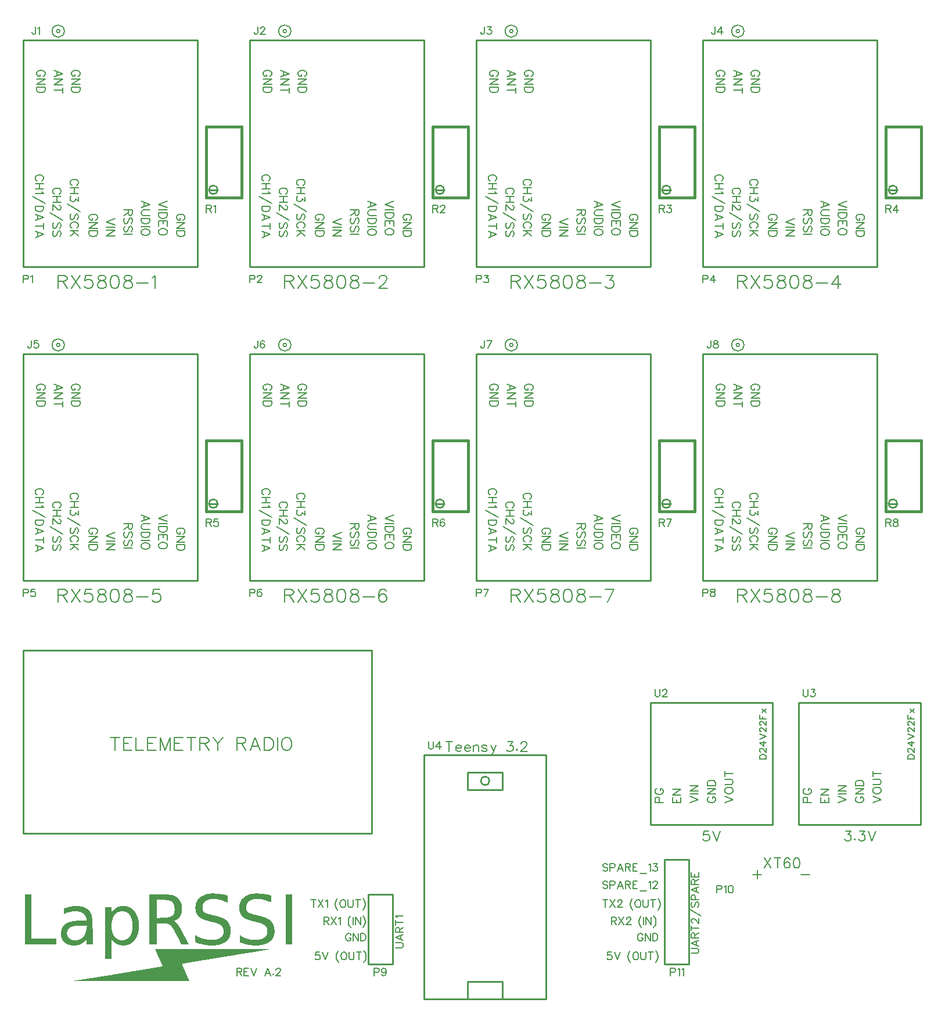
<source format=gto>
G04 ---------------------------- Layer name :TOP SILK LAYER*
G04 easyEDA 0.1*
G04 Scale: 100 percent, Rotated: No, Reflected: No *
G04 Dimensions in inches *
G04 leading zeros omitted , absolute positions ,2 integer and 4 * 
%FSLAX24Y24*%
%MOIN*%
G90*
G70D02*

%ADD10C,0.010000*%
%ADD11C,0.015240*%
%ADD12C,0.008000*%
%ADD13C,0.007000*%

%LPD*%

%LPD*%
G36*
G01X14500Y63000D02*
G01X14500Y63000D01*
G01X14500Y63000D01*
G01X14472Y62992D01*
G01X14446Y62983D01*
G01X14420Y62974D01*
G01X14395Y62965D01*
G01X14370Y62955D01*
G01X14346Y62945D01*
G01X14322Y62934D01*
G01X14299Y62922D01*
G01X14276Y62911D01*
G01X14254Y62898D01*
G01X14233Y62886D01*
G01X14212Y62872D01*
G01X14192Y62859D01*
G01X14172Y62845D01*
G01X14153Y62830D01*
G01X14134Y62815D01*
G01X14117Y62800D01*
G01X14099Y62784D01*
G01X14083Y62768D01*
G01X14066Y62751D01*
G01X14051Y62734D01*
G01X14036Y62716D01*
G01X14022Y62698D01*
G01X14008Y62680D01*
G01X13995Y62661D01*
G01X13983Y62642D01*
G01X13971Y62623D01*
G01X13960Y62603D01*
G01X13950Y62582D01*
G01X13940Y62562D01*
G01X13931Y62541D01*
G01X13922Y62519D01*
G01X13915Y62498D01*
G01X13908Y62476D01*
G01X13901Y62453D01*
G01X13895Y62430D01*
G01X13890Y62407D01*
G01X13886Y62384D01*
G01X13882Y62360D01*
G01X13879Y62336D01*
G01X13876Y62312D01*
G01X13875Y62287D01*
G01X13874Y62262D01*
G01X13873Y62236D01*
G01X13873Y62236D01*
G01X13874Y62214D01*
G01X13874Y62193D01*
G01X13875Y62171D01*
G01X13876Y62150D01*
G01X13878Y62130D01*
G01X13880Y62110D01*
G01X13883Y62090D01*
G01X13885Y62070D01*
G01X13889Y62051D01*
G01X13892Y62032D01*
G01X13897Y62014D01*
G01X13901Y61996D01*
G01X13906Y61978D01*
G01X13911Y61961D01*
G01X13917Y61944D01*
G01X13923Y61927D01*
G01X13930Y61910D01*
G01X13937Y61894D01*
G01X13945Y61878D01*
G01X13953Y61863D01*
G01X13962Y61848D01*
G01X13971Y61833D01*
G01X13980Y61818D01*
G01X13990Y61804D01*
G01X14001Y61790D01*
G01X14012Y61776D01*
G01X14024Y61762D01*
G01X14036Y61749D01*
G01X14048Y61736D01*
G01X14061Y61723D01*
G01X14075Y61710D01*
G01X14089Y61698D01*
G01X14104Y61686D01*
G01X14119Y61674D01*
G01X14135Y61663D01*
G01X14152Y61651D01*
G01X14169Y61640D01*
G01X14186Y61629D01*
G01X14204Y61618D01*
G01X14223Y61608D01*
G01X14242Y61597D01*
G01X14262Y61587D01*
G01X14283Y61577D01*
G01X14304Y61567D01*
G01X14326Y61558D01*
G01X14348Y61548D01*
G01X14371Y61539D01*
G01X14395Y61530D01*
G01X14419Y61521D01*
G01X14444Y61512D01*
G01X14470Y61503D01*
G01X14496Y61494D01*
G01X14523Y61486D01*
G01X14551Y61478D01*
G01X14579Y61469D01*
G01X14608Y61461D01*
G01X14637Y61453D01*
G01X14668Y61446D01*
G01X14699Y61438D01*
G01X14730Y61430D01*
G01X14763Y61423D01*
G01X14796Y61415D01*
G01X14830Y61408D01*
G01X14864Y61401D01*
G01X14864Y61401D01*
G01X14898Y61393D01*
G01X14930Y61386D01*
G01X14961Y61379D01*
G01X14991Y61371D01*
G01X15020Y61363D01*
G01X15049Y61355D01*
G01X15076Y61346D01*
G01X15102Y61338D01*
G01X15127Y61329D01*
G01X15152Y61319D01*
G01X15175Y61310D01*
G01X15197Y61300D01*
G01X15219Y61290D01*
G01X15239Y61279D01*
G01X15259Y61269D01*
G01X15278Y61258D01*
G01X15296Y61246D01*
G01X15313Y61234D01*
G01X15329Y61222D01*
G01X15344Y61210D01*
G01X15359Y61197D01*
G01X15372Y61184D01*
G01X15385Y61170D01*
G01X15397Y61156D01*
G01X15408Y61142D01*
G01X15419Y61127D01*
G01X15428Y61111D01*
G01X15437Y61096D01*
G01X15445Y61080D01*
G01X15453Y61063D01*
G01X15459Y61046D01*
G01X15465Y61028D01*
G01X15470Y61010D01*
G01X15475Y60992D01*
G01X15478Y60973D01*
G01X15481Y60954D01*
G01X15484Y60934D01*
G01X15485Y60913D01*
G01X15486Y60892D01*
G01X15486Y60871D01*
G01X15486Y60871D01*
G01X15486Y60845D01*
G01X15485Y60820D01*
G01X15483Y60797D01*
G01X15480Y60774D01*
G01X15477Y60752D01*
G01X15472Y60731D01*
G01X15467Y60711D01*
G01X15460Y60692D01*
G01X15453Y60673D01*
G01X15445Y60655D01*
G01X15435Y60638D01*
G01X15425Y60621D01*
G01X15414Y60605D01*
G01X15401Y60589D01*
G01X15387Y60574D01*
G01X15373Y60559D01*
G01X15357Y60545D01*
G01X15339Y60531D01*
G01X15321Y60517D01*
G01X15301Y60503D01*
G01X15280Y60490D01*
G01X15257Y60477D01*
G01X15234Y60464D01*
G01X15209Y60451D01*
G01X15209Y60451D01*
G01X15193Y60443D01*
G01X15176Y60436D01*
G01X15159Y60429D01*
G01X15141Y60423D01*
G01X15123Y60417D01*
G01X15104Y60411D01*
G01X15085Y60406D01*
G01X15065Y60401D01*
G01X15045Y60397D01*
G01X15025Y60393D01*
G01X15004Y60390D01*
G01X14982Y60387D01*
G01X14960Y60384D01*
G01X14938Y60382D01*
G01X14916Y60380D01*
G01X14893Y60378D01*
G01X14870Y60377D01*
G01X14846Y60377D01*
G01X14822Y60376D01*
G01X14798Y60376D01*
G01X14774Y60377D01*
G01X14749Y60378D01*
G01X14725Y60379D01*
G01X14700Y60381D01*
G01X14675Y60383D01*
G01X14649Y60385D01*
G01X14624Y60388D01*
G01X14598Y60391D01*
G01X14573Y60395D01*
G01X14547Y60399D01*
G01X14521Y60403D01*
G01X14495Y60408D01*
G01X14469Y60413D01*
G01X14443Y60418D01*
G01X14417Y60424D01*
G01X14391Y60430D01*
G01X14365Y60437D01*
G01X14339Y60444D01*
G01X14313Y60451D01*
G01X14288Y60458D01*
G01X14262Y60466D01*
G01X14236Y60475D01*
G01X14211Y60483D01*
G01X14186Y60492D01*
G01X14160Y60502D01*
G01X14136Y60511D01*
G01X14111Y60521D01*
G01X14086Y60532D01*
G01X14062Y60542D01*
G01X14038Y60553D01*
G01X14014Y60565D01*
G01X13990Y60577D01*
G01X13872Y60636D01*
G01X13872Y60434D01*
G01X13872Y60434D01*
G01X13873Y60388D01*
G01X13873Y60350D01*
G01X13874Y60318D01*
G01X13877Y60292D01*
G01X13880Y60271D01*
G01X13886Y60255D01*
G01X13893Y60241D01*
G01X13903Y60231D01*
G01X13916Y60222D01*
G01X13932Y60215D01*
G01X13951Y60208D01*
G01X13975Y60201D01*
G01X13975Y60201D01*
G01X14005Y60191D01*
G01X14034Y60182D01*
G01X14064Y60174D01*
G01X14094Y60165D01*
G01X14123Y60157D01*
G01X14153Y60149D01*
G01X14182Y60142D01*
G01X14211Y60135D01*
G01X14240Y60128D01*
G01X14269Y60122D01*
G01X14297Y60115D01*
G01X14326Y60109D01*
G01X14354Y60104D01*
G01X14382Y60099D01*
G01X14410Y60094D01*
G01X14438Y60089D01*
G01X14465Y60085D01*
G01X14493Y60081D01*
G01X14520Y60077D01*
G01X14547Y60073D01*
G01X14574Y60070D01*
G01X14601Y60067D01*
G01X14627Y60065D01*
G01X14654Y60063D01*
G01X14680Y60061D01*
G01X14706Y60059D01*
G01X14731Y60058D01*
G01X14757Y60057D01*
G01X14782Y60056D01*
G01X14808Y60055D01*
G01X14832Y60055D01*
G01X14857Y60055D01*
G01X14882Y60056D01*
G01X14906Y60057D01*
G01X14930Y60058D01*
G01X14954Y60059D01*
G01X14978Y60061D01*
G01X15001Y60063D01*
G01X15024Y60065D01*
G01X15047Y60067D01*
G01X15070Y60070D01*
G01X15092Y60073D01*
G01X15115Y60077D01*
G01X15136Y60080D01*
G01X15158Y60084D01*
G01X15180Y60089D01*
G01X15201Y60093D01*
G01X15222Y60098D01*
G01X15243Y60103D01*
G01X15263Y60109D01*
G01X15283Y60114D01*
G01X15303Y60120D01*
G01X15323Y60127D01*
G01X15343Y60133D01*
G01X15362Y60140D01*
G01X15381Y60147D01*
G01X15399Y60155D01*
G01X15417Y60162D01*
G01X15436Y60170D01*
G01X15453Y60179D01*
G01X15471Y60187D01*
G01X15488Y60196D01*
G01X15505Y60205D01*
G01X15521Y60215D01*
G01X15538Y60225D01*
G01X15554Y60235D01*
G01X15569Y60245D01*
G01X15585Y60255D01*
G01X15600Y60266D01*
G01X15615Y60277D01*
G01X15629Y60289D01*
G01X15643Y60301D01*
G01X15657Y60313D01*
G01X15671Y60325D01*
G01X15684Y60337D01*
G01X15697Y60350D01*
G01X15709Y60363D01*
G01X15721Y60377D01*
G01X15733Y60390D01*
G01X15745Y60404D01*
G01X15756Y60418D01*
G01X15767Y60433D01*
G01X15777Y60448D01*
G01X15787Y60463D01*
G01X15797Y60478D01*
G01X15807Y60494D01*
G01X15816Y60509D01*
G01X15825Y60526D01*
G01X15825Y60526D01*
G01X15833Y60543D01*
G01X15841Y60562D01*
G01X15849Y60581D01*
G01X15856Y60602D01*
G01X15862Y60624D01*
G01X15868Y60647D01*
G01X15873Y60670D01*
G01X15878Y60694D01*
G01X15882Y60719D01*
G01X15886Y60744D01*
G01X15889Y60770D01*
G01X15891Y60796D01*
G01X15893Y60823D01*
G01X15895Y60849D01*
G01X15896Y60876D01*
G01X15896Y60903D01*
G01X15896Y60930D01*
G01X15895Y60957D01*
G01X15893Y60983D01*
G01X15892Y61010D01*
G01X15889Y61036D01*
G01X15886Y61061D01*
G01X15882Y61086D01*
G01X15878Y61111D01*
G01X15874Y61135D01*
G01X15868Y61158D01*
G01X15863Y61181D01*
G01X15856Y61202D01*
G01X15849Y61223D01*
G01X15842Y61242D01*
G01X15834Y61260D01*
G01X15826Y61278D01*
G01X15826Y61278D01*
G01X15816Y61296D01*
G01X15805Y61313D01*
G01X15795Y61331D01*
G01X15785Y61347D01*
G01X15774Y61364D01*
G01X15763Y61380D01*
G01X15752Y61395D01*
G01X15740Y61410D01*
G01X15728Y61425D01*
G01X15716Y61439D01*
G01X15703Y61453D01*
G01X15690Y61466D01*
G01X15677Y61479D01*
G01X15663Y61492D01*
G01X15649Y61505D01*
G01X15634Y61517D01*
G01X15619Y61529D01*
G01X15603Y61540D01*
G01X15587Y61551D01*
G01X15570Y61562D01*
G01X15552Y61573D01*
G01X15534Y61584D01*
G01X15516Y61594D01*
G01X15496Y61604D01*
G01X15476Y61614D01*
G01X15455Y61624D01*
G01X15434Y61633D01*
G01X15412Y61643D01*
G01X15389Y61652D01*
G01X15365Y61661D01*
G01X15340Y61670D01*
G01X15315Y61679D01*
G01X15289Y61687D01*
G01X15262Y61696D01*
G01X15233Y61704D01*
G01X15205Y61713D01*
G01X15175Y61721D01*
G01X15144Y61730D01*
G01X15112Y61738D01*
G01X15079Y61747D01*
G01X15045Y61755D01*
G01X15010Y61764D01*
G01X14974Y61772D01*
G01X14936Y61780D01*
G01X14936Y61780D01*
G01X14894Y61790D01*
G01X14854Y61799D01*
G01X14815Y61809D01*
G01X14778Y61818D01*
G01X14743Y61826D01*
G01X14709Y61835D01*
G01X14677Y61844D01*
G01X14647Y61852D01*
G01X14618Y61860D01*
G01X14591Y61869D01*
G01X14565Y61877D01*
G01X14541Y61886D01*
G01X14518Y61894D01*
G01X14496Y61903D01*
G01X14476Y61911D01*
G01X14457Y61920D01*
G01X14439Y61929D01*
G01X14422Y61938D01*
G01X14407Y61947D01*
G01X14392Y61957D01*
G01X14379Y61967D01*
G01X14367Y61977D01*
G01X14356Y61987D01*
G01X14346Y61998D01*
G01X14336Y62010D01*
G01X14328Y62021D01*
G01X14320Y62033D01*
G01X14313Y62046D01*
G01X14307Y62059D01*
G01X14302Y62072D01*
G01X14297Y62086D01*
G01X14293Y62101D01*
G01X14290Y62116D01*
G01X14287Y62132D01*
G01X14285Y62148D01*
G01X14283Y62166D01*
G01X14282Y62183D01*
G01X14281Y62202D01*
G01X14281Y62221D01*
G01X14281Y62242D01*
G01X14281Y62242D01*
G01X14281Y62270D01*
G01X14282Y62298D01*
G01X14285Y62324D01*
G01X14288Y62350D01*
G01X14292Y62374D01*
G01X14297Y62397D01*
G01X14303Y62419D01*
G01X14311Y62439D01*
G01X14319Y62459D01*
G01X14329Y62479D01*
G01X14340Y62497D01*
G01X14352Y62514D01*
G01X14365Y62531D01*
G01X14379Y62547D01*
G01X14395Y62563D01*
G01X14412Y62578D01*
G01X14430Y62592D01*
G01X14450Y62606D01*
G01X14471Y62619D01*
G01X14493Y62632D01*
G01X14493Y62632D01*
G01X14510Y62642D01*
G01X14528Y62650D01*
G01X14545Y62658D01*
G01X14564Y62666D01*
G01X14582Y62673D01*
G01X14602Y62680D01*
G01X14621Y62687D01*
G01X14641Y62692D01*
G01X14662Y62698D01*
G01X14682Y62703D01*
G01X14704Y62707D01*
G01X14725Y62711D01*
G01X14747Y62715D01*
G01X14769Y62718D01*
G01X14792Y62720D01*
G01X14815Y62723D01*
G01X14838Y62724D01*
G01X14861Y62726D01*
G01X14885Y62726D01*
G01X14909Y62727D01*
G01X14934Y62727D01*
G01X14958Y62726D01*
G01X14983Y62725D01*
G01X15008Y62723D01*
G01X15033Y62721D01*
G01X15058Y62719D01*
G01X15084Y62716D01*
G01X15110Y62713D01*
G01X15136Y62709D01*
G01X15162Y62705D01*
G01X15188Y62700D01*
G01X15214Y62695D01*
G01X15241Y62689D01*
G01X15267Y62683D01*
G01X15294Y62677D01*
G01X15320Y62670D01*
G01X15347Y62662D01*
G01X15374Y62654D01*
G01X15401Y62646D01*
G01X15427Y62637D01*
G01X15454Y62628D01*
G01X15481Y62618D01*
G01X15508Y62608D01*
G01X15535Y62598D01*
G01X15722Y62523D01*
G01X15722Y62719D01*
G01X15722Y62917D01*
G01X15494Y62971D01*
G01X15494Y62971D01*
G01X15470Y62976D01*
G01X15445Y62981D01*
G01X15420Y62986D01*
G01X15394Y62991D01*
G01X15368Y62996D01*
G01X15342Y63000D01*
G01X15315Y63004D01*
G01X15288Y63008D01*
G01X15261Y63012D01*
G01X15233Y63015D01*
G01X15206Y63018D01*
G01X15178Y63021D01*
G01X15150Y63024D01*
G01X15122Y63026D01*
G01X15095Y63028D01*
G01X15067Y63030D01*
G01X15039Y63032D01*
G01X15011Y63034D01*
G01X14984Y63035D01*
G01X14956Y63036D01*
G01X14929Y63036D01*
G01X14902Y63037D01*
G01X14876Y63037D01*
G01X14849Y63037D01*
G01X14823Y63036D01*
G01X14798Y63036D01*
G01X14773Y63035D01*
G01X14748Y63034D01*
G01X14724Y63032D01*
G01X14700Y63031D01*
G01X14677Y63029D01*
G01X14654Y63027D01*
G01X14632Y63024D01*
G01X14611Y63022D01*
G01X14590Y63019D01*
G01X14571Y63015D01*
G01X14552Y63012D01*
G01X14533Y63008D01*
G01X14516Y63004D01*
G01X14500Y63000D01*
G37*
G36*
G01X17009Y63000D02*
G01X17009Y63000D01*
G01X17009Y63000D01*
G01X16984Y62992D01*
G01X16959Y62984D01*
G01X16935Y62976D01*
G01X16912Y62967D01*
G01X16889Y62958D01*
G01X16866Y62948D01*
G01X16844Y62938D01*
G01X16822Y62928D01*
G01X16801Y62917D01*
G01X16780Y62905D01*
G01X16760Y62893D01*
G01X16740Y62881D01*
G01X16721Y62868D01*
G01X16702Y62855D01*
G01X16684Y62841D01*
G01X16666Y62827D01*
G01X16648Y62813D01*
G01X16631Y62798D01*
G01X16615Y62783D01*
G01X16599Y62767D01*
G01X16584Y62751D01*
G01X16569Y62735D01*
G01X16555Y62718D01*
G01X16541Y62702D01*
G01X16528Y62684D01*
G01X16515Y62667D01*
G01X16503Y62649D01*
G01X16492Y62630D01*
G01X16481Y62612D01*
G01X16471Y62593D01*
G01X16461Y62574D01*
G01X16452Y62554D01*
G01X16443Y62535D01*
G01X16435Y62515D01*
G01X16427Y62494D01*
G01X16420Y62474D01*
G01X16414Y62453D01*
G01X16408Y62432D01*
G01X16403Y62411D01*
G01X16399Y62389D01*
G01X16395Y62367D01*
G01X16392Y62346D01*
G01X16389Y62323D01*
G01X16387Y62301D01*
G01X16386Y62278D01*
G01X16385Y62256D01*
G01X16385Y62233D01*
G01X16386Y62210D01*
G01X16387Y62186D01*
G01X16389Y62163D01*
G01X16391Y62139D01*
G01X16394Y62115D01*
G01X16394Y62115D01*
G01X16398Y62093D01*
G01X16402Y62071D01*
G01X16406Y62049D01*
G01X16411Y62028D01*
G01X16416Y62007D01*
G01X16422Y61987D01*
G01X16427Y61967D01*
G01X16434Y61948D01*
G01X16441Y61929D01*
G01X16448Y61911D01*
G01X16455Y61893D01*
G01X16464Y61875D01*
G01X16472Y61858D01*
G01X16481Y61842D01*
G01X16491Y61825D01*
G01X16501Y61809D01*
G01X16512Y61794D01*
G01X16523Y61779D01*
G01X16535Y61764D01*
G01X16547Y61749D01*
G01X16560Y61735D01*
G01X16573Y61721D01*
G01X16587Y61708D01*
G01X16602Y61695D01*
G01X16617Y61682D01*
G01X16633Y61669D01*
G01X16650Y61657D01*
G01X16667Y61645D01*
G01X16685Y61633D01*
G01X16703Y61622D01*
G01X16722Y61611D01*
G01X16742Y61600D01*
G01X16763Y61589D01*
G01X16784Y61579D01*
G01X16806Y61569D01*
G01X16829Y61559D01*
G01X16852Y61549D01*
G01X16877Y61539D01*
G01X16902Y61530D01*
G01X16928Y61521D01*
G01X16954Y61511D01*
G01X16982Y61503D01*
G01X17010Y61494D01*
G01X17039Y61485D01*
G01X17069Y61477D01*
G01X17100Y61468D01*
G01X17132Y61460D01*
G01X17164Y61452D01*
G01X17198Y61444D01*
G01X17232Y61436D01*
G01X17267Y61428D01*
G01X17303Y61421D01*
G01X17303Y61421D01*
G01X17339Y61413D01*
G01X17373Y61405D01*
G01X17407Y61397D01*
G01X17439Y61389D01*
G01X17470Y61381D01*
G01X17500Y61373D01*
G01X17530Y61364D01*
G01X17558Y61356D01*
G01X17585Y61347D01*
G01X17611Y61338D01*
G01X17636Y61329D01*
G01X17661Y61320D01*
G01X17684Y61311D01*
G01X17706Y61301D01*
G01X17728Y61291D01*
G01X17749Y61281D01*
G01X17768Y61271D01*
G01X17787Y61260D01*
G01X17805Y61249D01*
G01X17822Y61238D01*
G01X17839Y61227D01*
G01X17854Y61215D01*
G01X17869Y61203D01*
G01X17882Y61191D01*
G01X17895Y61178D01*
G01X17908Y61166D01*
G01X17919Y61152D01*
G01X17930Y61139D01*
G01X17940Y61125D01*
G01X17949Y61111D01*
G01X17958Y61096D01*
G01X17965Y61081D01*
G01X17973Y61066D01*
G01X17979Y61050D01*
G01X17985Y61034D01*
G01X17990Y61017D01*
G01X17994Y61000D01*
G01X17998Y60982D01*
G01X18001Y60964D01*
G01X18004Y60946D01*
G01X18006Y60927D01*
G01X18007Y60908D01*
G01X18008Y60888D01*
G01X18009Y60867D01*
G01X18009Y60867D01*
G01X18008Y60849D01*
G01X18007Y60831D01*
G01X18005Y60813D01*
G01X18003Y60796D01*
G01X18000Y60779D01*
G01X17996Y60762D01*
G01X17992Y60746D01*
G01X17987Y60729D01*
G01X17981Y60714D01*
G01X17974Y60698D01*
G01X17968Y60683D01*
G01X17960Y60668D01*
G01X17952Y60654D01*
G01X17943Y60640D01*
G01X17934Y60626D01*
G01X17924Y60612D01*
G01X17913Y60599D01*
G01X17902Y60587D01*
G01X17891Y60574D01*
G01X17879Y60562D01*
G01X17866Y60550D01*
G01X17853Y60539D01*
G01X17840Y60528D01*
G01X17826Y60518D01*
G01X17811Y60507D01*
G01X17796Y60497D01*
G01X17781Y60488D01*
G01X17765Y60479D01*
G01X17748Y60470D01*
G01X17731Y60462D01*
G01X17714Y60453D01*
G01X17697Y60446D01*
G01X17679Y60439D01*
G01X17660Y60432D01*
G01X17641Y60425D01*
G01X17622Y60419D01*
G01X17603Y60413D01*
G01X17583Y60408D01*
G01X17563Y60403D01*
G01X17542Y60398D01*
G01X17521Y60394D01*
G01X17500Y60390D01*
G01X17479Y60387D01*
G01X17457Y60384D01*
G01X17435Y60381D01*
G01X17412Y60379D01*
G01X17390Y60377D01*
G01X17367Y60376D01*
G01X17344Y60375D01*
G01X17321Y60374D01*
G01X17297Y60374D01*
G01X17273Y60375D01*
G01X17249Y60375D01*
G01X17225Y60376D01*
G01X17201Y60378D01*
G01X17176Y60380D01*
G01X17152Y60382D01*
G01X17127Y60385D01*
G01X17102Y60388D01*
G01X17077Y60392D01*
G01X17051Y60396D01*
G01X17026Y60401D01*
G01X17000Y60406D01*
G01X16975Y60411D01*
G01X16949Y60417D01*
G01X16923Y60424D01*
G01X16898Y60430D01*
G01X16872Y60438D01*
G01X16846Y60445D01*
G01X16820Y60454D01*
G01X16794Y60462D01*
G01X16768Y60471D01*
G01X16742Y60481D01*
G01X16716Y60491D01*
G01X16690Y60501D01*
G01X16664Y60512D01*
G01X16638Y60523D01*
G01X16612Y60535D01*
G01X16586Y60548D01*
G01X16560Y60561D01*
G01X16410Y60636D01*
G01X16410Y60434D01*
G01X16410Y60230D01*
G01X16611Y60169D01*
G01X16611Y60169D01*
G01X16639Y60160D01*
G01X16666Y60152D01*
G01X16693Y60145D01*
G01X16720Y60138D01*
G01X16747Y60131D01*
G01X16774Y60124D01*
G01X16801Y60118D01*
G01X16828Y60112D01*
G01X16855Y60106D01*
G01X16881Y60101D01*
G01X16908Y60096D01*
G01X16935Y60091D01*
G01X16962Y60086D01*
G01X16988Y60082D01*
G01X17015Y60078D01*
G01X17041Y60075D01*
G01X17068Y60072D01*
G01X17094Y60069D01*
G01X17120Y60066D01*
G01X17146Y60064D01*
G01X17172Y60062D01*
G01X17198Y60060D01*
G01X17224Y60059D01*
G01X17249Y60058D01*
G01X17275Y60057D01*
G01X17300Y60056D01*
G01X17325Y60056D01*
G01X17351Y60056D01*
G01X17375Y60057D01*
G01X17400Y60057D01*
G01X17425Y60058D01*
G01X17449Y60059D01*
G01X17473Y60061D01*
G01X17497Y60063D01*
G01X17521Y60065D01*
G01X17545Y60067D01*
G01X17568Y60070D01*
G01X17591Y60073D01*
G01X17614Y60076D01*
G01X17637Y60080D01*
G01X17660Y60084D01*
G01X17682Y60088D01*
G01X17704Y60092D01*
G01X17726Y60097D01*
G01X17747Y60102D01*
G01X17769Y60107D01*
G01X17790Y60113D01*
G01X17811Y60119D01*
G01X17831Y60125D01*
G01X17851Y60131D01*
G01X17871Y60138D01*
G01X17891Y60145D01*
G01X17910Y60152D01*
G01X17929Y60160D01*
G01X17948Y60167D01*
G01X17966Y60176D01*
G01X17984Y60184D01*
G01X18002Y60192D01*
G01X18020Y60201D01*
G01X18037Y60210D01*
G01X18053Y60220D01*
G01X18070Y60229D01*
G01X18086Y60239D01*
G01X18101Y60250D01*
G01X18117Y60260D01*
G01X18132Y60271D01*
G01X18146Y60282D01*
G01X18160Y60293D01*
G01X18174Y60305D01*
G01X18187Y60316D01*
G01X18200Y60328D01*
G01X18213Y60341D01*
G01X18225Y60353D01*
G01X18236Y60366D01*
G01X18248Y60379D01*
G01X18259Y60392D01*
G01X18259Y60392D01*
G01X18272Y60411D01*
G01X18285Y60429D01*
G01X18298Y60448D01*
G01X18309Y60468D01*
G01X18321Y60488D01*
G01X18331Y60509D01*
G01X18341Y60530D01*
G01X18350Y60551D01*
G01X18359Y60573D01*
G01X18367Y60596D01*
G01X18374Y60618D01*
G01X18381Y60641D01*
G01X18387Y60664D01*
G01X18393Y60688D01*
G01X18398Y60711D01*
G01X18402Y60735D01*
G01X18406Y60759D01*
G01X18409Y60783D01*
G01X18411Y60807D01*
G01X18413Y60832D01*
G01X18414Y60856D01*
G01X18415Y60881D01*
G01X18415Y60905D01*
G01X18414Y60930D01*
G01X18413Y60954D01*
G01X18411Y60979D01*
G01X18408Y61003D01*
G01X18405Y61027D01*
G01X18402Y61051D01*
G01X18397Y61075D01*
G01X18393Y61099D01*
G01X18387Y61122D01*
G01X18381Y61145D01*
G01X18374Y61168D01*
G01X18367Y61191D01*
G01X18359Y61213D01*
G01X18351Y61235D01*
G01X18342Y61256D01*
G01X18332Y61277D01*
G01X18322Y61298D01*
G01X18311Y61318D01*
G01X18299Y61338D01*
G01X18287Y61357D01*
G01X18275Y61376D01*
G01X18262Y61394D01*
G01X18248Y61411D01*
G01X18233Y61428D01*
G01X18218Y61444D01*
G01X18218Y61444D01*
G01X18206Y61457D01*
G01X18193Y61470D01*
G01X18180Y61482D01*
G01X18167Y61494D01*
G01X18153Y61506D01*
G01X18140Y61517D01*
G01X18125Y61528D01*
G01X18111Y61539D01*
G01X18096Y61549D01*
G01X18081Y61560D01*
G01X18065Y61570D01*
G01X18049Y61579D01*
G01X18032Y61589D01*
G01X18015Y61599D01*
G01X17997Y61608D01*
G01X17979Y61617D01*
G01X17960Y61626D01*
G01X17940Y61635D01*
G01X17920Y61643D01*
G01X17899Y61652D01*
G01X17878Y61660D01*
G01X17856Y61668D01*
G01X17833Y61676D01*
G01X17810Y61684D01*
G01X17786Y61692D01*
G01X17761Y61700D01*
G01X17735Y61708D01*
G01X17708Y61716D01*
G01X17681Y61724D01*
G01X17652Y61731D01*
G01X17623Y61739D01*
G01X17593Y61747D01*
G01X17562Y61754D01*
G01X17530Y61762D01*
G01X17497Y61770D01*
G01X17463Y61778D01*
G01X17463Y61778D01*
G01X17420Y61787D01*
G01X17379Y61796D01*
G01X17341Y61806D01*
G01X17303Y61815D01*
G01X17268Y61824D01*
G01X17234Y61833D01*
G01X17201Y61842D01*
G01X17171Y61851D01*
G01X17141Y61859D01*
G01X17113Y61868D01*
G01X17087Y61877D01*
G01X17062Y61886D01*
G01X17038Y61895D01*
G01X17016Y61905D01*
G01X16995Y61914D01*
G01X16975Y61924D01*
G01X16957Y61934D01*
G01X16939Y61944D01*
G01X16923Y61954D01*
G01X16908Y61965D01*
G01X16894Y61976D01*
G01X16881Y61987D01*
G01X16869Y61999D01*
G01X16858Y62011D01*
G01X16848Y62024D01*
G01X16839Y62037D01*
G01X16831Y62050D01*
G01X16823Y62064D01*
G01X16817Y62078D01*
G01X16811Y62093D01*
G01X16806Y62109D01*
G01X16801Y62125D01*
G01X16798Y62142D01*
G01X16794Y62160D01*
G01X16792Y62178D01*
G01X16790Y62197D01*
G01X16788Y62217D01*
G01X16787Y62237D01*
G01X16787Y62258D01*
G01X16786Y62280D01*
G01X16786Y62280D01*
G01X16787Y62299D01*
G01X16788Y62317D01*
G01X16790Y62334D01*
G01X16793Y62352D01*
G01X16797Y62369D01*
G01X16801Y62385D01*
G01X16806Y62401D01*
G01X16812Y62417D01*
G01X16819Y62433D01*
G01X16826Y62448D01*
G01X16834Y62463D01*
G01X16843Y62478D01*
G01X16852Y62492D01*
G01X16862Y62506D01*
G01X16873Y62519D01*
G01X16884Y62532D01*
G01X16896Y62545D01*
G01X16909Y62557D01*
G01X16922Y62569D01*
G01X16935Y62580D01*
G01X16950Y62592D01*
G01X16965Y62602D01*
G01X16980Y62613D01*
G01X16996Y62622D01*
G01X17013Y62632D01*
G01X17030Y62641D01*
G01X17047Y62650D01*
G01X17065Y62658D01*
G01X17084Y62666D01*
G01X17103Y62673D01*
G01X17122Y62680D01*
G01X17142Y62686D01*
G01X17162Y62693D01*
G01X17183Y62698D01*
G01X17204Y62703D01*
G01X17226Y62708D01*
G01X17247Y62712D01*
G01X17270Y62716D01*
G01X17292Y62719D01*
G01X17315Y62722D01*
G01X17338Y62725D01*
G01X17362Y62727D01*
G01X17386Y62728D01*
G01X17410Y62729D01*
G01X17434Y62729D01*
G01X17459Y62729D01*
G01X17484Y62729D01*
G01X17509Y62728D01*
G01X17534Y62726D01*
G01X17560Y62724D01*
G01X17585Y62721D01*
G01X17611Y62718D01*
G01X17637Y62715D01*
G01X17664Y62711D01*
G01X17690Y62706D01*
G01X17717Y62701D01*
G01X17743Y62695D01*
G01X17770Y62689D01*
G01X17797Y62682D01*
G01X17824Y62675D01*
G01X17851Y62667D01*
G01X17878Y62658D01*
G01X17905Y62649D01*
G01X17932Y62640D01*
G01X17932Y62640D01*
G01X17971Y62625D01*
G01X18006Y62613D01*
G01X18037Y62601D01*
G01X18066Y62591D01*
G01X18091Y62582D01*
G01X18114Y62574D01*
G01X18134Y62568D01*
G01X18152Y62563D01*
G01X18167Y62560D01*
G01X18180Y62558D01*
G01X18191Y62558D01*
G01X18200Y62560D01*
G01X18208Y62563D01*
G01X18214Y62568D01*
G01X18219Y62575D01*
G01X18222Y62584D01*
G01X18225Y62595D01*
G01X18227Y62607D01*
G01X18228Y62622D01*
G01X18228Y62639D01*
G01X18228Y62657D01*
G01X18228Y62678D01*
G01X18228Y62701D01*
G01X18227Y62727D01*
G01X18227Y62915D01*
G01X18017Y62969D01*
G01X18017Y62969D01*
G01X17994Y62974D01*
G01X17970Y62979D01*
G01X17946Y62985D01*
G01X17921Y62989D01*
G01X17896Y62994D01*
G01X17870Y62999D01*
G01X17844Y63003D01*
G01X17817Y63007D01*
G01X17790Y63010D01*
G01X17763Y63014D01*
G01X17735Y63017D01*
G01X17707Y63020D01*
G01X17679Y63023D01*
G01X17651Y63025D01*
G01X17623Y63028D01*
G01X17594Y63030D01*
G01X17566Y63031D01*
G01X17537Y63033D01*
G01X17509Y63034D01*
G01X17481Y63035D01*
G01X17453Y63036D01*
G01X17425Y63036D01*
G01X17397Y63036D01*
G01X17370Y63036D01*
G01X17343Y63036D01*
G01X17316Y63036D01*
G01X17290Y63035D01*
G01X17264Y63034D01*
G01X17239Y63032D01*
G01X17214Y63031D01*
G01X17190Y63029D01*
G01X17167Y63027D01*
G01X17144Y63024D01*
G01X17122Y63021D01*
G01X17101Y63019D01*
G01X17081Y63015D01*
G01X17061Y63012D01*
G01X17043Y63008D01*
G01X17025Y63004D01*
G01X17009Y63000D01*
G37*
G36*
G01X4098Y61544D02*
G01X4098Y61544D01*
G01X4098Y60103D01*
G01X4992Y60103D01*
G01X5885Y60103D01*
G01X5885Y60275D01*
G01X5885Y60448D01*
G01X5180Y60448D01*
G01X4475Y60448D01*
G01X4475Y61717D01*
G01X4475Y62984D01*
G01X4286Y62984D01*
G01X4098Y62984D01*
G01X4098Y61544D01*
G37*
G36*
G01X11242Y61544D02*
G01X11242Y61544D01*
G01X11242Y60103D01*
G01X11444Y60103D01*
G01X11648Y60103D01*
G01X11648Y60713D01*
G01X11648Y61325D01*
G01X11930Y61325D01*
G01X11930Y61325D01*
G01X11956Y61324D01*
G01X11982Y61324D01*
G01X12007Y61324D01*
G01X12031Y61324D01*
G01X12054Y61323D01*
G01X12077Y61322D01*
G01X12099Y61321D01*
G01X12120Y61320D01*
G01X12141Y61318D01*
G01X12161Y61317D01*
G01X12180Y61315D01*
G01X12199Y61312D01*
G01X12217Y61310D01*
G01X12235Y61306D01*
G01X12252Y61303D01*
G01X12268Y61299D01*
G01X12285Y61295D01*
G01X12301Y61290D01*
G01X12316Y61285D01*
G01X12331Y61279D01*
G01X12346Y61273D01*
G01X12360Y61266D01*
G01X12374Y61259D01*
G01X12388Y61251D01*
G01X12402Y61242D01*
G01X12415Y61233D01*
G01X12428Y61223D01*
G01X12441Y61213D01*
G01X12454Y61202D01*
G01X12467Y61190D01*
G01X12480Y61177D01*
G01X12492Y61164D01*
G01X12505Y61150D01*
G01X12517Y61135D01*
G01X12530Y61119D01*
G01X12542Y61103D01*
G01X12555Y61085D01*
G01X12568Y61067D01*
G01X12581Y61048D01*
G01X12594Y61028D01*
G01X12607Y61006D01*
G01X12621Y60984D01*
G01X12634Y60961D01*
G01X12648Y60937D01*
G01X12662Y60912D01*
G01X12677Y60886D01*
G01X12691Y60859D01*
G01X12707Y60831D01*
G01X12722Y60801D01*
G01X12738Y60771D01*
G01X12754Y60739D01*
G01X12771Y60706D01*
G01X12788Y60672D01*
G01X12806Y60637D01*
G01X12825Y60600D01*
G01X12843Y60563D01*
G01X13073Y60103D01*
G01X13285Y60103D01*
G01X13497Y60103D01*
G01X13259Y60580D01*
G01X13259Y60580D01*
G01X13239Y60620D01*
G01X13219Y60659D01*
G01X13200Y60696D01*
G01X13182Y60731D01*
G01X13164Y60766D01*
G01X13147Y60800D01*
G01X13130Y60832D01*
G01X13113Y60863D01*
G01X13097Y60893D01*
G01X13081Y60922D01*
G01X13066Y60949D01*
G01X13051Y60976D01*
G01X13037Y61002D01*
G01X13023Y61026D01*
G01X13009Y61050D01*
G01X12995Y61073D01*
G01X12982Y61095D01*
G01X12969Y61116D01*
G01X12956Y61136D01*
G01X12944Y61155D01*
G01X12932Y61173D01*
G01X12920Y61191D01*
G01X12908Y61208D01*
G01X12896Y61224D01*
G01X12885Y61239D01*
G01X12873Y61254D01*
G01X12862Y61268D01*
G01X12851Y61282D01*
G01X12840Y61294D01*
G01X12829Y61307D01*
G01X12818Y61318D01*
G01X12807Y61329D01*
G01X12796Y61340D01*
G01X12786Y61350D01*
G01X12775Y61360D01*
G01X12764Y61369D01*
G01X12753Y61378D01*
G01X12742Y61387D01*
G01X12731Y61395D01*
G01X12719Y61403D01*
G01X12617Y61473D01*
G01X12694Y61492D01*
G01X12694Y61492D01*
G01X12713Y61498D01*
G01X12731Y61504D01*
G01X12749Y61510D01*
G01X12767Y61518D01*
G01X12784Y61526D01*
G01X12800Y61535D01*
G01X12817Y61545D01*
G01X12833Y61556D01*
G01X12848Y61567D01*
G01X12863Y61579D01*
G01X12877Y61591D01*
G01X12892Y61604D01*
G01X12905Y61618D01*
G01X12919Y61632D01*
G01X12931Y61647D01*
G01X12944Y61662D01*
G01X12956Y61678D01*
G01X12967Y61694D01*
G01X12978Y61711D01*
G01X12989Y61729D01*
G01X12999Y61746D01*
G01X13009Y61765D01*
G01X13018Y61783D01*
G01X13027Y61802D01*
G01X13035Y61822D01*
G01X13043Y61841D01*
G01X13051Y61861D01*
G01X13058Y61882D01*
G01X13064Y61902D01*
G01X13070Y61923D01*
G01X13076Y61944D01*
G01X13081Y61966D01*
G01X13085Y61987D01*
G01X13089Y62009D01*
G01X13093Y62031D01*
G01X13096Y62053D01*
G01X13099Y62075D01*
G01X13101Y62098D01*
G01X13102Y62120D01*
G01X13104Y62142D01*
G01X13104Y62165D01*
G01X13104Y62188D01*
G01X13104Y62210D01*
G01X13103Y62233D01*
G01X13102Y62255D01*
G01X13100Y62278D01*
G01X13097Y62300D01*
G01X13094Y62322D01*
G01X13091Y62345D01*
G01X13087Y62367D01*
G01X13082Y62389D01*
G01X13077Y62411D01*
G01X13072Y62432D01*
G01X13066Y62454D01*
G01X13059Y62475D01*
G01X13052Y62496D01*
G01X13044Y62516D01*
G01X13036Y62537D01*
G01X13027Y62557D01*
G01X13018Y62577D01*
G01X13008Y62596D01*
G01X12997Y62615D01*
G01X12986Y62634D01*
G01X12975Y62652D01*
G01X12963Y62670D01*
G01X12950Y62687D01*
G01X12937Y62704D01*
G01X12923Y62721D01*
G01X12908Y62737D01*
G01X12893Y62752D01*
G01X12878Y62767D01*
G01X12861Y62782D01*
G01X12861Y62782D01*
G01X12848Y62793D01*
G01X12834Y62804D01*
G01X12821Y62815D01*
G01X12807Y62825D01*
G01X12794Y62835D01*
G01X12780Y62845D01*
G01X12767Y62854D01*
G01X12753Y62862D01*
G01X12739Y62871D01*
G01X12725Y62879D01*
G01X12710Y62886D01*
G01X12696Y62893D01*
G01X12681Y62900D01*
G01X12665Y62907D01*
G01X12649Y62913D01*
G01X12633Y62919D01*
G01X12616Y62925D01*
G01X12599Y62930D01*
G01X12581Y62935D01*
G01X12563Y62939D01*
G01X12544Y62944D01*
G01X12524Y62948D01*
G01X12503Y62952D01*
G01X12482Y62955D01*
G01X12460Y62959D01*
G01X12437Y62962D01*
G01X12413Y62965D01*
G01X12388Y62967D01*
G01X12362Y62970D01*
G01X12335Y62972D01*
G01X12307Y62974D01*
G01X12278Y62976D01*
G01X12248Y62977D01*
G01X12217Y62979D01*
G01X12185Y62980D01*
G01X12151Y62981D01*
G01X12116Y62982D01*
G01X12079Y62983D01*
G01X12042Y62983D01*
G01X12002Y62984D01*
G01X11962Y62984D01*
G01X11919Y62984D01*
G01X11876Y62984D01*
G01X11831Y62984D01*
G01X11242Y62984D01*
G01X11242Y61544D01*
G37*
G36*
G01X19043Y61544D02*
G01X19043Y61544D01*
G01X19043Y60103D01*
G01X19231Y60103D01*
G01X19418Y60103D01*
G01X19418Y61544D01*
G01X19418Y62984D01*
G01X19231Y62984D01*
G01X19043Y62984D01*
G01X19043Y61544D01*
G37*
G36*
G01X6581Y62261D02*
G01X6581Y62261D01*
G01X6322Y62196D01*
G01X6322Y62032D01*
G01X6322Y61867D01*
G01X6535Y61940D01*
G01X6535Y61940D01*
G01X6562Y61949D01*
G01X6590Y61957D01*
G01X6617Y61965D01*
G01X6644Y61973D01*
G01X6671Y61980D01*
G01X6698Y61986D01*
G01X6724Y61992D01*
G01X6750Y61997D01*
G01X6776Y62002D01*
G01X6802Y62006D01*
G01X6828Y62010D01*
G01X6853Y62013D01*
G01X6878Y62015D01*
G01X6903Y62017D01*
G01X6927Y62019D01*
G01X6952Y62020D01*
G01X6976Y62020D01*
G01X6999Y62020D01*
G01X7023Y62020D01*
G01X7046Y62019D01*
G01X7068Y62017D01*
G01X7091Y62015D01*
G01X7113Y62012D01*
G01X7134Y62009D01*
G01X7156Y62006D01*
G01X7177Y62001D01*
G01X7197Y61997D01*
G01X7218Y61992D01*
G01X7237Y61986D01*
G01X7257Y61980D01*
G01X7276Y61973D01*
G01X7295Y61966D01*
G01X7313Y61959D01*
G01X7331Y61951D01*
G01X7348Y61942D01*
G01X7365Y61933D01*
G01X7381Y61924D01*
G01X7397Y61914D01*
G01X7413Y61903D01*
G01X7428Y61893D01*
G01X7443Y61881D01*
G01X7457Y61870D01*
G01X7470Y61857D01*
G01X7484Y61845D01*
G01X7496Y61832D01*
G01X7508Y61818D01*
G01X7520Y61804D01*
G01X7531Y61789D01*
G01X7541Y61775D01*
G01X7551Y61759D01*
G01X7561Y61743D01*
G01X7570Y61727D01*
G01X7578Y61711D01*
G01X7585Y61694D01*
G01X7592Y61676D01*
G01X7599Y61658D01*
G01X7605Y61640D01*
G01X7610Y61621D01*
G01X7615Y61602D01*
G01X7618Y61582D01*
G01X7638Y61482D01*
G01X7319Y61482D01*
G01X7319Y61482D01*
G01X7283Y61481D01*
G01X7248Y61481D01*
G01X7213Y61480D01*
G01X7179Y61479D01*
G01X7145Y61478D01*
G01X7112Y61476D01*
G01X7080Y61475D01*
G01X7048Y61472D01*
G01X7017Y61470D01*
G01X6987Y61467D01*
G01X6957Y61464D01*
G01X6928Y61461D01*
G01X6899Y61457D01*
G01X6871Y61453D01*
G01X6843Y61449D01*
G01X6816Y61444D01*
G01X6790Y61440D01*
G01X6764Y61434D01*
G01X6739Y61429D01*
G01X6715Y61423D01*
G01X6691Y61417D01*
G01X6667Y61411D01*
G01X6645Y61404D01*
G01X6622Y61397D01*
G01X6601Y61390D01*
G01X6580Y61382D01*
G01X6559Y61374D01*
G01X6539Y61366D01*
G01X6520Y61357D01*
G01X6501Y61348D01*
G01X6483Y61339D01*
G01X6465Y61329D01*
G01X6448Y61319D01*
G01X6431Y61309D01*
G01X6415Y61298D01*
G01X6400Y61287D01*
G01X6384Y61276D01*
G01X6370Y61264D01*
G01X6356Y61252D01*
G01X6343Y61240D01*
G01X6330Y61227D01*
G01X6317Y61215D01*
G01X6305Y61201D01*
G01X6294Y61187D01*
G01X6283Y61173D01*
G01X6273Y61159D01*
G01X6263Y61144D01*
G01X6254Y61129D01*
G01X6245Y61114D01*
G01X6237Y61098D01*
G01X6229Y61082D01*
G01X6222Y61065D01*
G01X6215Y61048D01*
G01X6208Y61031D01*
G01X6203Y61014D01*
G01X6197Y60996D01*
G01X6192Y60977D01*
G01X6188Y60959D01*
G01X6184Y60939D01*
G01X6181Y60920D01*
G01X6178Y60900D01*
G01X6175Y60880D01*
G01X6173Y60859D01*
G01X6172Y60838D01*
G01X6172Y60838D01*
G01X6170Y60805D01*
G01X6168Y60772D01*
G01X6167Y60741D01*
G01X6167Y60711D01*
G01X6167Y60683D01*
G01X6168Y60656D01*
G01X6170Y60630D01*
G01X6172Y60605D01*
G01X6174Y60581D01*
G01X6177Y60559D01*
G01X6181Y60537D01*
G01X6186Y60515D01*
G01X6191Y60495D01*
G01X6197Y60476D01*
G01X6203Y60457D01*
G01X6211Y60438D01*
G01X6219Y60420D01*
G01X6228Y60403D01*
G01X6237Y60386D01*
G01X6248Y60369D01*
G01X6259Y60352D01*
G01X6271Y60336D01*
G01X6284Y60320D01*
G01X6297Y60304D01*
G01X6297Y60304D01*
G01X6313Y60287D01*
G01X6328Y60271D01*
G01X6344Y60255D01*
G01X6361Y60241D01*
G01X6378Y60226D01*
G01X6395Y60213D01*
G01X6413Y60199D01*
G01X6431Y60187D01*
G01X6449Y60175D01*
G01X6468Y60163D01*
G01X6487Y60152D01*
G01X6507Y60142D01*
G01X6527Y60132D01*
G01X6547Y60123D01*
G01X6568Y60114D01*
G01X6588Y60106D01*
G01X6609Y60099D01*
G01X6631Y60092D01*
G01X6652Y60085D01*
G01X6674Y60079D01*
G01X6696Y60074D01*
G01X6718Y60069D01*
G01X6740Y60065D01*
G01X6762Y60062D01*
G01X6785Y60059D01*
G01X6807Y60056D01*
G01X6830Y60054D01*
G01X6853Y60053D01*
G01X6875Y60052D01*
G01X6898Y60052D01*
G01X6921Y60052D01*
G01X6944Y60053D01*
G01X6967Y60055D01*
G01X6990Y60057D01*
G01X7012Y60059D01*
G01X7035Y60062D01*
G01X7058Y60066D01*
G01X7080Y60070D01*
G01X7103Y60075D01*
G01X7125Y60081D01*
G01X7147Y60087D01*
G01X7170Y60093D01*
G01X7191Y60100D01*
G01X7213Y60108D01*
G01X7235Y60116D01*
G01X7256Y60125D01*
G01X7277Y60134D01*
G01X7298Y60144D01*
G01X7319Y60154D01*
G01X7339Y60166D01*
G01X7359Y60177D01*
G01X7379Y60189D01*
G01X7398Y60202D01*
G01X7417Y60215D01*
G01X7436Y60229D01*
G01X7454Y60243D01*
G01X7472Y60258D01*
G01X7490Y60274D01*
G01X7507Y60290D01*
G01X7523Y60307D01*
G01X7639Y60426D01*
G01X7639Y60265D01*
G01X7639Y60103D01*
G01X7814Y60103D01*
G01X7988Y60103D01*
G01X7977Y60894D01*
G01X7977Y60894D01*
G01X7977Y60944D01*
G01X7976Y60992D01*
G01X7975Y61039D01*
G01X7974Y61084D01*
G01X7974Y61127D01*
G01X7973Y61169D01*
G01X7972Y61210D01*
G01X7971Y61249D01*
G01X7969Y61287D01*
G01X7968Y61323D01*
G01X7967Y61358D01*
G01X7965Y61392D01*
G01X7964Y61425D01*
G01X7962Y61456D01*
G01X7960Y61486D01*
G01X7958Y61515D01*
G01X7956Y61543D01*
G01X7953Y61569D01*
G01X7951Y61595D01*
G01X7948Y61620D01*
G01X7945Y61643D01*
G01X7942Y61666D01*
G01X7939Y61688D01*
G01X7936Y61709D01*
G01X7932Y61729D01*
G01X7928Y61749D01*
G01X7924Y61767D01*
G01X7920Y61785D01*
G01X7915Y61803D01*
G01X7910Y61819D01*
G01X7905Y61836D01*
G01X7900Y61851D01*
G01X7894Y61866D01*
G01X7888Y61881D01*
G01X7882Y61895D01*
G01X7875Y61908D01*
G01X7868Y61922D01*
G01X7861Y61935D01*
G01X7853Y61947D01*
G01X7846Y61960D01*
G01X7837Y61972D01*
G01X7829Y61984D01*
G01X7820Y61996D01*
G01X7811Y62007D01*
G01X7801Y62019D01*
G01X7791Y62031D01*
G01X7781Y62042D01*
G01X7770Y62054D01*
G01X7759Y62066D01*
G01X7747Y62077D01*
G01X7735Y62089D01*
G01X7722Y62102D01*
G01X7722Y62102D01*
G01X7708Y62115D01*
G01X7693Y62128D01*
G01X7678Y62140D01*
G01X7662Y62153D01*
G01X7646Y62164D01*
G01X7629Y62176D01*
G01X7611Y62186D01*
G01X7593Y62197D01*
G01X7575Y62207D01*
G01X7556Y62217D01*
G01X7537Y62226D01*
G01X7517Y62235D01*
G01X7496Y62243D01*
G01X7476Y62251D01*
G01X7455Y62259D01*
G01X7433Y62266D01*
G01X7411Y62273D01*
G01X7388Y62279D01*
G01X7366Y62285D01*
G01X7342Y62290D01*
G01X7319Y62295D01*
G01X7295Y62300D01*
G01X7271Y62304D01*
G01X7246Y62307D01*
G01X7221Y62311D01*
G01X7196Y62314D01*
G01X7170Y62316D01*
G01X7145Y62318D01*
G01X7118Y62319D01*
G01X7092Y62320D01*
G01X7065Y62321D01*
G01X7038Y62321D01*
G01X7011Y62321D01*
G01X6984Y62320D01*
G01X6956Y62319D01*
G01X6928Y62317D01*
G01X6900Y62315D01*
G01X6872Y62313D01*
G01X6844Y62310D01*
G01X6815Y62306D01*
G01X6786Y62302D01*
G01X6757Y62298D01*
G01X6728Y62293D01*
G01X6699Y62287D01*
G01X6670Y62282D01*
G01X6641Y62275D01*
G01X6611Y62269D01*
G01X6581Y62261D01*
G37*
G36*
G01X9475Y62288D02*
G01X9475Y62288D01*
G01X9475Y62288D01*
G01X9456Y62282D01*
G01X9435Y62274D01*
G01X9414Y62264D01*
G01X9391Y62253D01*
G01X9368Y62239D01*
G01X9345Y62225D01*
G01X9321Y62208D01*
G01X9296Y62191D01*
G01X9272Y62172D01*
G01X9248Y62152D01*
G01X9224Y62131D01*
G01X9201Y62109D01*
G01X9048Y61963D01*
G01X9048Y62113D01*
G01X9048Y62265D01*
G01X8877Y62265D01*
G01X8703Y62265D01*
G01X8703Y60777D01*
G01X8703Y59288D01*
G01X8877Y59288D01*
G01X9048Y59288D01*
G01X9048Y59859D01*
G01X9048Y60430D01*
G01X9143Y60317D01*
G01X9143Y60317D01*
G01X9157Y60300D01*
G01X9171Y60284D01*
G01X9187Y60268D01*
G01X9203Y60253D01*
G01X9220Y60239D01*
G01X9237Y60225D01*
G01X9255Y60211D01*
G01X9273Y60198D01*
G01X9292Y60186D01*
G01X9311Y60174D01*
G01X9331Y60163D01*
G01X9351Y60152D01*
G01X9371Y60142D01*
G01X9392Y60132D01*
G01X9414Y60123D01*
G01X9435Y60114D01*
G01X9457Y60106D01*
G01X9480Y60099D01*
G01X9502Y60092D01*
G01X9525Y60086D01*
G01X9548Y60080D01*
G01X9571Y60075D01*
G01X9595Y60071D01*
G01X9618Y60067D01*
G01X9642Y60064D01*
G01X9665Y60061D01*
G01X9689Y60059D01*
G01X9713Y60058D01*
G01X9737Y60057D01*
G01X9761Y60057D01*
G01X9785Y60057D01*
G01X9809Y60058D01*
G01X9832Y60060D01*
G01X9856Y60062D01*
G01X9880Y60066D01*
G01X9903Y60069D01*
G01X9926Y60074D01*
G01X9949Y60079D01*
G01X9972Y60084D01*
G01X9995Y60091D01*
G01X10017Y60098D01*
G01X10039Y60106D01*
G01X10061Y60114D01*
G01X10082Y60123D01*
G01X10082Y60123D01*
G01X10101Y60132D01*
G01X10119Y60141D01*
G01X10137Y60151D01*
G01X10154Y60161D01*
G01X10172Y60172D01*
G01X10189Y60183D01*
G01X10205Y60194D01*
G01X10222Y60207D01*
G01X10238Y60219D01*
G01X10254Y60232D01*
G01X10270Y60246D01*
G01X10285Y60260D01*
G01X10301Y60274D01*
G01X10315Y60289D01*
G01X10330Y60305D01*
G01X10344Y60320D01*
G01X10358Y60337D01*
G01X10372Y60353D01*
G01X10385Y60370D01*
G01X10399Y60387D01*
G01X10411Y60405D01*
G01X10424Y60423D01*
G01X10436Y60442D01*
G01X10448Y60461D01*
G01X10459Y60480D01*
G01X10471Y60499D01*
G01X10482Y60519D01*
G01X10492Y60539D01*
G01X10502Y60560D01*
G01X10512Y60581D01*
G01X10522Y60602D01*
G01X10531Y60623D01*
G01X10540Y60645D01*
G01X10548Y60667D01*
G01X10556Y60689D01*
G01X10564Y60711D01*
G01X10572Y60734D01*
G01X10579Y60757D01*
G01X10585Y60780D01*
G01X10592Y60804D01*
G01X10598Y60827D01*
G01X10603Y60851D01*
G01X10608Y60875D01*
G01X10613Y60899D01*
G01X10618Y60924D01*
G01X10622Y60948D01*
G01X10625Y60973D01*
G01X10628Y60998D01*
G01X10631Y61023D01*
G01X10634Y61048D01*
G01X10636Y61074D01*
G01X10637Y61099D01*
G01X10638Y61125D01*
G01X10639Y61150D01*
G01X10639Y61176D01*
G01X10639Y61202D01*
G01X10639Y61228D01*
G01X10638Y61254D01*
G01X10636Y61280D01*
G01X10634Y61306D01*
G01X10632Y61333D01*
G01X10629Y61359D01*
G01X10626Y61385D01*
G01X10622Y61411D01*
G01X10622Y61411D01*
G01X10618Y61438D01*
G01X10614Y61465D01*
G01X10609Y61491D01*
G01X10603Y61516D01*
G01X10598Y61542D01*
G01X10592Y61567D01*
G01X10585Y61591D01*
G01X10579Y61616D01*
G01X10572Y61640D01*
G01X10564Y61663D01*
G01X10557Y61686D01*
G01X10548Y61709D01*
G01X10540Y61731D01*
G01X10531Y61754D01*
G01X10522Y61775D01*
G01X10513Y61796D01*
G01X10503Y61817D01*
G01X10493Y61838D01*
G01X10483Y61858D01*
G01X10472Y61878D01*
G01X10461Y61897D01*
G01X10450Y61916D01*
G01X10438Y61935D01*
G01X10426Y61953D01*
G01X10414Y61971D01*
G01X10402Y61988D01*
G01X10389Y62005D01*
G01X10376Y62021D01*
G01X10363Y62038D01*
G01X10349Y62053D01*
G01X10335Y62069D01*
G01X10321Y62083D01*
G01X10307Y62098D01*
G01X10292Y62112D01*
G01X10277Y62126D01*
G01X10262Y62139D01*
G01X10246Y62152D01*
G01X10231Y62164D01*
G01X10215Y62176D01*
G01X10199Y62187D01*
G01X10182Y62198D01*
G01X10165Y62209D01*
G01X10148Y62219D01*
G01X10131Y62229D01*
G01X10114Y62238D01*
G01X10096Y62247D01*
G01X10078Y62255D01*
G01X10060Y62263D01*
G01X10042Y62270D01*
G01X10023Y62277D01*
G01X10005Y62284D01*
G01X9986Y62290D01*
G01X9966Y62295D01*
G01X9947Y62300D01*
G01X9927Y62305D01*
G01X9908Y62309D01*
G01X9888Y62313D01*
G01X9867Y62316D01*
G01X9847Y62319D01*
G01X9826Y62321D01*
G01X9806Y62323D01*
G01X9785Y62324D01*
G01X9764Y62325D01*
G01X9742Y62325D01*
G01X9721Y62325D01*
G01X9699Y62324D01*
G01X9678Y62323D01*
G01X9656Y62321D01*
G01X9633Y62319D01*
G01X9611Y62316D01*
G01X9589Y62313D01*
G01X9566Y62309D01*
G01X9544Y62305D01*
G01X9521Y62300D01*
G01X9498Y62294D01*
G01X9475Y62288D01*
G37*
G36*
G01X11763Y59390D02*
G01X11763Y59390D01*
G01X11763Y59390D01*
G01X11779Y59352D01*
G01X11796Y59314D01*
G01X11812Y59278D01*
G01X11828Y59242D01*
G01X11843Y59207D01*
G01X11858Y59174D01*
G01X11873Y59141D01*
G01X11886Y59110D01*
G01X11900Y59081D01*
G01X11912Y59053D01*
G01X11923Y59027D01*
G01X11934Y59002D01*
G01X11944Y58980D01*
G01X11953Y58960D01*
G01X11961Y58942D01*
G01X11967Y58927D01*
G01X11973Y58914D01*
G01X11977Y58903D01*
G01X11981Y58896D01*
G01X11982Y58892D01*
G01X11982Y58892D01*
G01X11983Y58883D01*
G01X11975Y58874D01*
G01X11961Y58865D01*
G01X11939Y58856D01*
G01X11910Y58847D01*
G01X11875Y58838D01*
G01X11832Y58830D01*
G01X11784Y58821D01*
G01X11784Y58821D01*
G01X11780Y58821D01*
G01X11776Y58820D01*
G01X11771Y58819D01*
G01X11765Y58819D01*
G01X11759Y58818D01*
G01X11753Y58817D01*
G01X11746Y58815D01*
G01X11738Y58814D01*
G01X11730Y58813D01*
G01X11722Y58811D01*
G01X11712Y58810D01*
G01X11703Y58808D01*
G01X11692Y58807D01*
G01X11682Y58805D01*
G01X11670Y58803D01*
G01X11659Y58801D01*
G01X11646Y58799D01*
G01X11634Y58797D01*
G01X11620Y58795D01*
G01X11607Y58793D01*
G01X11592Y58790D01*
G01X11578Y58788D01*
G01X11562Y58785D01*
G01X11547Y58783D01*
G01X11531Y58780D01*
G01X11514Y58777D01*
G01X11497Y58775D01*
G01X11480Y58772D01*
G01X11462Y58769D01*
G01X11443Y58766D01*
G01X11425Y58763D01*
G01X11405Y58759D01*
G01X11386Y58756D01*
G01X11366Y58753D01*
G01X11345Y58750D01*
G01X11324Y58746D01*
G01X11303Y58743D01*
G01X11281Y58739D01*
G01X11259Y58735D01*
G01X11237Y58732D01*
G01X11214Y58728D01*
G01X11191Y58724D01*
G01X11167Y58720D01*
G01X11143Y58716D01*
G01X11119Y58712D01*
G01X11094Y58708D01*
G01X11069Y58704D01*
G01X11043Y58700D01*
G01X11018Y58696D01*
G01X10991Y58691D01*
G01X10965Y58687D01*
G01X10938Y58683D01*
G01X10911Y58678D01*
G01X10884Y58674D01*
G01X10856Y58669D01*
G01X10828Y58664D01*
G01X10799Y58660D01*
G01X10771Y58655D01*
G01X10742Y58650D01*
G01X10712Y58645D01*
G01X10683Y58641D01*
G01X10653Y58636D01*
G01X10623Y58631D01*
G01X10592Y58626D01*
G01X10562Y58621D01*
G01X10531Y58616D01*
G01X10499Y58610D01*
G01X10468Y58605D01*
G01X10436Y58600D01*
G01X10404Y58595D01*
G01X10372Y58590D01*
G01X10340Y58584D01*
G01X10307Y58579D01*
G01X10274Y58573D01*
G01X10241Y58568D01*
G01X10208Y58562D01*
G01X10174Y58557D01*
G01X10140Y58551D01*
G01X10106Y58546D01*
G01X10072Y58540D01*
G01X10038Y58534D01*
G01X10003Y58529D01*
G01X9969Y58523D01*
G01X9934Y58517D01*
G01X9899Y58512D01*
G01X9863Y58506D01*
G01X9828Y58500D01*
G01X9792Y58494D01*
G01X9757Y58488D01*
G01X9721Y58482D01*
G01X9685Y58476D01*
G01X9649Y58470D01*
G01X9612Y58464D01*
G01X9576Y58458D01*
G01X9539Y58452D01*
G01X9503Y58446D01*
G01X9466Y58440D01*
G01X9429Y58434D01*
G01X9392Y58428D01*
G01X9355Y58422D01*
G01X9318Y58416D01*
G01X9280Y58410D01*
G01X9243Y58404D01*
G01X9206Y58398D01*
G01X6839Y58009D01*
G01X10185Y58007D01*
G01X10185Y58007D01*
G01X10226Y58006D01*
G01X10268Y58006D01*
G01X10309Y58006D01*
G01X10351Y58006D01*
G01X10392Y58006D01*
G01X10433Y58006D01*
G01X10474Y58006D01*
G01X10515Y58006D01*
G01X10556Y58006D01*
G01X10596Y58006D01*
G01X10637Y58006D01*
G01X10677Y58006D01*
G01X10717Y58006D01*
G01X10757Y58006D01*
G01X10797Y58006D01*
G01X10836Y58006D01*
G01X10876Y58006D01*
G01X10915Y58006D01*
G01X10954Y58006D01*
G01X10993Y58006D01*
G01X11032Y58006D01*
G01X11071Y58006D01*
G01X11109Y58006D01*
G01X11147Y58006D01*
G01X11185Y58006D01*
G01X11223Y58006D01*
G01X11261Y58006D01*
G01X11299Y58006D01*
G01X11336Y58006D01*
G01X11373Y58006D01*
G01X11410Y58006D01*
G01X11446Y58006D01*
G01X11483Y58006D01*
G01X11519Y58006D01*
G01X11555Y58006D01*
G01X11591Y58006D01*
G01X11626Y58006D01*
G01X11662Y58006D01*
G01X11697Y58006D01*
G01X11732Y58006D01*
G01X11766Y58006D01*
G01X11801Y58006D01*
G01X11835Y58006D01*
G01X11869Y58006D01*
G01X11902Y58006D01*
G01X11936Y58006D01*
G01X11969Y58006D01*
G01X12002Y58006D01*
G01X12035Y58006D01*
G01X12067Y58006D01*
G01X12099Y58006D01*
G01X12131Y58006D01*
G01X12162Y58006D01*
G01X12194Y58006D01*
G01X12225Y58006D01*
G01X12255Y58006D01*
G01X12286Y58006D01*
G01X12316Y58007D01*
G01X12346Y58007D01*
G01X12375Y58007D01*
G01X12404Y58007D01*
G01X12433Y58007D01*
G01X12462Y58007D01*
G01X12490Y58007D01*
G01X12518Y58007D01*
G01X12546Y58007D01*
G01X12574Y58007D01*
G01X12601Y58007D01*
G01X12627Y58007D01*
G01X12654Y58007D01*
G01X12680Y58007D01*
G01X12706Y58007D01*
G01X12731Y58007D01*
G01X12756Y58007D01*
G01X12781Y58007D01*
G01X12805Y58007D01*
G01X12829Y58008D01*
G01X12853Y58008D01*
G01X12876Y58008D01*
G01X12899Y58008D01*
G01X12922Y58008D01*
G01X12944Y58008D01*
G01X12966Y58008D01*
G01X12988Y58008D01*
G01X13009Y58008D01*
G01X13030Y58008D01*
G01X13050Y58008D01*
G01X13070Y58008D01*
G01X13090Y58008D01*
G01X13109Y58008D01*
G01X13128Y58009D01*
G01X13146Y58009D01*
G01X13165Y58009D01*
G01X13182Y58009D01*
G01X13200Y58009D01*
G01X13216Y58009D01*
G01X13233Y58009D01*
G01X13249Y58009D01*
G01X13265Y58009D01*
G01X13280Y58009D01*
G01X13295Y58009D01*
G01X13309Y58009D01*
G01X13323Y58010D01*
G01X13337Y58010D01*
G01X13350Y58010D01*
G01X13362Y58010D01*
G01X13375Y58010D01*
G01X13386Y58010D01*
G01X13398Y58010D01*
G01X13409Y58010D01*
G01X13419Y58010D01*
G01X13429Y58010D01*
G01X13438Y58010D01*
G01X13448Y58011D01*
G01X13456Y58011D01*
G01X13464Y58011D01*
G01X13472Y58011D01*
G01X13479Y58011D01*
G01X13486Y58011D01*
G01X13492Y58011D01*
G01X13498Y58011D01*
G01X13503Y58011D01*
G01X13508Y58012D01*
G01X13512Y58012D01*
G01X13516Y58012D01*
G01X13519Y58012D01*
G01X13522Y58012D01*
G01X13524Y58012D01*
G01X13526Y58012D01*
G01X13527Y58012D01*
G01X13528Y58012D01*
G01X13528Y58013D01*
G01X13528Y58013D01*
G01X13528Y58015D01*
G01X13526Y58021D01*
G01X13522Y58029D01*
G01X13517Y58041D01*
G01X13511Y58055D01*
G01X13504Y58072D01*
G01X13496Y58091D01*
G01X13486Y58112D01*
G01X13476Y58136D01*
G01X13465Y58162D01*
G01X13453Y58190D01*
G01X13440Y58219D01*
G01X13426Y58251D01*
G01X13411Y58284D01*
G01X13396Y58318D01*
G01X13380Y58354D01*
G01X13364Y58390D01*
G01X13347Y58428D01*
G01X13330Y58467D01*
G01X13313Y58507D01*
G01X13313Y58507D01*
G01X13287Y58563D01*
G01X13264Y58614D01*
G01X13243Y58662D01*
G01X13224Y58705D01*
G01X13207Y58744D01*
G01X13191Y58780D01*
G01X13178Y58812D01*
G01X13166Y58841D01*
G01X13156Y58867D01*
G01X13147Y58890D01*
G01X13140Y58910D01*
G01X13135Y58927D01*
G01X13130Y58942D01*
G01X13128Y58955D01*
G01X13126Y58967D01*
G01X13126Y58976D01*
G01X13127Y58984D01*
G01X13129Y58990D01*
G01X13133Y58996D01*
G01X13137Y59000D01*
G01X13142Y59004D01*
G01X13149Y59007D01*
G01X13156Y59010D01*
G01X13164Y59013D01*
G01X13164Y59013D01*
G01X13166Y59013D01*
G01X13169Y59014D01*
G01X13174Y59015D01*
G01X13179Y59016D01*
G01X13185Y59017D01*
G01X13192Y59019D01*
G01X13200Y59021D01*
G01X13209Y59022D01*
G01X13219Y59024D01*
G01X13230Y59026D01*
G01X13242Y59028D01*
G01X13254Y59031D01*
G01X13268Y59033D01*
G01X13282Y59036D01*
G01X13297Y59038D01*
G01X13313Y59041D01*
G01X13330Y59044D01*
G01X13347Y59047D01*
G01X13365Y59050D01*
G01X13384Y59054D01*
G01X13404Y59057D01*
G01X13424Y59061D01*
G01X13445Y59064D01*
G01X13467Y59068D01*
G01X13489Y59072D01*
G01X13512Y59076D01*
G01X13536Y59080D01*
G01X13561Y59084D01*
G01X13586Y59088D01*
G01X13611Y59093D01*
G01X13637Y59097D01*
G01X13664Y59102D01*
G01X13691Y59106D01*
G01X13719Y59111D01*
G01X13748Y59116D01*
G01X13777Y59121D01*
G01X13806Y59126D01*
G01X13836Y59131D01*
G01X13867Y59136D01*
G01X13898Y59141D01*
G01X13929Y59146D01*
G01X13961Y59151D01*
G01X13993Y59157D01*
G01X14026Y59162D01*
G01X14059Y59168D01*
G01X14092Y59173D01*
G01X14126Y59179D01*
G01X14160Y59185D01*
G01X14195Y59190D01*
G01X14230Y59196D01*
G01X14265Y59202D01*
G01X14300Y59208D01*
G01X14336Y59213D01*
G01X14372Y59219D01*
G01X14409Y59225D01*
G01X14445Y59231D01*
G01X14482Y59237D01*
G01X14519Y59243D01*
G01X14556Y59249D01*
G01X14593Y59255D01*
G01X14593Y59255D01*
G01X14616Y59259D01*
G01X14639Y59263D01*
G01X14662Y59267D01*
G01X14685Y59270D01*
G01X14709Y59274D01*
G01X14732Y59278D01*
G01X14756Y59282D01*
G01X14780Y59286D01*
G01X14804Y59290D01*
G01X14829Y59294D01*
G01X14853Y59298D01*
G01X14878Y59302D01*
G01X14903Y59306D01*
G01X14927Y59310D01*
G01X14953Y59314D01*
G01X14978Y59318D01*
G01X15003Y59322D01*
G01X15029Y59326D01*
G01X15054Y59331D01*
G01X15080Y59335D01*
G01X15106Y59339D01*
G01X15132Y59343D01*
G01X15158Y59347D01*
G01X15184Y59352D01*
G01X15211Y59356D01*
G01X15237Y59360D01*
G01X15263Y59365D01*
G01X15290Y59369D01*
G01X15317Y59373D01*
G01X15343Y59378D01*
G01X15370Y59382D01*
G01X15397Y59386D01*
G01X15424Y59391D01*
G01X15450Y59395D01*
G01X15477Y59400D01*
G01X15504Y59404D01*
G01X15531Y59408D01*
G01X15558Y59413D01*
G01X15585Y59417D01*
G01X15612Y59422D01*
G01X15640Y59426D01*
G01X15667Y59431D01*
G01X15694Y59435D01*
G01X15721Y59439D01*
G01X15748Y59444D01*
G01X15775Y59448D01*
G01X15802Y59453D01*
G01X15829Y59457D01*
G01X15856Y59462D01*
G01X15883Y59466D01*
G01X15910Y59470D01*
G01X15936Y59475D01*
G01X15963Y59479D01*
G01X15990Y59484D01*
G01X16017Y59488D01*
G01X16043Y59492D01*
G01X16070Y59497D01*
G01X16096Y59501D01*
G01X16123Y59505D01*
G01X16149Y59510D01*
G01X16175Y59514D01*
G01X16201Y59518D01*
G01X16227Y59523D01*
G01X16253Y59527D01*
G01X16279Y59531D01*
G01X16304Y59535D01*
G01X16330Y59539D01*
G01X16355Y59544D01*
G01X16381Y59548D01*
G01X16406Y59552D01*
G01X16431Y59556D01*
G01X16456Y59560D01*
G01X16480Y59564D01*
G01X16505Y59568D01*
G01X16529Y59572D01*
G01X16553Y59576D01*
G01X16577Y59580D01*
G01X16601Y59584D01*
G01X16625Y59588D01*
G01X16648Y59592D01*
G01X16671Y59596D01*
G01X16694Y59599D01*
G01X16717Y59603D01*
G01X16740Y59607D01*
G01X16762Y59611D01*
G01X16784Y59614D01*
G01X16806Y59618D01*
G01X16828Y59622D01*
G01X16850Y59625D01*
G01X16871Y59629D01*
G01X16892Y59632D01*
G01X16912Y59636D01*
G01X16933Y59639D01*
G01X16953Y59642D01*
G01X16973Y59646D01*
G01X16993Y59649D01*
G01X17012Y59652D01*
G01X17031Y59655D01*
G01X17050Y59658D01*
G01X17068Y59661D01*
G01X18181Y59846D01*
G01X14869Y59848D01*
G01X11557Y59853D01*
G01X11763Y59390D01*
G37*

%LPC*%
G36*
G01X12371Y62640D02*
G01X12371Y62640D01*
G01X12371Y62640D01*
G01X12395Y62633D01*
G01X12419Y62625D01*
G01X12442Y62616D01*
G01X12463Y62606D01*
G01X12483Y62595D01*
G01X12503Y62583D01*
G01X12521Y62570D01*
G01X12538Y62557D01*
G01X12554Y62542D01*
G01X12569Y62527D01*
G01X12583Y62510D01*
G01X12595Y62493D01*
G01X12607Y62474D01*
G01X12618Y62454D01*
G01X12628Y62433D01*
G01X12637Y62412D01*
G01X12645Y62388D01*
G01X12652Y62364D01*
G01X12658Y62339D01*
G01X12663Y62312D01*
G01X12668Y62284D01*
G01X12671Y62255D01*
G01X12674Y62224D01*
G01X12676Y62192D01*
G01X12676Y62192D01*
G01X12677Y62165D01*
G01X12677Y62138D01*
G01X12677Y62112D01*
G01X12677Y62087D01*
G01X12675Y62063D01*
G01X12674Y62039D01*
G01X12672Y62017D01*
G01X12669Y61995D01*
G01X12665Y61974D01*
G01X12661Y61954D01*
G01X12656Y61935D01*
G01X12651Y61917D01*
G01X12644Y61899D01*
G01X12637Y61882D01*
G01X12630Y61866D01*
G01X12621Y61850D01*
G01X12612Y61835D01*
G01X12602Y61821D01*
G01X12591Y61808D01*
G01X12579Y61795D01*
G01X12567Y61783D01*
G01X12553Y61771D01*
G01X12539Y61760D01*
G01X12524Y61750D01*
G01X12508Y61740D01*
G01X12491Y61731D01*
G01X12473Y61722D01*
G01X12454Y61714D01*
G01X12434Y61706D01*
G01X12413Y61699D01*
G01X12390Y61692D01*
G01X12367Y61686D01*
G01X12343Y61680D01*
G01X12318Y61675D01*
G01X12292Y61670D01*
G01X12264Y61666D01*
G01X12235Y61662D01*
G01X12206Y61658D01*
G01X12175Y61655D01*
G01X12142Y61652D01*
G01X12109Y61649D01*
G01X12074Y61647D01*
G01X12039Y61645D01*
G01X12002Y61644D01*
G01X11648Y61630D01*
G01X11648Y62151D01*
G01X11648Y62671D01*
G01X11955Y62671D01*
G01X11955Y62671D01*
G01X11986Y62671D01*
G01X12018Y62671D01*
G01X12050Y62670D01*
G01X12082Y62669D01*
G01X12113Y62668D01*
G01X12144Y62666D01*
G01X12174Y62664D01*
G01X12203Y62662D01*
G01X12230Y62660D01*
G01X12256Y62658D01*
G01X12281Y62655D01*
G01X12303Y62653D01*
G01X12324Y62650D01*
G01X12342Y62647D01*
G01X12358Y62644D01*
G01X12371Y62640D01*
G37*
G36*
G01X9927Y61965D02*
G01X9927Y61965D01*
G01X9927Y61965D01*
G01X9943Y61957D01*
G01X9959Y61948D01*
G01X9974Y61938D01*
G01X9988Y61927D01*
G01X10003Y61916D01*
G01X10017Y61904D01*
G01X10030Y61891D01*
G01X10043Y61878D01*
G01X10056Y61865D01*
G01X10068Y61851D01*
G01X10081Y61836D01*
G01X10092Y61821D01*
G01X10104Y61805D01*
G01X10114Y61789D01*
G01X10125Y61772D01*
G01X10135Y61755D01*
G01X10145Y61737D01*
G01X10154Y61719D01*
G01X10163Y61701D01*
G01X10172Y61682D01*
G01X10180Y61663D01*
G01X10188Y61643D01*
G01X10196Y61623D01*
G01X10203Y61603D01*
G01X10210Y61582D01*
G01X10216Y61562D01*
G01X10222Y61540D01*
G01X10228Y61519D01*
G01X10233Y61498D01*
G01X10238Y61476D01*
G01X10243Y61454D01*
G01X10247Y61431D01*
G01X10251Y61409D01*
G01X10254Y61387D01*
G01X10257Y61364D01*
G01X10260Y61341D01*
G01X10262Y61318D01*
G01X10264Y61295D01*
G01X10265Y61272D01*
G01X10267Y61249D01*
G01X10267Y61226D01*
G01X10268Y61202D01*
G01X10268Y61179D01*
G01X10267Y61156D01*
G01X10267Y61133D01*
G01X10266Y61110D01*
G01X10264Y61087D01*
G01X10262Y61064D01*
G01X10260Y61041D01*
G01X10257Y61018D01*
G01X10254Y60995D01*
G01X10251Y60973D01*
G01X10247Y60950D01*
G01X10243Y60928D01*
G01X10238Y60906D01*
G01X10233Y60884D01*
G01X10228Y60863D01*
G01X10222Y60841D01*
G01X10216Y60820D01*
G01X10210Y60799D01*
G01X10203Y60779D01*
G01X10196Y60759D01*
G01X10188Y60739D01*
G01X10180Y60719D01*
G01X10172Y60700D01*
G01X10163Y60681D01*
G01X10154Y60663D01*
G01X10145Y60645D01*
G01X10135Y60627D01*
G01X10124Y60610D01*
G01X10114Y60593D01*
G01X10103Y60577D01*
G01X10091Y60561D01*
G01X10080Y60546D01*
G01X10067Y60531D01*
G01X10055Y60517D01*
G01X10042Y60503D01*
G01X10029Y60490D01*
G01X10015Y60478D01*
G01X10001Y60466D01*
G01X9986Y60454D01*
G01X9971Y60444D01*
G01X9956Y60434D01*
G01X9940Y60425D01*
G01X9940Y60425D01*
G01X9919Y60413D01*
G01X9897Y60402D01*
G01X9875Y60393D01*
G01X9852Y60384D01*
G01X9829Y60377D01*
G01X9806Y60371D01*
G01X9783Y60365D01*
G01X9760Y60361D01*
G01X9737Y60357D01*
G01X9714Y60355D01*
G01X9690Y60354D01*
G01X9667Y60353D01*
G01X9644Y60354D01*
G01X9620Y60355D01*
G01X9597Y60358D01*
G01X9574Y60361D01*
G01X9552Y60366D01*
G01X9529Y60371D01*
G01X9507Y60378D01*
G01X9485Y60385D01*
G01X9463Y60393D01*
G01X9442Y60402D01*
G01X9421Y60412D01*
G01X9400Y60423D01*
G01X9380Y60435D01*
G01X9361Y60448D01*
G01X9342Y60462D01*
G01X9323Y60476D01*
G01X9305Y60492D01*
G01X9288Y60508D01*
G01X9271Y60525D01*
G01X9256Y60544D01*
G01X9256Y60544D01*
G01X9242Y60559D01*
G01X9230Y60576D01*
G01X9218Y60593D01*
G01X9206Y60611D01*
G01X9195Y60629D01*
G01X9184Y60647D01*
G01X9174Y60666D01*
G01X9164Y60685D01*
G01X9155Y60705D01*
G01X9146Y60725D01*
G01X9138Y60746D01*
G01X9130Y60767D01*
G01X9122Y60788D01*
G01X9115Y60809D01*
G01X9108Y60831D01*
G01X9102Y60853D01*
G01X9096Y60875D01*
G01X9091Y60898D01*
G01X9086Y60921D01*
G01X9081Y60944D01*
G01X9077Y60967D01*
G01X9074Y60990D01*
G01X9070Y61014D01*
G01X9068Y61037D01*
G01X9065Y61061D01*
G01X9063Y61085D01*
G01X9062Y61109D01*
G01X9061Y61133D01*
G01X9060Y61157D01*
G01X9060Y61181D01*
G01X9060Y61205D01*
G01X9060Y61229D01*
G01X9061Y61252D01*
G01X9063Y61276D01*
G01X9064Y61300D01*
G01X9067Y61324D01*
G01X9069Y61347D01*
G01X9072Y61371D01*
G01X9075Y61394D01*
G01X9079Y61417D01*
G01X9083Y61440D01*
G01X9088Y61463D01*
G01X9093Y61486D01*
G01X9098Y61508D01*
G01X9104Y61530D01*
G01X9110Y61552D01*
G01X9116Y61573D01*
G01X9123Y61594D01*
G01X9130Y61615D01*
G01X9138Y61636D01*
G01X9146Y61656D01*
G01X9154Y61675D01*
G01X9163Y61695D01*
G01X9172Y61714D01*
G01X9181Y61732D01*
G01X9191Y61750D01*
G01X9201Y61768D01*
G01X9212Y61785D01*
G01X9223Y61801D01*
G01X9234Y61817D01*
G01X9246Y61832D01*
G01X9258Y61847D01*
G01X9270Y61861D01*
G01X9283Y61875D01*
G01X9296Y61888D01*
G01X9309Y61900D01*
G01X9323Y61912D01*
G01X9337Y61923D01*
G01X9351Y61933D01*
G01X9366Y61943D01*
G01X9381Y61951D01*
G01X9397Y61959D01*
G01X9397Y61959D01*
G01X9414Y61967D01*
G01X9433Y61975D01*
G01X9453Y61981D01*
G01X9474Y61987D01*
G01X9496Y61993D01*
G01X9519Y61997D01*
G01X9542Y62001D01*
G01X9567Y62004D01*
G01X9591Y62007D01*
G01X9616Y62009D01*
G01X9641Y62010D01*
G01X9667Y62011D01*
G01X9692Y62011D01*
G01X9717Y62010D01*
G01X9741Y62009D01*
G01X9765Y62007D01*
G01X9789Y62004D01*
G01X9812Y62000D01*
G01X9834Y61996D01*
G01X9855Y61992D01*
G01X9875Y61986D01*
G01X9894Y61980D01*
G01X9911Y61973D01*
G01X9927Y61965D01*
G37*
G36*
G01X7625Y61051D02*
G01X7625Y61051D01*
G01X7625Y61051D01*
G01X7620Y61021D01*
G01X7615Y60993D01*
G01X7610Y60965D01*
G01X7605Y60938D01*
G01X7599Y60912D01*
G01X7593Y60886D01*
G01X7586Y60860D01*
G01X7579Y60836D01*
G01X7572Y60812D01*
G01X7564Y60788D01*
G01X7556Y60766D01*
G01X7547Y60744D01*
G01X7538Y60722D01*
G01X7529Y60701D01*
G01X7519Y60681D01*
G01X7509Y60661D01*
G01X7498Y60642D01*
G01X7487Y60624D01*
G01X7476Y60606D01*
G01X7464Y60589D01*
G01X7451Y60572D01*
G01X7439Y60557D01*
G01X7426Y60541D01*
G01X7412Y60527D01*
G01X7398Y60512D01*
G01X7384Y60499D01*
G01X7369Y60486D01*
G01X7354Y60474D01*
G01X7339Y60462D01*
G01X7323Y60451D01*
G01X7306Y60441D01*
G01X7289Y60431D01*
G01X7272Y60421D01*
G01X7254Y60413D01*
G01X7236Y60405D01*
G01X7218Y60397D01*
G01X7199Y60390D01*
G01X7179Y60384D01*
G01X7160Y60378D01*
G01X7139Y60373D01*
G01X7119Y60369D01*
G01X7098Y60365D01*
G01X7076Y60361D01*
G01X7054Y60359D01*
G01X7032Y60356D01*
G01X7009Y60355D01*
G01X6985Y60354D01*
G01X6961Y60354D01*
G01X6961Y60354D01*
G01X6938Y60354D01*
G01X6916Y60355D01*
G01X6894Y60358D01*
G01X6872Y60361D01*
G01X6850Y60365D01*
G01X6830Y60370D01*
G01X6809Y60376D01*
G01X6789Y60383D01*
G01X6770Y60391D01*
G01X6751Y60399D01*
G01X6733Y60408D01*
G01X6715Y60418D01*
G01X6698Y60428D01*
G01X6682Y60440D01*
G01X6666Y60451D01*
G01X6650Y60464D01*
G01X6636Y60477D01*
G01X6622Y60490D01*
G01X6609Y60504D01*
G01X6596Y60518D01*
G01X6584Y60533D01*
G01X6573Y60549D01*
G01X6563Y60565D01*
G01X6553Y60581D01*
G01X6544Y60597D01*
G01X6536Y60614D01*
G01X6529Y60631D01*
G01X6522Y60648D01*
G01X6517Y60666D01*
G01X6512Y60684D01*
G01X6508Y60702D01*
G01X6505Y60720D01*
G01X6503Y60738D01*
G01X6502Y60756D01*
G01X6501Y60775D01*
G01X6502Y60793D01*
G01X6504Y60811D01*
G01X6506Y60830D01*
G01X6510Y60848D01*
G01X6515Y60866D01*
G01X6520Y60885D01*
G01X6527Y60903D01*
G01X6535Y60920D01*
G01X6544Y60938D01*
G01X6554Y60956D01*
G01X6565Y60973D01*
G01X6577Y60990D01*
G01X6590Y61007D01*
G01X6590Y61007D01*
G01X6602Y61020D01*
G01X6613Y61032D01*
G01X6625Y61044D01*
G01X6638Y61056D01*
G01X6650Y61067D01*
G01X6663Y61077D01*
G01X6677Y61087D01*
G01X6691Y61096D01*
G01X6706Y61104D01*
G01X6721Y61113D01*
G01X6737Y61120D01*
G01X6754Y61128D01*
G01X6772Y61134D01*
G01X6790Y61141D01*
G01X6810Y61147D01*
G01X6830Y61152D01*
G01X6852Y61157D01*
G01X6875Y61162D01*
G01X6898Y61166D01*
G01X6923Y61170D01*
G01X6950Y61174D01*
G01X6977Y61177D01*
G01X7006Y61180D01*
G01X7036Y61183D01*
G01X7068Y61185D01*
G01X7102Y61187D01*
G01X7136Y61189D01*
G01X7173Y61191D01*
G01X7211Y61192D01*
G01X7251Y61193D01*
G01X7293Y61194D01*
G01X7336Y61194D01*
G01X7646Y61200D01*
G01X7625Y61051D01*
G37*

%LPD*%
G54D10*
G01X4000Y77000D02*
G01X24000Y77000D01*
G01X24000Y66500D01*
G01X4000Y66500D01*
G01X4000Y77000D01*
G01X34000Y57000D02*
G01X27000Y57000D01*
G01X27000Y71000D01*
G01X34000Y71000D01*
G01X34000Y57000D01*
G01X31500Y57000D02*
G01X31500Y58000D01*
G01X29500Y58000D01*
G01X29500Y57000D01*
G01X31500Y69500D02*
G01X31500Y69000D01*
G01X29500Y69000D01*
G01X29500Y70000D01*
G01X31500Y70000D01*
G01X31500Y69000D01*
G54D11*
G01X27484Y102967D02*
G01X27484Y107032D01*
G01X27484Y107032D02*
G01X29515Y107032D01*
G01X29515Y107032D02*
G01X29515Y102967D01*
G54D10*
G01X28150Y103400D02*
G01X27650Y103400D01*
G54D11*
G01X27484Y102967D02*
G01X29515Y102967D01*
G01X40484Y102967D02*
G01X40484Y107032D01*
G01X40484Y107032D02*
G01X42515Y107032D01*
G01X42515Y107032D02*
G01X42515Y102967D01*
G54D10*
G01X41150Y103400D02*
G01X40650Y103400D01*
G54D11*
G01X40484Y102967D02*
G01X42515Y102967D01*
G01X53484Y102967D02*
G01X53484Y107032D01*
G01X53484Y107032D02*
G01X55515Y107032D01*
G01X55515Y107032D02*
G01X55515Y102967D01*
G54D10*
G01X54150Y103400D02*
G01X53650Y103400D01*
G54D11*
G01X53484Y102967D02*
G01X55515Y102967D01*
G01X14484Y84967D02*
G01X14484Y89032D01*
G01X14484Y89032D02*
G01X16515Y89032D01*
G01X16515Y89032D02*
G01X16515Y84967D01*
G54D10*
G01X15150Y85400D02*
G01X14650Y85400D01*
G54D11*
G01X14484Y84967D02*
G01X16515Y84967D01*
G01X27484Y84967D02*
G01X27484Y89032D01*
G01X27484Y89032D02*
G01X29515Y89032D01*
G01X29515Y89032D02*
G01X29515Y84967D01*
G54D10*
G01X28150Y85400D02*
G01X27650Y85400D01*
G54D11*
G01X27484Y84967D02*
G01X29515Y84967D01*
G01X40484Y84967D02*
G01X40484Y89032D01*
G01X40484Y89032D02*
G01X42515Y89032D01*
G01X42515Y89032D02*
G01X42515Y84967D01*
G54D10*
G01X41150Y85400D02*
G01X40650Y85400D01*
G54D11*
G01X40484Y84967D02*
G01X42515Y84967D01*
G01X53484Y84967D02*
G01X53484Y89032D01*
G01X53484Y89032D02*
G01X55515Y89032D01*
G01X55515Y89032D02*
G01X55515Y84967D01*
G54D10*
G01X54150Y85400D02*
G01X53650Y85400D01*
G54D11*
G01X53484Y84967D02*
G01X55515Y84967D01*
G01X14484Y102967D02*
G01X14484Y107032D01*
G01X14484Y107032D02*
G01X16515Y107032D01*
G01X16515Y107032D02*
G01X16515Y102967D01*
G54D10*
G01X15150Y103400D02*
G01X14650Y103400D01*
G54D11*
G01X14484Y102967D02*
G01X16515Y102967D01*
G54D10*
G01X40800Y65000D02*
G01X40800Y59000D01*
G01X42200Y59000D01*
G01X42200Y65000D01*
G01X40800Y65000D01*
G01X23800Y63000D02*
G01X23800Y59000D01*
G01X25200Y59000D01*
G01X25200Y63000D01*
G01X23800Y63000D01*
G01X14000Y112000D02*
G01X14000Y99000D01*
G01X4000Y99000D01*
G01X4000Y112000D01*
G01X14000Y112000D01*
G01X27000Y112000D02*
G01X27000Y99000D01*
G01X17000Y99000D01*
G01X17000Y112000D01*
G01X27000Y112000D01*
G01X40000Y112000D02*
G01X40000Y99000D01*
G01X30000Y99000D01*
G01X30000Y112000D01*
G01X40000Y112000D01*
G01X53000Y112000D02*
G01X53000Y99000D01*
G01X43000Y99000D01*
G01X43000Y112000D01*
G01X53000Y112000D01*
G01X14000Y94000D02*
G01X14000Y81000D01*
G01X4000Y81000D01*
G01X4000Y94000D01*
G01X14000Y94000D01*
G01X27000Y94000D02*
G01X27000Y81000D01*
G01X17000Y81000D01*
G01X17000Y94000D01*
G01X27000Y94000D01*
G01X40000Y94000D02*
G01X40000Y81000D01*
G01X30000Y81000D01*
G01X30000Y94000D01*
G01X40000Y94000D01*
G01X53000Y94000D02*
G01X53000Y81000D01*
G01X43000Y81000D01*
G01X43000Y94000D01*
G01X53000Y94000D01*
G01X48500Y67000D02*
G01X48500Y74000D01*
G01X55500Y74000D01*
G01X55500Y67000D01*
G01X48500Y67000D01*
G01X40000Y67000D02*
G01X40000Y74000D01*
G01X47000Y74000D01*
G01X47000Y67000D01*
G01X40000Y67000D01*
G54D12*
G01X20994Y59668D02*
G01X20790Y59668D01*
G01X20769Y59484D01*
G01X20790Y59505D01*
G01X20852Y59525D01*
G01X20914Y59525D01*
G01X20975Y59505D01*
G01X21015Y59464D01*
G01X21035Y59403D01*
G01X21035Y59362D01*
G01X21015Y59300D01*
G01X20975Y59259D01*
G01X20914Y59239D01*
G01X20852Y59239D01*
G01X20790Y59259D01*
G01X20769Y59280D01*
G01X20750Y59321D01*
G01X21171Y59668D02*
G01X21335Y59239D01*
G01X21498Y59668D02*
G01X21335Y59239D01*
G01X22092Y59750D02*
G01X22051Y59709D01*
G01X22010Y59648D01*
G01X21968Y59566D01*
G01X21948Y59464D01*
G01X21948Y59382D01*
G01X21968Y59280D01*
G01X22010Y59198D01*
G01X22051Y59137D01*
G01X22092Y59096D01*
G01X22350Y59668D02*
G01X22309Y59648D01*
G01X22268Y59607D01*
G01X22247Y59566D01*
G01X22227Y59505D01*
G01X22227Y59403D01*
G01X22247Y59341D01*
G01X22268Y59300D01*
G01X22309Y59259D01*
G01X22350Y59239D01*
G01X22431Y59239D01*
G01X22472Y59259D01*
G01X22513Y59300D01*
G01X22534Y59341D01*
G01X22553Y59403D01*
G01X22553Y59505D01*
G01X22534Y59566D01*
G01X22513Y59607D01*
G01X22472Y59648D01*
G01X22431Y59668D01*
G01X22350Y59668D01*
G01X22689Y59668D02*
G01X22689Y59362D01*
G01X22710Y59300D01*
G01X22750Y59259D01*
G01X22811Y59239D01*
G01X22852Y59239D01*
G01X22914Y59259D01*
G01X22955Y59300D01*
G01X22975Y59362D01*
G01X22975Y59668D01*
G01X23253Y59668D02*
G01X23253Y59239D01*
G01X23110Y59668D02*
G01X23397Y59668D01*
G01X23531Y59750D02*
G01X23572Y59709D01*
G01X23614Y59648D01*
G01X23655Y59566D01*
G01X23675Y59464D01*
G01X23675Y59382D01*
G01X23655Y59280D01*
G01X23614Y59198D01*
G01X23572Y59137D01*
G01X23531Y59096D01*
G01X6000Y98499D02*
G01X6000Y97736D01*
G01X6000Y98499D02*
G01X6327Y98499D01*
G01X6435Y98463D01*
G01X6472Y98427D01*
G01X6509Y98354D01*
G01X6509Y98281D01*
G01X6472Y98208D01*
G01X6435Y98172D01*
G01X6327Y98136D01*
G01X6000Y98136D01*
G01X6255Y98136D02*
G01X6509Y97736D01*
G01X6748Y98499D02*
G01X7257Y97736D01*
G01X7257Y98499D02*
G01X6748Y97736D01*
G01X7935Y98499D02*
G01X7571Y98499D01*
G01X7535Y98172D01*
G01X7571Y98208D01*
G01X7680Y98245D01*
G01X7789Y98245D01*
G01X7897Y98208D01*
G01X7971Y98136D01*
G01X8006Y98027D01*
G01X8006Y97954D01*
G01X7971Y97845D01*
G01X7897Y97772D01*
G01X7789Y97736D01*
G01X7680Y97736D01*
G01X7571Y97772D01*
G01X7535Y97808D01*
G01X7497Y97881D01*
G01X8428Y98499D02*
G01X8319Y98463D01*
G01X8284Y98390D01*
G01X8284Y98318D01*
G01X8319Y98245D01*
G01X8393Y98208D01*
G01X8538Y98172D01*
G01X8647Y98136D01*
G01X8719Y98063D01*
G01X8756Y97990D01*
G01X8756Y97881D01*
G01X8719Y97808D01*
G01X8684Y97772D01*
G01X8575Y97736D01*
G01X8428Y97736D01*
G01X8319Y97772D01*
G01X8284Y97808D01*
G01X8247Y97881D01*
G01X8247Y97990D01*
G01X8284Y98063D01*
G01X8356Y98136D01*
G01X8464Y98172D01*
G01X8610Y98208D01*
G01X8684Y98245D01*
G01X8719Y98318D01*
G01X8719Y98390D01*
G01X8684Y98463D01*
G01X8575Y98499D01*
G01X8428Y98499D01*
G01X9214Y98499D02*
G01X9105Y98463D01*
G01X9032Y98354D01*
G01X8996Y98172D01*
G01X8996Y98063D01*
G01X9032Y97881D01*
G01X9105Y97772D01*
G01X9214Y97736D01*
G01X9286Y97736D01*
G01X9396Y97772D01*
G01X9468Y97881D01*
G01X9505Y98063D01*
G01X9505Y98172D01*
G01X9468Y98354D01*
G01X9396Y98463D01*
G01X9286Y98499D01*
G01X9214Y98499D01*
G01X9927Y98499D02*
G01X9818Y98463D01*
G01X9781Y98390D01*
G01X9781Y98318D01*
G01X9818Y98245D01*
G01X9890Y98208D01*
G01X10035Y98172D01*
G01X10144Y98136D01*
G01X10218Y98063D01*
G01X10255Y97990D01*
G01X10255Y97881D01*
G01X10218Y97808D01*
G01X10181Y97772D01*
G01X10072Y97736D01*
G01X9927Y97736D01*
G01X9818Y97772D01*
G01X9781Y97808D01*
G01X9744Y97881D01*
G01X9744Y97990D01*
G01X9781Y98063D01*
G01X9855Y98136D01*
G01X9964Y98172D01*
G01X10109Y98208D01*
G01X10181Y98245D01*
G01X10218Y98318D01*
G01X10218Y98390D01*
G01X10181Y98463D01*
G01X10072Y98499D01*
G01X9927Y98499D01*
G01X10494Y98063D02*
G01X11148Y98063D01*
G01X11389Y98354D02*
G01X11461Y98390D01*
G01X11571Y98499D01*
G01X11571Y97736D01*
G01X19000Y98499D02*
G01X19000Y97736D01*
G01X19000Y98499D02*
G01X19327Y98499D01*
G01X19435Y98463D01*
G01X19472Y98427D01*
G01X19509Y98354D01*
G01X19509Y98281D01*
G01X19472Y98208D01*
G01X19435Y98172D01*
G01X19327Y98136D01*
G01X19000Y98136D01*
G01X19255Y98136D02*
G01X19509Y97736D01*
G01X19748Y98499D02*
G01X20257Y97736D01*
G01X20257Y98499D02*
G01X19748Y97736D01*
G01X20935Y98499D02*
G01X20571Y98499D01*
G01X20535Y98172D01*
G01X20571Y98208D01*
G01X20680Y98245D01*
G01X20789Y98245D01*
G01X20897Y98208D01*
G01X20971Y98136D01*
G01X21006Y98027D01*
G01X21006Y97954D01*
G01X20971Y97845D01*
G01X20897Y97772D01*
G01X20789Y97736D01*
G01X20680Y97736D01*
G01X20571Y97772D01*
G01X20535Y97808D01*
G01X20497Y97881D01*
G01X21428Y98499D02*
G01X21319Y98463D01*
G01X21284Y98390D01*
G01X21284Y98318D01*
G01X21319Y98245D01*
G01X21393Y98208D01*
G01X21538Y98172D01*
G01X21647Y98136D01*
G01X21719Y98063D01*
G01X21756Y97990D01*
G01X21756Y97881D01*
G01X21719Y97808D01*
G01X21684Y97772D01*
G01X21575Y97736D01*
G01X21428Y97736D01*
G01X21319Y97772D01*
G01X21284Y97808D01*
G01X21247Y97881D01*
G01X21247Y97990D01*
G01X21284Y98063D01*
G01X21356Y98136D01*
G01X21464Y98172D01*
G01X21610Y98208D01*
G01X21684Y98245D01*
G01X21719Y98318D01*
G01X21719Y98390D01*
G01X21684Y98463D01*
G01X21575Y98499D01*
G01X21428Y98499D01*
G01X22214Y98499D02*
G01X22105Y98463D01*
G01X22032Y98354D01*
G01X21996Y98172D01*
G01X21996Y98063D01*
G01X22032Y97881D01*
G01X22105Y97772D01*
G01X22214Y97736D01*
G01X22286Y97736D01*
G01X22396Y97772D01*
G01X22468Y97881D01*
G01X22505Y98063D01*
G01X22505Y98172D01*
G01X22468Y98354D01*
G01X22396Y98463D01*
G01X22286Y98499D01*
G01X22214Y98499D01*
G01X22927Y98499D02*
G01X22818Y98463D01*
G01X22781Y98390D01*
G01X22781Y98318D01*
G01X22818Y98245D01*
G01X22890Y98208D01*
G01X23035Y98172D01*
G01X23144Y98136D01*
G01X23218Y98063D01*
G01X23255Y97990D01*
G01X23255Y97881D01*
G01X23218Y97808D01*
G01X23181Y97772D01*
G01X23072Y97736D01*
G01X22927Y97736D01*
G01X22818Y97772D01*
G01X22781Y97808D01*
G01X22744Y97881D01*
G01X22744Y97990D01*
G01X22781Y98063D01*
G01X22855Y98136D01*
G01X22964Y98172D01*
G01X23109Y98208D01*
G01X23181Y98245D01*
G01X23218Y98318D01*
G01X23218Y98390D01*
G01X23181Y98463D01*
G01X23072Y98499D01*
G01X22927Y98499D01*
G01X23494Y98063D02*
G01X24148Y98063D01*
G01X24425Y98318D02*
G01X24425Y98354D01*
G01X24461Y98427D01*
G01X24497Y98463D01*
G01X24571Y98499D01*
G01X24715Y98499D01*
G01X24789Y98463D01*
G01X24825Y98427D01*
G01X24861Y98354D01*
G01X24861Y98281D01*
G01X24825Y98208D01*
G01X24752Y98099D01*
G01X24389Y97736D01*
G01X24897Y97736D01*
G01X32000Y98499D02*
G01X32000Y97736D01*
G01X32000Y98499D02*
G01X32327Y98499D01*
G01X32435Y98463D01*
G01X32472Y98427D01*
G01X32509Y98354D01*
G01X32509Y98281D01*
G01X32472Y98208D01*
G01X32435Y98172D01*
G01X32327Y98136D01*
G01X32000Y98136D01*
G01X32255Y98136D02*
G01X32509Y97736D01*
G01X32748Y98499D02*
G01X33257Y97736D01*
G01X33257Y98499D02*
G01X32748Y97736D01*
G01X33935Y98499D02*
G01X33571Y98499D01*
G01X33535Y98172D01*
G01X33571Y98208D01*
G01X33680Y98245D01*
G01X33789Y98245D01*
G01X33897Y98208D01*
G01X33971Y98136D01*
G01X34006Y98027D01*
G01X34006Y97954D01*
G01X33971Y97845D01*
G01X33897Y97772D01*
G01X33789Y97736D01*
G01X33680Y97736D01*
G01X33571Y97772D01*
G01X33535Y97808D01*
G01X33497Y97881D01*
G01X34429Y98499D02*
G01X34319Y98463D01*
G01X34284Y98390D01*
G01X34284Y98318D01*
G01X34319Y98245D01*
G01X34393Y98208D01*
G01X34538Y98172D01*
G01X34647Y98136D01*
G01X34719Y98063D01*
G01X34756Y97990D01*
G01X34756Y97881D01*
G01X34719Y97808D01*
G01X34684Y97772D01*
G01X34575Y97736D01*
G01X34429Y97736D01*
G01X34319Y97772D01*
G01X34284Y97808D01*
G01X34247Y97881D01*
G01X34247Y97990D01*
G01X34284Y98063D01*
G01X34356Y98136D01*
G01X34464Y98172D01*
G01X34610Y98208D01*
G01X34684Y98245D01*
G01X34719Y98318D01*
G01X34719Y98390D01*
G01X34684Y98463D01*
G01X34575Y98499D01*
G01X34429Y98499D01*
G01X35214Y98499D02*
G01X35105Y98463D01*
G01X35032Y98354D01*
G01X34996Y98172D01*
G01X34996Y98063D01*
G01X35032Y97881D01*
G01X35105Y97772D01*
G01X35214Y97736D01*
G01X35286Y97736D01*
G01X35396Y97772D01*
G01X35468Y97881D01*
G01X35505Y98063D01*
G01X35505Y98172D01*
G01X35468Y98354D01*
G01X35396Y98463D01*
G01X35286Y98499D01*
G01X35214Y98499D01*
G01X35927Y98499D02*
G01X35818Y98463D01*
G01X35781Y98390D01*
G01X35781Y98318D01*
G01X35818Y98245D01*
G01X35890Y98208D01*
G01X36035Y98172D01*
G01X36144Y98136D01*
G01X36218Y98063D01*
G01X36255Y97990D01*
G01X36255Y97881D01*
G01X36218Y97808D01*
G01X36181Y97772D01*
G01X36072Y97736D01*
G01X35927Y97736D01*
G01X35818Y97772D01*
G01X35781Y97808D01*
G01X35744Y97881D01*
G01X35744Y97990D01*
G01X35781Y98063D01*
G01X35855Y98136D01*
G01X35964Y98172D01*
G01X36109Y98208D01*
G01X36181Y98245D01*
G01X36218Y98318D01*
G01X36218Y98390D01*
G01X36181Y98463D01*
G01X36072Y98499D01*
G01X35927Y98499D01*
G01X36494Y98063D02*
G01X37148Y98063D01*
G01X37461Y98499D02*
G01X37861Y98499D01*
G01X37643Y98208D01*
G01X37752Y98208D01*
G01X37825Y98172D01*
G01X37861Y98136D01*
G01X37897Y98027D01*
G01X37897Y97954D01*
G01X37861Y97845D01*
G01X37789Y97772D01*
G01X37680Y97736D01*
G01X37571Y97736D01*
G01X37461Y97772D01*
G01X37425Y97808D01*
G01X37389Y97881D01*
G01X45000Y98499D02*
G01X45000Y97736D01*
G01X45000Y98499D02*
G01X45327Y98499D01*
G01X45435Y98463D01*
G01X45472Y98427D01*
G01X45509Y98354D01*
G01X45509Y98281D01*
G01X45472Y98208D01*
G01X45435Y98172D01*
G01X45327Y98136D01*
G01X45000Y98136D01*
G01X45255Y98136D02*
G01X45509Y97736D01*
G01X45748Y98499D02*
G01X46257Y97736D01*
G01X46257Y98499D02*
G01X45748Y97736D01*
G01X46935Y98499D02*
G01X46571Y98499D01*
G01X46535Y98172D01*
G01X46571Y98208D01*
G01X46680Y98245D01*
G01X46789Y98245D01*
G01X46897Y98208D01*
G01X46971Y98136D01*
G01X47006Y98027D01*
G01X47006Y97954D01*
G01X46971Y97845D01*
G01X46897Y97772D01*
G01X46789Y97736D01*
G01X46680Y97736D01*
G01X46571Y97772D01*
G01X46535Y97808D01*
G01X46497Y97881D01*
G01X47429Y98499D02*
G01X47319Y98463D01*
G01X47284Y98390D01*
G01X47284Y98318D01*
G01X47319Y98245D01*
G01X47393Y98208D01*
G01X47538Y98172D01*
G01X47647Y98136D01*
G01X47719Y98063D01*
G01X47756Y97990D01*
G01X47756Y97881D01*
G01X47719Y97808D01*
G01X47684Y97772D01*
G01X47575Y97736D01*
G01X47429Y97736D01*
G01X47319Y97772D01*
G01X47284Y97808D01*
G01X47247Y97881D01*
G01X47247Y97990D01*
G01X47284Y98063D01*
G01X47356Y98136D01*
G01X47464Y98172D01*
G01X47610Y98208D01*
G01X47684Y98245D01*
G01X47719Y98318D01*
G01X47719Y98390D01*
G01X47684Y98463D01*
G01X47575Y98499D01*
G01X47429Y98499D01*
G01X48214Y98499D02*
G01X48105Y98463D01*
G01X48032Y98354D01*
G01X47996Y98172D01*
G01X47996Y98063D01*
G01X48032Y97881D01*
G01X48105Y97772D01*
G01X48214Y97736D01*
G01X48286Y97736D01*
G01X48396Y97772D01*
G01X48468Y97881D01*
G01X48505Y98063D01*
G01X48505Y98172D01*
G01X48468Y98354D01*
G01X48396Y98463D01*
G01X48286Y98499D01*
G01X48214Y98499D01*
G01X48927Y98499D02*
G01X48818Y98463D01*
G01X48781Y98390D01*
G01X48781Y98318D01*
G01X48818Y98245D01*
G01X48890Y98208D01*
G01X49035Y98172D01*
G01X49144Y98136D01*
G01X49218Y98063D01*
G01X49255Y97990D01*
G01X49255Y97881D01*
G01X49218Y97808D01*
G01X49181Y97772D01*
G01X49072Y97736D01*
G01X48927Y97736D01*
G01X48818Y97772D01*
G01X48781Y97808D01*
G01X48744Y97881D01*
G01X48744Y97990D01*
G01X48781Y98063D01*
G01X48855Y98136D01*
G01X48964Y98172D01*
G01X49109Y98208D01*
G01X49181Y98245D01*
G01X49218Y98318D01*
G01X49218Y98390D01*
G01X49181Y98463D01*
G01X49072Y98499D01*
G01X48927Y98499D01*
G01X49494Y98063D02*
G01X50148Y98063D01*
G01X50752Y98499D02*
G01X50389Y97990D01*
G01X50935Y97990D01*
G01X50752Y98499D02*
G01X50752Y97736D01*
G01X6000Y80499D02*
G01X6000Y79736D01*
G01X6000Y80499D02*
G01X6327Y80499D01*
G01X6435Y80463D01*
G01X6472Y80427D01*
G01X6509Y80354D01*
G01X6509Y80281D01*
G01X6472Y80208D01*
G01X6435Y80172D01*
G01X6327Y80136D01*
G01X6000Y80136D01*
G01X6255Y80136D02*
G01X6509Y79736D01*
G01X6748Y80499D02*
G01X7257Y79736D01*
G01X7257Y80499D02*
G01X6748Y79736D01*
G01X7935Y80499D02*
G01X7571Y80499D01*
G01X7535Y80172D01*
G01X7571Y80208D01*
G01X7680Y80245D01*
G01X7789Y80245D01*
G01X7897Y80208D01*
G01X7971Y80136D01*
G01X8006Y80027D01*
G01X8006Y79954D01*
G01X7971Y79845D01*
G01X7897Y79772D01*
G01X7789Y79736D01*
G01X7680Y79736D01*
G01X7571Y79772D01*
G01X7535Y79808D01*
G01X7497Y79881D01*
G01X8428Y80499D02*
G01X8319Y80463D01*
G01X8284Y80390D01*
G01X8284Y80318D01*
G01X8319Y80245D01*
G01X8393Y80208D01*
G01X8538Y80172D01*
G01X8647Y80136D01*
G01X8719Y80063D01*
G01X8756Y79990D01*
G01X8756Y79881D01*
G01X8719Y79808D01*
G01X8684Y79772D01*
G01X8575Y79736D01*
G01X8428Y79736D01*
G01X8319Y79772D01*
G01X8284Y79808D01*
G01X8247Y79881D01*
G01X8247Y79990D01*
G01X8284Y80063D01*
G01X8356Y80136D01*
G01X8464Y80172D01*
G01X8610Y80208D01*
G01X8684Y80245D01*
G01X8719Y80318D01*
G01X8719Y80390D01*
G01X8684Y80463D01*
G01X8575Y80499D01*
G01X8428Y80499D01*
G01X9214Y80499D02*
G01X9105Y80463D01*
G01X9032Y80354D01*
G01X8996Y80172D01*
G01X8996Y80063D01*
G01X9032Y79881D01*
G01X9105Y79772D01*
G01X9214Y79736D01*
G01X9286Y79736D01*
G01X9396Y79772D01*
G01X9468Y79881D01*
G01X9505Y80063D01*
G01X9505Y80172D01*
G01X9468Y80354D01*
G01X9396Y80463D01*
G01X9286Y80499D01*
G01X9214Y80499D01*
G01X9927Y80499D02*
G01X9818Y80463D01*
G01X9781Y80390D01*
G01X9781Y80318D01*
G01X9818Y80245D01*
G01X9890Y80208D01*
G01X10035Y80172D01*
G01X10144Y80136D01*
G01X10218Y80063D01*
G01X10255Y79990D01*
G01X10255Y79881D01*
G01X10218Y79808D01*
G01X10181Y79772D01*
G01X10072Y79736D01*
G01X9927Y79736D01*
G01X9818Y79772D01*
G01X9781Y79808D01*
G01X9744Y79881D01*
G01X9744Y79990D01*
G01X9781Y80063D01*
G01X9855Y80136D01*
G01X9964Y80172D01*
G01X10109Y80208D01*
G01X10181Y80245D01*
G01X10218Y80318D01*
G01X10218Y80390D01*
G01X10181Y80463D01*
G01X10072Y80499D01*
G01X9927Y80499D01*
G01X10494Y80063D02*
G01X11148Y80063D01*
G01X11825Y80499D02*
G01X11461Y80499D01*
G01X11425Y80172D01*
G01X11461Y80208D01*
G01X11571Y80245D01*
G01X11680Y80245D01*
G01X11789Y80208D01*
G01X11861Y80136D01*
G01X11897Y80027D01*
G01X11897Y79954D01*
G01X11861Y79845D01*
G01X11789Y79772D01*
G01X11680Y79736D01*
G01X11571Y79736D01*
G01X11461Y79772D01*
G01X11425Y79808D01*
G01X11389Y79881D01*
G01X19000Y80499D02*
G01X19000Y79736D01*
G01X19000Y80499D02*
G01X19327Y80499D01*
G01X19435Y80463D01*
G01X19472Y80427D01*
G01X19509Y80354D01*
G01X19509Y80281D01*
G01X19472Y80208D01*
G01X19435Y80172D01*
G01X19327Y80136D01*
G01X19000Y80136D01*
G01X19255Y80136D02*
G01X19509Y79736D01*
G01X19748Y80499D02*
G01X20257Y79736D01*
G01X20257Y80499D02*
G01X19748Y79736D01*
G01X20935Y80499D02*
G01X20571Y80499D01*
G01X20535Y80172D01*
G01X20571Y80208D01*
G01X20680Y80245D01*
G01X20789Y80245D01*
G01X20897Y80208D01*
G01X20971Y80136D01*
G01X21006Y80027D01*
G01X21006Y79954D01*
G01X20971Y79845D01*
G01X20897Y79772D01*
G01X20789Y79736D01*
G01X20680Y79736D01*
G01X20571Y79772D01*
G01X20535Y79808D01*
G01X20497Y79881D01*
G01X21428Y80499D02*
G01X21319Y80463D01*
G01X21284Y80390D01*
G01X21284Y80318D01*
G01X21319Y80245D01*
G01X21393Y80208D01*
G01X21538Y80172D01*
G01X21647Y80136D01*
G01X21719Y80063D01*
G01X21756Y79990D01*
G01X21756Y79881D01*
G01X21719Y79808D01*
G01X21684Y79772D01*
G01X21575Y79736D01*
G01X21428Y79736D01*
G01X21319Y79772D01*
G01X21284Y79808D01*
G01X21247Y79881D01*
G01X21247Y79990D01*
G01X21284Y80063D01*
G01X21356Y80136D01*
G01X21464Y80172D01*
G01X21610Y80208D01*
G01X21684Y80245D01*
G01X21719Y80318D01*
G01X21719Y80390D01*
G01X21684Y80463D01*
G01X21575Y80499D01*
G01X21428Y80499D01*
G01X22214Y80499D02*
G01X22105Y80463D01*
G01X22032Y80354D01*
G01X21996Y80172D01*
G01X21996Y80063D01*
G01X22032Y79881D01*
G01X22105Y79772D01*
G01X22214Y79736D01*
G01X22286Y79736D01*
G01X22396Y79772D01*
G01X22468Y79881D01*
G01X22505Y80063D01*
G01X22505Y80172D01*
G01X22468Y80354D01*
G01X22396Y80463D01*
G01X22286Y80499D01*
G01X22214Y80499D01*
G01X22927Y80499D02*
G01X22818Y80463D01*
G01X22781Y80390D01*
G01X22781Y80318D01*
G01X22818Y80245D01*
G01X22890Y80208D01*
G01X23035Y80172D01*
G01X23144Y80136D01*
G01X23218Y80063D01*
G01X23255Y79990D01*
G01X23255Y79881D01*
G01X23218Y79808D01*
G01X23181Y79772D01*
G01X23072Y79736D01*
G01X22927Y79736D01*
G01X22818Y79772D01*
G01X22781Y79808D01*
G01X22744Y79881D01*
G01X22744Y79990D01*
G01X22781Y80063D01*
G01X22855Y80136D01*
G01X22964Y80172D01*
G01X23109Y80208D01*
G01X23181Y80245D01*
G01X23218Y80318D01*
G01X23218Y80390D01*
G01X23181Y80463D01*
G01X23072Y80499D01*
G01X22927Y80499D01*
G01X23494Y80063D02*
G01X24148Y80063D01*
G01X24825Y80390D02*
G01X24789Y80463D01*
G01X24680Y80499D01*
G01X24606Y80499D01*
G01X24497Y80463D01*
G01X24425Y80354D01*
G01X24389Y80172D01*
G01X24389Y79990D01*
G01X24425Y79845D01*
G01X24497Y79772D01*
G01X24606Y79736D01*
G01X24643Y79736D01*
G01X24752Y79772D01*
G01X24825Y79845D01*
G01X24861Y79954D01*
G01X24861Y79990D01*
G01X24825Y80099D01*
G01X24752Y80172D01*
G01X24643Y80208D01*
G01X24606Y80208D01*
G01X24497Y80172D01*
G01X24425Y80099D01*
G01X24389Y79990D01*
G01X32000Y80499D02*
G01X32000Y79736D01*
G01X32000Y80499D02*
G01X32327Y80499D01*
G01X32435Y80463D01*
G01X32472Y80427D01*
G01X32509Y80354D01*
G01X32509Y80281D01*
G01X32472Y80208D01*
G01X32435Y80172D01*
G01X32327Y80136D01*
G01X32000Y80136D01*
G01X32255Y80136D02*
G01X32509Y79736D01*
G01X32748Y80499D02*
G01X33257Y79736D01*
G01X33257Y80499D02*
G01X32748Y79736D01*
G01X33935Y80499D02*
G01X33571Y80499D01*
G01X33535Y80172D01*
G01X33571Y80208D01*
G01X33680Y80245D01*
G01X33789Y80245D01*
G01X33897Y80208D01*
G01X33971Y80136D01*
G01X34006Y80027D01*
G01X34006Y79954D01*
G01X33971Y79845D01*
G01X33897Y79772D01*
G01X33789Y79736D01*
G01X33680Y79736D01*
G01X33571Y79772D01*
G01X33535Y79808D01*
G01X33497Y79881D01*
G01X34429Y80499D02*
G01X34319Y80463D01*
G01X34284Y80390D01*
G01X34284Y80318D01*
G01X34319Y80245D01*
G01X34393Y80208D01*
G01X34538Y80172D01*
G01X34647Y80136D01*
G01X34719Y80063D01*
G01X34756Y79990D01*
G01X34756Y79881D01*
G01X34719Y79808D01*
G01X34684Y79772D01*
G01X34575Y79736D01*
G01X34429Y79736D01*
G01X34319Y79772D01*
G01X34284Y79808D01*
G01X34247Y79881D01*
G01X34247Y79990D01*
G01X34284Y80063D01*
G01X34356Y80136D01*
G01X34464Y80172D01*
G01X34610Y80208D01*
G01X34684Y80245D01*
G01X34719Y80318D01*
G01X34719Y80390D01*
G01X34684Y80463D01*
G01X34575Y80499D01*
G01X34429Y80499D01*
G01X35214Y80499D02*
G01X35105Y80463D01*
G01X35032Y80354D01*
G01X34996Y80172D01*
G01X34996Y80063D01*
G01X35032Y79881D01*
G01X35105Y79772D01*
G01X35214Y79736D01*
G01X35286Y79736D01*
G01X35396Y79772D01*
G01X35468Y79881D01*
G01X35505Y80063D01*
G01X35505Y80172D01*
G01X35468Y80354D01*
G01X35396Y80463D01*
G01X35286Y80499D01*
G01X35214Y80499D01*
G01X35927Y80499D02*
G01X35818Y80463D01*
G01X35781Y80390D01*
G01X35781Y80318D01*
G01X35818Y80245D01*
G01X35890Y80208D01*
G01X36035Y80172D01*
G01X36144Y80136D01*
G01X36218Y80063D01*
G01X36255Y79990D01*
G01X36255Y79881D01*
G01X36218Y79808D01*
G01X36181Y79772D01*
G01X36072Y79736D01*
G01X35927Y79736D01*
G01X35818Y79772D01*
G01X35781Y79808D01*
G01X35744Y79881D01*
G01X35744Y79990D01*
G01X35781Y80063D01*
G01X35855Y80136D01*
G01X35964Y80172D01*
G01X36109Y80208D01*
G01X36181Y80245D01*
G01X36218Y80318D01*
G01X36218Y80390D01*
G01X36181Y80463D01*
G01X36072Y80499D01*
G01X35927Y80499D01*
G01X36494Y80063D02*
G01X37148Y80063D01*
G01X37897Y80499D02*
G01X37535Y79736D01*
G01X37389Y80499D02*
G01X37897Y80499D01*
G01X45000Y80499D02*
G01X45000Y79736D01*
G01X45000Y80499D02*
G01X45327Y80499D01*
G01X45435Y80463D01*
G01X45472Y80427D01*
G01X45509Y80354D01*
G01X45509Y80281D01*
G01X45472Y80208D01*
G01X45435Y80172D01*
G01X45327Y80136D01*
G01X45000Y80136D01*
G01X45255Y80136D02*
G01X45509Y79736D01*
G01X45748Y80499D02*
G01X46257Y79736D01*
G01X46257Y80499D02*
G01X45748Y79736D01*
G01X46935Y80499D02*
G01X46571Y80499D01*
G01X46535Y80172D01*
G01X46571Y80208D01*
G01X46680Y80245D01*
G01X46789Y80245D01*
G01X46897Y80208D01*
G01X46971Y80136D01*
G01X47006Y80027D01*
G01X47006Y79954D01*
G01X46971Y79845D01*
G01X46897Y79772D01*
G01X46789Y79736D01*
G01X46680Y79736D01*
G01X46571Y79772D01*
G01X46535Y79808D01*
G01X46497Y79881D01*
G01X47429Y80499D02*
G01X47319Y80463D01*
G01X47284Y80390D01*
G01X47284Y80318D01*
G01X47319Y80245D01*
G01X47393Y80208D01*
G01X47538Y80172D01*
G01X47647Y80136D01*
G01X47719Y80063D01*
G01X47756Y79990D01*
G01X47756Y79881D01*
G01X47719Y79808D01*
G01X47684Y79772D01*
G01X47575Y79736D01*
G01X47429Y79736D01*
G01X47319Y79772D01*
G01X47284Y79808D01*
G01X47247Y79881D01*
G01X47247Y79990D01*
G01X47284Y80063D01*
G01X47356Y80136D01*
G01X47464Y80172D01*
G01X47610Y80208D01*
G01X47684Y80245D01*
G01X47719Y80318D01*
G01X47719Y80390D01*
G01X47684Y80463D01*
G01X47575Y80499D01*
G01X47429Y80499D01*
G01X48214Y80499D02*
G01X48105Y80463D01*
G01X48032Y80354D01*
G01X47996Y80172D01*
G01X47996Y80063D01*
G01X48032Y79881D01*
G01X48105Y79772D01*
G01X48214Y79736D01*
G01X48286Y79736D01*
G01X48396Y79772D01*
G01X48468Y79881D01*
G01X48505Y80063D01*
G01X48505Y80172D01*
G01X48468Y80354D01*
G01X48396Y80463D01*
G01X48286Y80499D01*
G01X48214Y80499D01*
G01X48927Y80499D02*
G01X48818Y80463D01*
G01X48781Y80390D01*
G01X48781Y80318D01*
G01X48818Y80245D01*
G01X48890Y80208D01*
G01X49035Y80172D01*
G01X49144Y80136D01*
G01X49218Y80063D01*
G01X49255Y79990D01*
G01X49255Y79881D01*
G01X49218Y79808D01*
G01X49181Y79772D01*
G01X49072Y79736D01*
G01X48927Y79736D01*
G01X48818Y79772D01*
G01X48781Y79808D01*
G01X48744Y79881D01*
G01X48744Y79990D01*
G01X48781Y80063D01*
G01X48855Y80136D01*
G01X48964Y80172D01*
G01X49109Y80208D01*
G01X49181Y80245D01*
G01X49218Y80318D01*
G01X49218Y80390D01*
G01X49181Y80463D01*
G01X49072Y80499D01*
G01X48927Y80499D01*
G01X49494Y80063D02*
G01X50148Y80063D01*
G01X50571Y80499D02*
G01X50461Y80463D01*
G01X50425Y80390D01*
G01X50425Y80318D01*
G01X50461Y80245D01*
G01X50535Y80208D01*
G01X50680Y80172D01*
G01X50789Y80136D01*
G01X50861Y80063D01*
G01X50897Y79990D01*
G01X50897Y79881D01*
G01X50861Y79808D01*
G01X50825Y79772D01*
G01X50715Y79736D01*
G01X50571Y79736D01*
G01X50461Y79772D01*
G01X50425Y79808D01*
G01X50389Y79881D01*
G01X50389Y79990D01*
G01X50425Y80063D01*
G01X50497Y80136D01*
G01X50606Y80172D01*
G01X50752Y80208D01*
G01X50825Y80245D01*
G01X50861Y80318D01*
G01X50861Y80390D01*
G01X50825Y80463D01*
G01X50715Y80499D01*
G01X50571Y80499D01*
G01X51180Y66625D02*
G01X51480Y66625D01*
G01X51315Y66407D01*
G01X51397Y66407D01*
G01X51452Y66380D01*
G01X51480Y66353D01*
G01X51506Y66271D01*
G01X51506Y66215D01*
G01X51480Y66134D01*
G01X51425Y66080D01*
G01X51343Y66053D01*
G01X51260Y66053D01*
G01X51180Y66080D01*
G01X51152Y66107D01*
G01X51125Y66161D01*
G01X51714Y66188D02*
G01X51686Y66161D01*
G01X51714Y66134D01*
G01X51740Y66161D01*
G01X51714Y66188D01*
G01X51976Y66625D02*
G01X52276Y66625D01*
G01X52111Y66407D01*
G01X52193Y66407D01*
G01X52248Y66380D01*
G01X52276Y66353D01*
G01X52302Y66271D01*
G01X52302Y66215D01*
G01X52276Y66134D01*
G01X52221Y66080D01*
G01X52139Y66053D01*
G01X52057Y66053D01*
G01X51976Y66080D01*
G01X51948Y66107D01*
G01X51921Y66161D01*
G01X52482Y66625D02*
G01X52701Y66053D01*
G01X52919Y66625D02*
G01X52701Y66053D01*
G01X43327Y66625D02*
G01X43055Y66625D01*
G01X43027Y66380D01*
G01X43055Y66407D01*
G01X43135Y66434D01*
G01X43218Y66434D01*
G01X43300Y66407D01*
G01X43355Y66353D01*
G01X43381Y66271D01*
G01X43381Y66215D01*
G01X43355Y66134D01*
G01X43300Y66080D01*
G01X43218Y66053D01*
G01X43135Y66053D01*
G01X43055Y66080D01*
G01X43027Y66107D01*
G01X43000Y66161D01*
G01X43561Y66625D02*
G01X43780Y66053D01*
G01X43997Y66625D02*
G01X43780Y66053D01*
G01X9255Y71999D02*
G01X9255Y71236D01*
G01X9000Y71999D02*
G01X9509Y71999D01*
G01X9748Y71999D02*
G01X9748Y71236D01*
G01X9748Y71999D02*
G01X10222Y71999D01*
G01X9748Y71636D02*
G01X10039Y71636D01*
G01X9748Y71236D02*
G01X10222Y71236D01*
G01X10461Y71999D02*
G01X10461Y71236D01*
G01X10461Y71236D02*
G01X10897Y71236D01*
G01X11138Y71999D02*
G01X11138Y71236D01*
G01X11138Y71999D02*
G01X11610Y71999D01*
G01X11138Y71636D02*
G01X11428Y71636D01*
G01X11138Y71236D02*
G01X11610Y71236D01*
G01X11851Y71999D02*
G01X11851Y71236D01*
G01X11851Y71999D02*
G01X12142Y71236D01*
G01X12432Y71999D02*
G01X12142Y71236D01*
G01X12432Y71999D02*
G01X12432Y71236D01*
G01X12672Y71999D02*
G01X12672Y71236D01*
G01X12672Y71999D02*
G01X13144Y71999D01*
G01X12672Y71636D02*
G01X12964Y71636D01*
G01X12672Y71236D02*
G01X13144Y71236D01*
G01X13639Y71999D02*
G01X13639Y71236D01*
G01X13385Y71999D02*
G01X13894Y71999D01*
G01X14135Y71999D02*
G01X14135Y71236D01*
G01X14135Y71999D02*
G01X14461Y71999D01*
G01X14571Y71963D01*
G01X14606Y71927D01*
G01X14643Y71854D01*
G01X14643Y71781D01*
G01X14606Y71708D01*
G01X14571Y71672D01*
G01X14461Y71636D01*
G01X14135Y71636D01*
G01X14389Y71636D02*
G01X14643Y71236D01*
G01X14884Y71999D02*
G01X15175Y71636D01*
G01X15175Y71236D01*
G01X15464Y71999D02*
G01X15175Y71636D01*
G01X16264Y71999D02*
G01X16264Y71236D01*
G01X16264Y71999D02*
G01X16593Y71999D01*
G01X16702Y71963D01*
G01X16738Y71927D01*
G01X16775Y71854D01*
G01X16775Y71781D01*
G01X16738Y71708D01*
G01X16702Y71672D01*
G01X16593Y71636D01*
G01X16264Y71636D01*
G01X16519Y71636D02*
G01X16775Y71236D01*
G01X17305Y71999D02*
G01X17014Y71236D01*
G01X17305Y71999D02*
G01X17596Y71236D01*
G01X17123Y71490D02*
G01X17486Y71490D01*
G01X17835Y71999D02*
G01X17835Y71236D01*
G01X17835Y71999D02*
G01X18090Y71999D01*
G01X18200Y71963D01*
G01X18272Y71890D01*
G01X18309Y71818D01*
G01X18344Y71708D01*
G01X18344Y71527D01*
G01X18309Y71418D01*
G01X18272Y71345D01*
G01X18200Y71272D01*
G01X18090Y71236D01*
G01X17835Y71236D01*
G01X18585Y71999D02*
G01X18585Y71236D01*
G01X19043Y71999D02*
G01X18971Y71963D01*
G01X18897Y71890D01*
G01X18861Y71818D01*
G01X18825Y71708D01*
G01X18825Y71527D01*
G01X18861Y71418D01*
G01X18897Y71345D01*
G01X18971Y71272D01*
G01X19043Y71236D01*
G01X19189Y71236D01*
G01X19261Y71272D01*
G01X19335Y71345D01*
G01X19371Y71418D01*
G01X19406Y71527D01*
G01X19406Y71708D01*
G01X19371Y71818D01*
G01X19335Y71890D01*
G01X19261Y71963D01*
G01X19189Y71999D01*
G01X19043Y71999D01*
G01X20643Y62668D02*
G01X20643Y62239D01*
G01X20500Y62668D02*
G01X20785Y62668D01*
G01X20921Y62668D02*
G01X21207Y62239D01*
G01X21207Y62668D02*
G01X20921Y62239D01*
G01X21343Y62587D02*
G01X21384Y62607D01*
G01X21444Y62668D01*
G01X21444Y62239D01*
G01X22038Y62750D02*
G01X21997Y62709D01*
G01X21956Y62648D01*
G01X21914Y62566D01*
G01X21894Y62464D01*
G01X21894Y62382D01*
G01X21914Y62280D01*
G01X21956Y62198D01*
G01X21997Y62137D01*
G01X22038Y62096D01*
G01X22296Y62668D02*
G01X22255Y62648D01*
G01X22214Y62607D01*
G01X22193Y62566D01*
G01X22172Y62505D01*
G01X22172Y62403D01*
G01X22193Y62341D01*
G01X22214Y62300D01*
G01X22255Y62259D01*
G01X22296Y62239D01*
G01X22377Y62239D01*
G01X22418Y62259D01*
G01X22460Y62300D01*
G01X22480Y62341D01*
G01X22500Y62403D01*
G01X22500Y62505D01*
G01X22480Y62566D01*
G01X22460Y62607D01*
G01X22418Y62648D01*
G01X22377Y62668D01*
G01X22296Y62668D01*
G01X22635Y62668D02*
G01X22635Y62362D01*
G01X22656Y62300D01*
G01X22697Y62259D01*
G01X22757Y62239D01*
G01X22798Y62239D01*
G01X22860Y62259D01*
G01X22901Y62300D01*
G01X22922Y62362D01*
G01X22922Y62668D01*
G01X23200Y62668D02*
G01X23200Y62239D01*
G01X23056Y62668D02*
G01X23343Y62668D01*
G01X23477Y62750D02*
G01X23518Y62709D01*
G01X23560Y62648D01*
G01X23601Y62566D01*
G01X23621Y62464D01*
G01X23621Y62382D01*
G01X23601Y62280D01*
G01X23560Y62198D01*
G01X23518Y62137D01*
G01X23477Y62096D01*
G01X21250Y61668D02*
G01X21250Y61239D01*
G01X21250Y61668D02*
G01X21434Y61668D01*
G01X21494Y61648D01*
G01X21515Y61628D01*
G01X21535Y61587D01*
G01X21535Y61546D01*
G01X21515Y61505D01*
G01X21494Y61484D01*
G01X21434Y61464D01*
G01X21250Y61464D01*
G01X21393Y61464D02*
G01X21535Y61239D01*
G01X21671Y61668D02*
G01X21957Y61239D01*
G01X21957Y61668D02*
G01X21671Y61239D01*
G01X22093Y61587D02*
G01X22134Y61607D01*
G01X22194Y61668D01*
G01X22194Y61239D01*
G01X22788Y61750D02*
G01X22747Y61709D01*
G01X22706Y61648D01*
G01X22664Y61566D01*
G01X22644Y61464D01*
G01X22644Y61382D01*
G01X22664Y61280D01*
G01X22706Y61198D01*
G01X22747Y61137D01*
G01X22788Y61096D01*
G01X22922Y61668D02*
G01X22922Y61239D01*
G01X23057Y61668D02*
G01X23057Y61239D01*
G01X23057Y61668D02*
G01X23344Y61239D01*
G01X23344Y61668D02*
G01X23344Y61239D01*
G01X23480Y61750D02*
G01X23519Y61709D01*
G01X23560Y61648D01*
G01X23602Y61566D01*
G01X23622Y61464D01*
G01X23622Y61382D01*
G01X23602Y61280D01*
G01X23560Y61198D01*
G01X23519Y61137D01*
G01X23480Y61096D01*
G01X22806Y60648D02*
G01X22785Y60688D01*
G01X22744Y60730D01*
G01X22705Y60750D01*
G01X22622Y60750D01*
G01X22581Y60730D01*
G01X22540Y60688D01*
G01X22519Y60648D01*
G01X22500Y60586D01*
G01X22500Y60484D01*
G01X22519Y60423D01*
G01X22540Y60382D01*
G01X22581Y60340D01*
G01X22622Y60321D01*
G01X22705Y60321D01*
G01X22744Y60340D01*
G01X22785Y60382D01*
G01X22806Y60423D01*
G01X22806Y60484D01*
G01X22705Y60484D02*
G01X22806Y60484D01*
G01X22942Y60750D02*
G01X22942Y60321D01*
G01X22942Y60750D02*
G01X23227Y60321D01*
G01X23227Y60750D02*
G01X23227Y60321D01*
G01X23363Y60750D02*
G01X23363Y60321D01*
G01X23363Y60750D02*
G01X23506Y60750D01*
G01X23568Y60730D01*
G01X23609Y60688D01*
G01X23628Y60648D01*
G01X23650Y60586D01*
G01X23650Y60484D01*
G01X23628Y60423D01*
G01X23609Y60382D01*
G01X23568Y60340D01*
G01X23506Y60321D01*
G01X23363Y60321D01*
G01X16250Y58750D02*
G01X16250Y58321D01*
G01X16250Y58750D02*
G01X16434Y58750D01*
G01X16494Y58730D01*
G01X16515Y58709D01*
G01X16535Y58669D01*
G01X16535Y58628D01*
G01X16515Y58586D01*
G01X16494Y58565D01*
G01X16434Y58546D01*
G01X16250Y58546D01*
G01X16393Y58546D02*
G01X16535Y58321D01*
G01X16671Y58750D02*
G01X16671Y58321D01*
G01X16671Y58750D02*
G01X16936Y58750D01*
G01X16671Y58546D02*
G01X16835Y58546D01*
G01X16671Y58321D02*
G01X16936Y58321D01*
G01X17072Y58750D02*
G01X17235Y58321D01*
G01X17400Y58750D02*
G01X17235Y58321D01*
G01X18013Y58750D02*
G01X17850Y58321D01*
G01X18013Y58750D02*
G01X18177Y58321D01*
G01X17910Y58463D02*
G01X18114Y58463D01*
G01X18331Y58423D02*
G01X18311Y58403D01*
G01X18331Y58382D01*
G01X18352Y58403D01*
G01X18331Y58423D01*
G01X18507Y58648D02*
G01X18507Y58669D01*
G01X18528Y58709D01*
G01X18548Y58730D01*
G01X18589Y58750D01*
G01X18672Y58750D01*
G01X18713Y58730D01*
G01X18732Y58709D01*
G01X18753Y58669D01*
G01X18753Y58628D01*
G01X18732Y58586D01*
G01X18692Y58525D01*
G01X18488Y58321D01*
G01X18773Y58321D01*
G01X37744Y59668D02*
G01X37540Y59668D01*
G01X37519Y59484D01*
G01X37540Y59505D01*
G01X37602Y59525D01*
G01X37664Y59525D01*
G01X37725Y59505D01*
G01X37765Y59464D01*
G01X37785Y59403D01*
G01X37785Y59362D01*
G01X37765Y59300D01*
G01X37725Y59259D01*
G01X37664Y59239D01*
G01X37602Y59239D01*
G01X37540Y59259D01*
G01X37519Y59280D01*
G01X37500Y59321D01*
G01X37921Y59668D02*
G01X38085Y59239D01*
G01X38248Y59668D02*
G01X38085Y59239D01*
G01X38842Y59750D02*
G01X38801Y59709D01*
G01X38760Y59648D01*
G01X38718Y59566D01*
G01X38698Y59464D01*
G01X38698Y59382D01*
G01X38718Y59280D01*
G01X38760Y59198D01*
G01X38801Y59137D01*
G01X38842Y59096D01*
G01X39100Y59668D02*
G01X39059Y59648D01*
G01X39018Y59607D01*
G01X38997Y59566D01*
G01X38977Y59505D01*
G01X38977Y59403D01*
G01X38997Y59341D01*
G01X39018Y59300D01*
G01X39059Y59259D01*
G01X39100Y59239D01*
G01X39181Y59239D01*
G01X39222Y59259D01*
G01X39263Y59300D01*
G01X39284Y59341D01*
G01X39304Y59403D01*
G01X39304Y59505D01*
G01X39284Y59566D01*
G01X39263Y59607D01*
G01X39222Y59648D01*
G01X39181Y59668D01*
G01X39100Y59668D01*
G01X39439Y59668D02*
G01X39439Y59362D01*
G01X39460Y59300D01*
G01X39500Y59259D01*
G01X39561Y59239D01*
G01X39602Y59239D01*
G01X39664Y59259D01*
G01X39705Y59300D01*
G01X39725Y59362D01*
G01X39725Y59668D01*
G01X40004Y59668D02*
G01X40004Y59239D01*
G01X39860Y59668D02*
G01X40147Y59668D01*
G01X40281Y59750D02*
G01X40322Y59709D01*
G01X40364Y59648D01*
G01X40405Y59566D01*
G01X40425Y59464D01*
G01X40425Y59382D01*
G01X40405Y59280D01*
G01X40364Y59198D01*
G01X40322Y59137D01*
G01X40281Y59096D01*
G01X39556Y60648D02*
G01X39535Y60688D01*
G01X39494Y60730D01*
G01X39455Y60750D01*
G01X39372Y60750D01*
G01X39331Y60730D01*
G01X39290Y60688D01*
G01X39269Y60648D01*
G01X39250Y60586D01*
G01X39250Y60484D01*
G01X39269Y60423D01*
G01X39290Y60382D01*
G01X39331Y60340D01*
G01X39372Y60321D01*
G01X39455Y60321D01*
G01X39494Y60340D01*
G01X39535Y60382D01*
G01X39556Y60423D01*
G01X39556Y60484D01*
G01X39455Y60484D02*
G01X39556Y60484D01*
G01X39692Y60750D02*
G01X39692Y60321D01*
G01X39692Y60750D02*
G01X39977Y60321D01*
G01X39977Y60750D02*
G01X39977Y60321D01*
G01X40113Y60750D02*
G01X40113Y60321D01*
G01X40113Y60750D02*
G01X40256Y60750D01*
G01X40318Y60730D01*
G01X40359Y60688D01*
G01X40379Y60648D01*
G01X40400Y60586D01*
G01X40400Y60484D01*
G01X40379Y60423D01*
G01X40359Y60382D01*
G01X40318Y60340D01*
G01X40256Y60321D01*
G01X40113Y60321D01*
G01X37393Y62668D02*
G01X37393Y62239D01*
G01X37250Y62668D02*
G01X37535Y62668D01*
G01X37671Y62668D02*
G01X37957Y62239D01*
G01X37957Y62668D02*
G01X37671Y62239D01*
G01X38113Y62566D02*
G01X38113Y62587D01*
G01X38134Y62628D01*
G01X38154Y62648D01*
G01X38194Y62668D01*
G01X38277Y62668D01*
G01X38318Y62648D01*
G01X38338Y62628D01*
G01X38359Y62587D01*
G01X38359Y62546D01*
G01X38338Y62505D01*
G01X38297Y62443D01*
G01X38093Y62239D01*
G01X38379Y62239D01*
G01X38972Y62750D02*
G01X38931Y62709D01*
G01X38889Y62648D01*
G01X38850Y62566D01*
G01X38829Y62464D01*
G01X38829Y62382D01*
G01X38850Y62280D01*
G01X38889Y62198D01*
G01X38931Y62137D01*
G01X38972Y62096D01*
G01X39230Y62668D02*
G01X39189Y62648D01*
G01X39147Y62607D01*
G01X39127Y62566D01*
G01X39106Y62505D01*
G01X39106Y62403D01*
G01X39127Y62341D01*
G01X39147Y62300D01*
G01X39189Y62259D01*
G01X39230Y62239D01*
G01X39311Y62239D01*
G01X39352Y62259D01*
G01X39393Y62300D01*
G01X39414Y62341D01*
G01X39435Y62403D01*
G01X39435Y62505D01*
G01X39414Y62566D01*
G01X39393Y62607D01*
G01X39352Y62648D01*
G01X39311Y62668D01*
G01X39230Y62668D01*
G01X39569Y62668D02*
G01X39569Y62362D01*
G01X39589Y62300D01*
G01X39631Y62259D01*
G01X39692Y62239D01*
G01X39732Y62239D01*
G01X39794Y62259D01*
G01X39835Y62300D01*
G01X39856Y62362D01*
G01X39856Y62668D01*
G01X40134Y62668D02*
G01X40134Y62239D01*
G01X39990Y62668D02*
G01X40277Y62668D01*
G01X40411Y62750D02*
G01X40452Y62709D01*
G01X40493Y62648D01*
G01X40535Y62566D01*
G01X40555Y62464D01*
G01X40555Y62382D01*
G01X40535Y62280D01*
G01X40493Y62198D01*
G01X40452Y62137D01*
G01X40411Y62096D01*
G01X37750Y61668D02*
G01X37750Y61239D01*
G01X37750Y61668D02*
G01X37934Y61668D01*
G01X37994Y61648D01*
G01X38015Y61628D01*
G01X38035Y61587D01*
G01X38035Y61546D01*
G01X38015Y61505D01*
G01X37994Y61484D01*
G01X37934Y61464D01*
G01X37750Y61464D01*
G01X37893Y61464D02*
G01X38035Y61239D01*
G01X38171Y61668D02*
G01X38457Y61239D01*
G01X38457Y61668D02*
G01X38171Y61239D01*
G01X38613Y61566D02*
G01X38613Y61587D01*
G01X38634Y61628D01*
G01X38654Y61648D01*
G01X38694Y61668D01*
G01X38777Y61668D01*
G01X38818Y61648D01*
G01X38838Y61628D01*
G01X38859Y61587D01*
G01X38859Y61546D01*
G01X38838Y61505D01*
G01X38797Y61443D01*
G01X38593Y61239D01*
G01X38879Y61239D01*
G01X39472Y61750D02*
G01X39431Y61709D01*
G01X39389Y61648D01*
G01X39350Y61566D01*
G01X39329Y61464D01*
G01X39329Y61382D01*
G01X39350Y61280D01*
G01X39389Y61198D01*
G01X39431Y61137D01*
G01X39472Y61096D01*
G01X39606Y61668D02*
G01X39606Y61239D01*
G01X39742Y61668D02*
G01X39742Y61239D01*
G01X39742Y61668D02*
G01X40029Y61239D01*
G01X40029Y61668D02*
G01X40029Y61239D01*
G01X40164Y61750D02*
G01X40205Y61709D01*
G01X40244Y61648D01*
G01X40285Y61566D01*
G01X40306Y61464D01*
G01X40306Y61382D01*
G01X40285Y61280D01*
G01X40244Y61198D01*
G01X40205Y61137D01*
G01X40164Y61096D01*
G01X37535Y63688D02*
G01X37494Y63730D01*
G01X37434Y63750D01*
G01X37352Y63750D01*
G01X37290Y63730D01*
G01X37250Y63688D01*
G01X37250Y63648D01*
G01X37269Y63607D01*
G01X37290Y63586D01*
G01X37331Y63565D01*
G01X37455Y63525D01*
G01X37494Y63505D01*
G01X37515Y63484D01*
G01X37535Y63444D01*
G01X37535Y63382D01*
G01X37494Y63340D01*
G01X37434Y63321D01*
G01X37352Y63321D01*
G01X37290Y63340D01*
G01X37250Y63382D01*
G01X37671Y63750D02*
G01X37671Y63321D01*
G01X37671Y63750D02*
G01X37855Y63750D01*
G01X37917Y63730D01*
G01X37936Y63709D01*
G01X37957Y63669D01*
G01X37957Y63607D01*
G01X37936Y63565D01*
G01X37917Y63546D01*
G01X37855Y63525D01*
G01X37671Y63525D01*
G01X38256Y63750D02*
G01X38093Y63321D01*
G01X38256Y63750D02*
G01X38419Y63321D01*
G01X38154Y63463D02*
G01X38359Y63463D01*
G01X38555Y63750D02*
G01X38555Y63321D01*
G01X38555Y63750D02*
G01X38739Y63750D01*
G01X38800Y63730D01*
G01X38821Y63709D01*
G01X38840Y63669D01*
G01X38840Y63628D01*
G01X38821Y63586D01*
G01X38800Y63565D01*
G01X38739Y63546D01*
G01X38555Y63546D01*
G01X38697Y63546D02*
G01X38840Y63321D01*
G01X38976Y63750D02*
G01X38976Y63321D01*
G01X38976Y63750D02*
G01X39242Y63750D01*
G01X38976Y63546D02*
G01X39139Y63546D01*
G01X38976Y63321D02*
G01X39242Y63321D01*
G01X39377Y63178D02*
G01X39744Y63178D01*
G01X39880Y63669D02*
G01X39921Y63688D01*
G01X39982Y63750D01*
G01X39982Y63321D01*
G01X40138Y63648D02*
G01X40138Y63669D01*
G01X40159Y63709D01*
G01X40179Y63730D01*
G01X40219Y63750D01*
G01X40302Y63750D01*
G01X40343Y63730D01*
G01X40363Y63709D01*
G01X40384Y63669D01*
G01X40384Y63628D01*
G01X40363Y63586D01*
G01X40322Y63525D01*
G01X40118Y63321D01*
G01X40404Y63321D01*
G01X37535Y64688D02*
G01X37494Y64730D01*
G01X37434Y64750D01*
G01X37352Y64750D01*
G01X37290Y64730D01*
G01X37250Y64688D01*
G01X37250Y64648D01*
G01X37269Y64607D01*
G01X37290Y64586D01*
G01X37331Y64565D01*
G01X37455Y64525D01*
G01X37494Y64505D01*
G01X37515Y64484D01*
G01X37535Y64444D01*
G01X37535Y64382D01*
G01X37494Y64340D01*
G01X37434Y64321D01*
G01X37352Y64321D01*
G01X37290Y64340D01*
G01X37250Y64382D01*
G01X37671Y64750D02*
G01X37671Y64321D01*
G01X37671Y64750D02*
G01X37855Y64750D01*
G01X37917Y64730D01*
G01X37936Y64709D01*
G01X37957Y64669D01*
G01X37957Y64607D01*
G01X37936Y64565D01*
G01X37917Y64546D01*
G01X37855Y64525D01*
G01X37671Y64525D01*
G01X38256Y64750D02*
G01X38093Y64321D01*
G01X38256Y64750D02*
G01X38419Y64321D01*
G01X38154Y64463D02*
G01X38359Y64463D01*
G01X38555Y64750D02*
G01X38555Y64321D01*
G01X38555Y64750D02*
G01X38739Y64750D01*
G01X38800Y64730D01*
G01X38821Y64709D01*
G01X38840Y64669D01*
G01X38840Y64628D01*
G01X38821Y64586D01*
G01X38800Y64565D01*
G01X38739Y64546D01*
G01X38555Y64546D01*
G01X38697Y64546D02*
G01X38840Y64321D01*
G01X38976Y64750D02*
G01X38976Y64321D01*
G01X38976Y64750D02*
G01X39242Y64750D01*
G01X38976Y64546D02*
G01X39139Y64546D01*
G01X38976Y64321D02*
G01X39242Y64321D01*
G01X39377Y64178D02*
G01X39744Y64178D01*
G01X39880Y64669D02*
G01X39921Y64688D01*
G01X39982Y64750D01*
G01X39982Y64321D01*
G01X40159Y64750D02*
G01X40384Y64750D01*
G01X40260Y64586D01*
G01X40322Y64586D01*
G01X40363Y64565D01*
G01X40384Y64546D01*
G01X40404Y64484D01*
G01X40404Y64444D01*
G01X40384Y64382D01*
G01X40343Y64340D01*
G01X40281Y64321D01*
G01X40219Y64321D01*
G01X40159Y64340D01*
G01X40138Y64361D01*
G01X40118Y64403D01*
G01X42331Y59606D02*
G01X42637Y59606D01*
G01X42699Y59626D01*
G01X42740Y59667D01*
G01X42760Y59729D01*
G01X42760Y59770D01*
G01X42740Y59831D01*
G01X42699Y59872D01*
G01X42637Y59892D01*
G01X42331Y59892D01*
G01X42331Y60191D02*
G01X42760Y60027D01*
G01X42331Y60191D02*
G01X42760Y60355D01*
G01X42617Y60089D02*
G01X42617Y60293D01*
G01X42331Y60490D02*
G01X42760Y60490D01*
G01X42331Y60490D02*
G01X42331Y60674D01*
G01X42351Y60735D01*
G01X42371Y60756D01*
G01X42412Y60776D01*
G01X42453Y60776D01*
G01X42494Y60756D01*
G01X42515Y60735D01*
G01X42535Y60674D01*
G01X42535Y60490D01*
G01X42535Y60633D02*
G01X42760Y60776D01*
G01X42331Y61054D02*
G01X42760Y61054D01*
G01X42331Y60911D02*
G01X42331Y61197D01*
G01X42433Y61353D02*
G01X42412Y61353D01*
G01X42371Y61373D01*
G01X42351Y61394D01*
G01X42331Y61435D01*
G01X42331Y61516D01*
G01X42351Y61557D01*
G01X42371Y61578D01*
G01X42412Y61598D01*
G01X42453Y61598D01*
G01X42494Y61578D01*
G01X42556Y61537D01*
G01X42760Y61332D01*
G01X42760Y61619D01*
G01X42249Y62122D02*
G01X42903Y61754D01*
G01X42392Y62543D02*
G01X42351Y62502D01*
G01X42331Y62441D01*
G01X42331Y62359D01*
G01X42351Y62298D01*
G01X42392Y62257D01*
G01X42433Y62257D01*
G01X42474Y62277D01*
G01X42494Y62298D01*
G01X42515Y62339D01*
G01X42556Y62461D01*
G01X42576Y62502D01*
G01X42596Y62523D01*
G01X42637Y62543D01*
G01X42699Y62543D01*
G01X42740Y62502D01*
G01X42760Y62441D01*
G01X42760Y62359D01*
G01X42740Y62298D01*
G01X42699Y62257D01*
G01X42331Y62678D02*
G01X42760Y62678D01*
G01X42331Y62678D02*
G01X42331Y62862D01*
G01X42351Y62924D01*
G01X42371Y62944D01*
G01X42412Y62965D01*
G01X42474Y62965D01*
G01X42515Y62944D01*
G01X42535Y62924D01*
G01X42556Y62862D01*
G01X42556Y62678D01*
G01X42331Y63263D02*
G01X42760Y63100D01*
G01X42331Y63263D02*
G01X42760Y63427D01*
G01X42617Y63161D02*
G01X42617Y63366D01*
G01X42331Y63562D02*
G01X42760Y63562D01*
G01X42331Y63562D02*
G01X42331Y63746D01*
G01X42351Y63807D01*
G01X42371Y63828D01*
G01X42412Y63848D01*
G01X42453Y63848D01*
G01X42494Y63828D01*
G01X42515Y63807D01*
G01X42535Y63746D01*
G01X42535Y63562D01*
G01X42535Y63705D02*
G01X42760Y63848D01*
G01X42331Y63983D02*
G01X42760Y63983D01*
G01X42331Y63983D02*
G01X42331Y64249D01*
G01X42535Y63983D02*
G01X42535Y64147D01*
G01X42760Y63983D02*
G01X42760Y64249D01*
G01X25375Y59921D02*
G01X25681Y59921D01*
G01X25743Y59941D01*
G01X25784Y59982D01*
G01X25803Y60044D01*
G01X25803Y60085D01*
G01X25784Y60146D01*
G01X25743Y60187D01*
G01X25681Y60207D01*
G01X25375Y60207D01*
G01X25375Y60506D02*
G01X25803Y60342D01*
G01X25375Y60506D02*
G01X25803Y60670D01*
G01X25660Y60404D02*
G01X25660Y60608D01*
G01X25375Y60805D02*
G01X25803Y60805D01*
G01X25375Y60805D02*
G01X25375Y60989D01*
G01X25394Y61050D01*
G01X25414Y61071D01*
G01X25456Y61091D01*
G01X25497Y61091D01*
G01X25538Y61071D01*
G01X25559Y61050D01*
G01X25578Y60989D01*
G01X25578Y60805D01*
G01X25578Y60948D02*
G01X25803Y61091D01*
G01X25375Y61369D02*
G01X25803Y61369D01*
G01X25375Y61226D02*
G01X25375Y61512D01*
G01X25456Y61647D02*
G01X25435Y61688D01*
G01X25375Y61750D01*
G01X25803Y61750D01*
G01X28440Y71750D02*
G01X28440Y71178D01*
G01X28250Y71750D02*
G01X28631Y71750D01*
G01X28811Y71396D02*
G01X29139Y71396D01*
G01X29139Y71450D01*
G01X29111Y71505D01*
G01X29085Y71532D01*
G01X29030Y71559D01*
G01X28947Y71559D01*
G01X28893Y71532D01*
G01X28839Y71478D01*
G01X28811Y71396D01*
G01X28811Y71340D01*
G01X28839Y71259D01*
G01X28893Y71205D01*
G01X28947Y71178D01*
G01X29030Y71178D01*
G01X29085Y71205D01*
G01X29139Y71259D01*
G01X29318Y71396D02*
G01X29646Y71396D01*
G01X29646Y71450D01*
G01X29618Y71505D01*
G01X29592Y71532D01*
G01X29536Y71559D01*
G01X29455Y71559D01*
G01X29401Y71532D01*
G01X29346Y71478D01*
G01X29318Y71396D01*
G01X29318Y71340D01*
G01X29346Y71259D01*
G01X29401Y71205D01*
G01X29455Y71178D01*
G01X29536Y71178D01*
G01X29592Y71205D01*
G01X29646Y71259D01*
G01X29826Y71559D02*
G01X29826Y71178D01*
G01X29826Y71450D02*
G01X29907Y71532D01*
G01X29963Y71559D01*
G01X30044Y71559D01*
G01X30098Y71532D01*
G01X30126Y71450D01*
G01X30126Y71178D01*
G01X30606Y71478D02*
G01X30578Y71532D01*
G01X30497Y71559D01*
G01X30414Y71559D01*
G01X30334Y71532D01*
G01X30306Y71478D01*
G01X30334Y71423D01*
G01X30388Y71396D01*
G01X30525Y71367D01*
G01X30578Y71340D01*
G01X30606Y71286D01*
G01X30606Y71259D01*
G01X30578Y71205D01*
G01X30497Y71178D01*
G01X30414Y71178D01*
G01X30334Y71205D01*
G01X30306Y71259D01*
G01X30814Y71559D02*
G01X30977Y71178D01*
G01X31140Y71559D02*
G01X30977Y71178D01*
G01X30922Y71067D01*
G01X30868Y71013D01*
G01X30814Y70986D01*
G01X30785Y70986D01*
G01X31794Y71750D02*
G01X32094Y71750D01*
G01X31931Y71532D01*
G01X32014Y71532D01*
G01X32068Y71505D01*
G01X32094Y71478D01*
G01X32122Y71396D01*
G01X32122Y71340D01*
G01X32094Y71259D01*
G01X32040Y71205D01*
G01X31959Y71178D01*
G01X31877Y71178D01*
G01X31794Y71205D01*
G01X31768Y71232D01*
G01X31740Y71286D01*
G01X32330Y71313D02*
G01X32302Y71286D01*
G01X32330Y71259D01*
G01X32356Y71286D01*
G01X32330Y71313D01*
G01X32564Y71613D02*
G01X32564Y71640D01*
G01X32592Y71696D01*
G01X32618Y71723D01*
G01X32673Y71750D01*
G01X32782Y71750D01*
G01X32836Y71723D01*
G01X32864Y71696D01*
G01X32892Y71640D01*
G01X32892Y71586D01*
G01X32864Y71532D01*
G01X32810Y71450D01*
G01X32536Y71178D01*
G01X32918Y71178D01*
G54D13*
G01X17455Y112749D02*
G01X17455Y112422D01*
G01X17434Y112361D01*
G01X17414Y112340D01*
G01X17372Y112320D01*
G01X17331Y112320D01*
G01X17290Y112340D01*
G01X17269Y112361D01*
G01X17250Y112422D01*
G01X17250Y112463D01*
G01X17610Y112647D02*
G01X17610Y112667D01*
G01X17630Y112708D01*
G01X17651Y112729D01*
G01X17692Y112749D01*
G01X17773Y112749D01*
G01X17814Y112729D01*
G01X17835Y112708D01*
G01X17855Y112667D01*
G01X17855Y112627D01*
G01X17835Y112586D01*
G01X17793Y112524D01*
G01X17589Y112320D01*
G01X17876Y112320D01*
G01X30455Y112749D02*
G01X30455Y112422D01*
G01X30434Y112361D01*
G01X30414Y112340D01*
G01X30372Y112320D01*
G01X30331Y112320D01*
G01X30290Y112340D01*
G01X30269Y112361D01*
G01X30250Y112422D01*
G01X30250Y112463D01*
G01X30630Y112749D02*
G01X30855Y112749D01*
G01X30732Y112586D01*
G01X30793Y112586D01*
G01X30835Y112565D01*
G01X30855Y112545D01*
G01X30876Y112483D01*
G01X30876Y112442D01*
G01X30855Y112381D01*
G01X30814Y112340D01*
G01X30752Y112320D01*
G01X30692Y112320D01*
G01X30630Y112340D01*
G01X30610Y112361D01*
G01X30589Y112402D01*
G01X43705Y112749D02*
G01X43705Y112422D01*
G01X43684Y112361D01*
G01X43664Y112340D01*
G01X43622Y112320D01*
G01X43581Y112320D01*
G01X43540Y112340D01*
G01X43519Y112361D01*
G01X43500Y112422D01*
G01X43500Y112463D01*
G01X44043Y112749D02*
G01X43839Y112463D01*
G01X44146Y112463D01*
G01X44043Y112749D02*
G01X44043Y112320D01*
G01X4455Y94749D02*
G01X4455Y94422D01*
G01X4434Y94361D01*
G01X4413Y94340D01*
G01X4373Y94320D01*
G01X4332Y94320D01*
G01X4290Y94340D01*
G01X4269Y94361D01*
G01X4250Y94422D01*
G01X4250Y94463D01*
G01X4835Y94749D02*
G01X4630Y94749D01*
G01X4610Y94565D01*
G01X4630Y94586D01*
G01X4692Y94606D01*
G01X4752Y94606D01*
G01X4814Y94586D01*
G01X4855Y94545D01*
G01X4876Y94483D01*
G01X4876Y94442D01*
G01X4855Y94381D01*
G01X4814Y94340D01*
G01X4752Y94320D01*
G01X4692Y94320D01*
G01X4630Y94340D01*
G01X4610Y94361D01*
G01X4590Y94402D01*
G01X17455Y94749D02*
G01X17455Y94422D01*
G01X17434Y94361D01*
G01X17414Y94340D01*
G01X17372Y94320D01*
G01X17331Y94320D01*
G01X17290Y94340D01*
G01X17269Y94361D01*
G01X17250Y94422D01*
G01X17250Y94463D01*
G01X17835Y94688D02*
G01X17814Y94729D01*
G01X17752Y94749D01*
G01X17711Y94749D01*
G01X17651Y94729D01*
G01X17610Y94667D01*
G01X17589Y94565D01*
G01X17589Y94463D01*
G01X17610Y94381D01*
G01X17651Y94340D01*
G01X17711Y94320D01*
G01X17732Y94320D01*
G01X17793Y94340D01*
G01X17835Y94381D01*
G01X17855Y94442D01*
G01X17855Y94463D01*
G01X17835Y94524D01*
G01X17793Y94565D01*
G01X17732Y94586D01*
G01X17711Y94586D01*
G01X17651Y94565D01*
G01X17610Y94524D01*
G01X17589Y94463D01*
G01X30455Y94749D02*
G01X30455Y94422D01*
G01X30434Y94361D01*
G01X30414Y94340D01*
G01X30372Y94320D01*
G01X30331Y94320D01*
G01X30290Y94340D01*
G01X30269Y94361D01*
G01X30250Y94422D01*
G01X30250Y94463D01*
G01X30876Y94749D02*
G01X30671Y94320D01*
G01X30589Y94749D02*
G01X30876Y94749D01*
G01X43455Y94749D02*
G01X43455Y94422D01*
G01X43434Y94361D01*
G01X43414Y94340D01*
G01X43372Y94320D01*
G01X43331Y94320D01*
G01X43290Y94340D01*
G01X43269Y94361D01*
G01X43250Y94422D01*
G01X43250Y94463D01*
G01X43692Y94749D02*
G01X43630Y94729D01*
G01X43610Y94688D01*
G01X43610Y94647D01*
G01X43630Y94606D01*
G01X43671Y94586D01*
G01X43752Y94565D01*
G01X43814Y94545D01*
G01X43855Y94504D01*
G01X43876Y94463D01*
G01X43876Y94402D01*
G01X43855Y94361D01*
G01X43835Y94340D01*
G01X43773Y94320D01*
G01X43692Y94320D01*
G01X43630Y94340D01*
G01X43610Y94361D01*
G01X43589Y94402D01*
G01X43589Y94463D01*
G01X43610Y94504D01*
G01X43651Y94545D01*
G01X43711Y94565D01*
G01X43793Y94586D01*
G01X43835Y94606D01*
G01X43855Y94647D01*
G01X43855Y94688D01*
G01X43835Y94729D01*
G01X43773Y94749D01*
G01X43692Y94749D01*
G01X4705Y112749D02*
G01X4705Y112422D01*
G01X4684Y112361D01*
G01X4664Y112340D01*
G01X4622Y112320D01*
G01X4582Y112320D01*
G01X4540Y112340D01*
G01X4519Y112361D01*
G01X4500Y112422D01*
G01X4500Y112463D01*
G01X4839Y112667D02*
G01X4880Y112688D01*
G01X4942Y112749D01*
G01X4942Y112320D01*
G01X27250Y71750D02*
G01X27250Y71444D01*
G01X27269Y71382D01*
G01X27310Y71340D01*
G01X27372Y71321D01*
G01X27414Y71321D01*
G01X27475Y71340D01*
G01X27515Y71382D01*
G01X27535Y71444D01*
G01X27535Y71750D01*
G01X27876Y71750D02*
G01X27671Y71463D01*
G01X27977Y71463D01*
G01X27876Y71750D02*
G01X27876Y71321D01*
G01X27500Y102516D02*
G01X27500Y102087D01*
G01X27500Y102516D02*
G01X27684Y102516D01*
G01X27744Y102496D01*
G01X27765Y102476D01*
G01X27785Y102435D01*
G01X27785Y102394D01*
G01X27765Y102353D01*
G01X27744Y102332D01*
G01X27684Y102312D01*
G01X27500Y102312D01*
G01X27643Y102312D02*
G01X27785Y102087D01*
G01X27942Y102414D02*
G01X27942Y102435D01*
G01X27961Y102476D01*
G01X27982Y102496D01*
G01X28023Y102516D01*
G01X28105Y102516D01*
G01X28146Y102496D01*
G01X28167Y102476D01*
G01X28186Y102435D01*
G01X28186Y102394D01*
G01X28167Y102353D01*
G01X28126Y102291D01*
G01X27921Y102087D01*
G01X28207Y102087D01*
G01X40500Y102516D02*
G01X40500Y102087D01*
G01X40500Y102516D02*
G01X40684Y102516D01*
G01X40744Y102496D01*
G01X40765Y102476D01*
G01X40785Y102435D01*
G01X40785Y102394D01*
G01X40765Y102353D01*
G01X40744Y102332D01*
G01X40684Y102312D01*
G01X40500Y102312D01*
G01X40643Y102312D02*
G01X40785Y102087D01*
G01X40961Y102516D02*
G01X41186Y102516D01*
G01X41064Y102353D01*
G01X41126Y102353D01*
G01X41167Y102332D01*
G01X41186Y102312D01*
G01X41207Y102251D01*
G01X41207Y102210D01*
G01X41186Y102148D01*
G01X41146Y102107D01*
G01X41085Y102087D01*
G01X41023Y102087D01*
G01X40961Y102107D01*
G01X40942Y102128D01*
G01X40921Y102169D01*
G01X53500Y102516D02*
G01X53500Y102087D01*
G01X53500Y102516D02*
G01X53684Y102516D01*
G01X53744Y102496D01*
G01X53765Y102476D01*
G01X53785Y102435D01*
G01X53785Y102394D01*
G01X53765Y102353D01*
G01X53744Y102332D01*
G01X53684Y102312D01*
G01X53500Y102312D01*
G01X53643Y102312D02*
G01X53785Y102087D01*
G01X54126Y102516D02*
G01X53921Y102230D01*
G01X54227Y102230D01*
G01X54126Y102516D02*
G01X54126Y102087D01*
G01X14500Y84516D02*
G01X14500Y84087D01*
G01X14500Y84516D02*
G01X14684Y84516D01*
G01X14744Y84496D01*
G01X14765Y84476D01*
G01X14785Y84435D01*
G01X14785Y84394D01*
G01X14765Y84353D01*
G01X14744Y84332D01*
G01X14684Y84312D01*
G01X14500Y84312D01*
G01X14643Y84312D02*
G01X14785Y84087D01*
G01X15167Y84516D02*
G01X14961Y84516D01*
G01X14942Y84332D01*
G01X14961Y84353D01*
G01X15023Y84373D01*
G01X15085Y84373D01*
G01X15146Y84353D01*
G01X15186Y84312D01*
G01X15207Y84251D01*
G01X15207Y84210D01*
G01X15186Y84148D01*
G01X15146Y84107D01*
G01X15085Y84087D01*
G01X15023Y84087D01*
G01X14961Y84107D01*
G01X14942Y84128D01*
G01X14921Y84169D01*
G01X27500Y84516D02*
G01X27500Y84087D01*
G01X27500Y84516D02*
G01X27684Y84516D01*
G01X27744Y84496D01*
G01X27765Y84476D01*
G01X27785Y84435D01*
G01X27785Y84394D01*
G01X27765Y84353D01*
G01X27744Y84332D01*
G01X27684Y84312D01*
G01X27500Y84312D01*
G01X27643Y84312D02*
G01X27785Y84087D01*
G01X28167Y84455D02*
G01X28146Y84496D01*
G01X28085Y84516D01*
G01X28043Y84516D01*
G01X27982Y84496D01*
G01X27942Y84435D01*
G01X27921Y84332D01*
G01X27921Y84230D01*
G01X27942Y84148D01*
G01X27982Y84107D01*
G01X28043Y84087D01*
G01X28064Y84087D01*
G01X28126Y84107D01*
G01X28167Y84148D01*
G01X28186Y84210D01*
G01X28186Y84230D01*
G01X28167Y84291D01*
G01X28126Y84332D01*
G01X28064Y84353D01*
G01X28043Y84353D01*
G01X27982Y84332D01*
G01X27942Y84291D01*
G01X27921Y84230D01*
G01X40500Y84516D02*
G01X40500Y84087D01*
G01X40500Y84516D02*
G01X40684Y84516D01*
G01X40744Y84496D01*
G01X40765Y84476D01*
G01X40785Y84435D01*
G01X40785Y84394D01*
G01X40765Y84353D01*
G01X40744Y84332D01*
G01X40684Y84312D01*
G01X40500Y84312D01*
G01X40643Y84312D02*
G01X40785Y84087D01*
G01X41207Y84516D02*
G01X41002Y84087D01*
G01X40921Y84516D02*
G01X41207Y84516D01*
G01X53500Y84516D02*
G01X53500Y84087D01*
G01X53500Y84516D02*
G01X53684Y84516D01*
G01X53744Y84496D01*
G01X53765Y84476D01*
G01X53785Y84435D01*
G01X53785Y84394D01*
G01X53765Y84353D01*
G01X53744Y84332D01*
G01X53684Y84312D01*
G01X53500Y84312D01*
G01X53643Y84312D02*
G01X53785Y84087D01*
G01X54023Y84516D02*
G01X53961Y84496D01*
G01X53942Y84455D01*
G01X53942Y84414D01*
G01X53961Y84373D01*
G01X54002Y84353D01*
G01X54085Y84332D01*
G01X54146Y84312D01*
G01X54186Y84271D01*
G01X54207Y84230D01*
G01X54207Y84169D01*
G01X54186Y84128D01*
G01X54167Y84107D01*
G01X54105Y84087D01*
G01X54023Y84087D01*
G01X53961Y84107D01*
G01X53942Y84128D01*
G01X53921Y84169D01*
G01X53921Y84230D01*
G01X53942Y84271D01*
G01X53982Y84312D01*
G01X54043Y84332D01*
G01X54126Y84353D01*
G01X54167Y84373D01*
G01X54186Y84414D01*
G01X54186Y84455D01*
G01X54167Y84496D01*
G01X54105Y84516D01*
G01X54023Y84516D01*
G01X14500Y102516D02*
G01X14500Y102087D01*
G01X14500Y102516D02*
G01X14684Y102516D01*
G01X14744Y102496D01*
G01X14765Y102476D01*
G01X14785Y102435D01*
G01X14785Y102394D01*
G01X14765Y102353D01*
G01X14744Y102332D01*
G01X14684Y102312D01*
G01X14500Y102312D01*
G01X14643Y102312D02*
G01X14785Y102087D01*
G01X14921Y102435D02*
G01X14961Y102455D01*
G01X15023Y102516D01*
G01X15023Y102087D01*
G01X41125Y58750D02*
G01X41125Y58321D01*
G01X41125Y58750D02*
G01X41309Y58750D01*
G01X41369Y58730D01*
G01X41390Y58710D01*
G01X41410Y58669D01*
G01X41410Y58607D01*
G01X41390Y58566D01*
G01X41369Y58546D01*
G01X41309Y58525D01*
G01X41125Y58525D01*
G01X41546Y58669D02*
G01X41586Y58689D01*
G01X41648Y58750D01*
G01X41648Y58321D01*
G01X41784Y58669D02*
G01X41825Y58689D01*
G01X41885Y58750D01*
G01X41885Y58321D01*
G01X24125Y58750D02*
G01X24125Y58321D01*
G01X24125Y58750D02*
G01X24309Y58750D01*
G01X24369Y58730D01*
G01X24390Y58710D01*
G01X24410Y58669D01*
G01X24410Y58607D01*
G01X24390Y58566D01*
G01X24369Y58546D01*
G01X24309Y58525D01*
G01X24125Y58525D01*
G01X24811Y58607D02*
G01X24792Y58546D01*
G01X24751Y58505D01*
G01X24689Y58485D01*
G01X24668Y58485D01*
G01X24607Y58505D01*
G01X24567Y58546D01*
G01X24546Y58607D01*
G01X24546Y58628D01*
G01X24567Y58689D01*
G01X24607Y58730D01*
G01X24668Y58750D01*
G01X24689Y58750D01*
G01X24751Y58730D01*
G01X24792Y58689D01*
G01X24811Y58607D01*
G01X24811Y58505D01*
G01X24792Y58403D01*
G01X24751Y58341D01*
G01X24689Y58321D01*
G01X24648Y58321D01*
G01X24586Y58341D01*
G01X24567Y58382D01*
G01X4000Y98500D02*
G01X4000Y98071D01*
G01X4000Y98500D02*
G01X4184Y98500D01*
G01X4244Y98480D01*
G01X4265Y98459D01*
G01X4286Y98419D01*
G01X4286Y98357D01*
G01X4265Y98315D01*
G01X4244Y98296D01*
G01X4184Y98275D01*
G01X4000Y98275D01*
G01X4421Y98419D02*
G01X4461Y98438D01*
G01X4523Y98500D01*
G01X4523Y98071D01*
G54D12*
G01X13158Y101659D02*
G01X13204Y101682D01*
G01X13249Y101727D01*
G01X13272Y101773D01*
G01X13272Y101863D01*
G01X13249Y101909D01*
G01X13204Y101955D01*
G01X13158Y101977D01*
G01X13090Y102000D01*
G01X12976Y102000D01*
G01X12908Y101977D01*
G01X12863Y101955D01*
G01X12817Y101909D01*
G01X12794Y101863D01*
G01X12794Y101773D01*
G01X12817Y101727D01*
G01X12863Y101682D01*
G01X12908Y101659D01*
G01X12976Y101659D01*
G01X12976Y101773D02*
G01X12976Y101659D01*
G01X13272Y101509D02*
G01X12794Y101509D01*
G01X13272Y101509D02*
G01X12794Y101190D01*
G01X13272Y101190D02*
G01X12794Y101190D01*
G01X13272Y101040D02*
G01X12794Y101040D01*
G01X13272Y101040D02*
G01X13272Y100882D01*
G01X13249Y100813D01*
G01X13204Y100767D01*
G01X13158Y100744D01*
G01X13090Y100723D01*
G01X12976Y100723D01*
G01X12908Y100744D01*
G01X12863Y100767D01*
G01X12817Y100813D01*
G01X12794Y100882D01*
G01X12794Y101040D01*
G01X12249Y102750D02*
G01X11771Y102567D01*
G01X12249Y102386D02*
G01X11771Y102567D01*
G01X12249Y102236D02*
G01X11771Y102236D01*
G01X12249Y102086D02*
G01X11771Y102086D01*
G01X12249Y102086D02*
G01X12249Y101927D01*
G01X12226Y101859D01*
G01X12181Y101813D01*
G01X12135Y101790D01*
G01X12067Y101767D01*
G01X11953Y101767D01*
G01X11885Y101790D01*
G01X11840Y101813D01*
G01X11794Y101859D01*
G01X11771Y101927D01*
G01X11771Y102086D01*
G01X12249Y101617D02*
G01X11771Y101617D01*
G01X12249Y101617D02*
G01X12249Y101323D01*
G01X12021Y101617D02*
G01X12021Y101436D01*
G01X11771Y101617D02*
G01X11771Y101323D01*
G01X12249Y101036D02*
G01X12226Y101082D01*
G01X12181Y101127D01*
G01X12135Y101150D01*
G01X12067Y101173D01*
G01X11953Y101173D01*
G01X11885Y101150D01*
G01X11840Y101127D01*
G01X11794Y101082D01*
G01X11771Y101036D01*
G01X11771Y100944D01*
G01X11794Y100900D01*
G01X11840Y100855D01*
G01X11885Y100832D01*
G01X11953Y100809D01*
G01X12067Y100809D01*
G01X12135Y100832D01*
G01X12181Y100855D01*
G01X12226Y100900D01*
G01X12249Y100944D01*
G01X12249Y101036D01*
G01X11249Y102567D02*
G01X10771Y102750D01*
G01X11249Y102567D02*
G01X10771Y102386D01*
G01X10931Y102682D02*
G01X10931Y102455D01*
G01X11249Y102236D02*
G01X10908Y102236D01*
G01X10840Y102213D01*
G01X10794Y102167D01*
G01X10771Y102100D01*
G01X10771Y102055D01*
G01X10794Y101986D01*
G01X10840Y101940D01*
G01X10908Y101917D01*
G01X11249Y101917D01*
G01X11249Y101767D02*
G01X10771Y101767D01*
G01X11249Y101767D02*
G01X11249Y101609D01*
G01X11226Y101540D01*
G01X11181Y101494D01*
G01X11135Y101473D01*
G01X11067Y101450D01*
G01X10953Y101450D01*
G01X10885Y101473D01*
G01X10840Y101494D01*
G01X10794Y101540D01*
G01X10771Y101609D01*
G01X10771Y101767D01*
G01X11249Y101300D02*
G01X10771Y101300D01*
G01X11249Y101013D02*
G01X11226Y101059D01*
G01X11181Y101105D01*
G01X11135Y101127D01*
G01X11067Y101150D01*
G01X10953Y101150D01*
G01X10885Y101127D01*
G01X10840Y101105D01*
G01X10794Y101059D01*
G01X10771Y101013D01*
G01X10771Y100923D01*
G01X10794Y100877D01*
G01X10840Y100832D01*
G01X10885Y100809D01*
G01X10953Y100786D01*
G01X11067Y100786D01*
G01X11135Y100809D01*
G01X11181Y100832D01*
G01X11226Y100877D01*
G01X11249Y100923D01*
G01X11249Y101013D01*
G01X10250Y102250D02*
G01X9772Y102250D01*
G01X10250Y102250D02*
G01X10250Y102044D01*
G01X10227Y101977D01*
G01X10203Y101955D01*
G01X10159Y101932D01*
G01X10113Y101932D01*
G01X10068Y101955D01*
G01X10044Y101977D01*
G01X10022Y102044D01*
G01X10022Y102250D01*
G01X10022Y102090D02*
G01X9772Y101932D01*
G01X10181Y101463D02*
G01X10227Y101509D01*
G01X10250Y101577D01*
G01X10250Y101667D01*
G01X10227Y101736D01*
G01X10181Y101782D01*
G01X10135Y101782D01*
G01X10090Y101759D01*
G01X10068Y101736D01*
G01X10044Y101690D01*
G01X10000Y101555D01*
G01X9977Y101509D01*
G01X9953Y101486D01*
G01X9909Y101463D01*
G01X9840Y101463D01*
G01X9794Y101509D01*
G01X9772Y101577D01*
G01X9772Y101667D01*
G01X9794Y101736D01*
G01X9840Y101782D01*
G01X10181Y100994D02*
G01X10227Y101040D01*
G01X10250Y101109D01*
G01X10250Y101200D01*
G01X10227Y101267D01*
G01X10181Y101313D01*
G01X10135Y101313D01*
G01X10090Y101290D01*
G01X10068Y101267D01*
G01X10044Y101223D01*
G01X10000Y101086D01*
G01X9977Y101040D01*
G01X9953Y101017D01*
G01X9909Y100994D01*
G01X9840Y100994D01*
G01X9794Y101040D01*
G01X9772Y101109D01*
G01X9772Y101200D01*
G01X9794Y101267D01*
G01X9840Y101313D01*
G01X10250Y100844D02*
G01X9772Y100844D01*
G01X9249Y101750D02*
G01X8771Y101567D01*
G01X9249Y101386D02*
G01X8771Y101567D01*
G01X9249Y101236D02*
G01X8771Y101236D01*
G01X9249Y101086D02*
G01X8771Y101086D01*
G01X9249Y101086D02*
G01X8771Y100767D01*
G01X9249Y100767D02*
G01X8771Y100767D01*
G01X8135Y101659D02*
G01X8181Y101682D01*
G01X8226Y101727D01*
G01X8249Y101773D01*
G01X8249Y101863D01*
G01X8226Y101909D01*
G01X8181Y101955D01*
G01X8135Y101977D01*
G01X8067Y102000D01*
G01X7953Y102000D01*
G01X7885Y101977D01*
G01X7840Y101955D01*
G01X7794Y101909D01*
G01X7771Y101863D01*
G01X7771Y101773D01*
G01X7794Y101727D01*
G01X7840Y101682D01*
G01X7885Y101659D01*
G01X7953Y101659D01*
G01X7953Y101773D02*
G01X7953Y101659D01*
G01X8249Y101509D02*
G01X7771Y101509D01*
G01X8249Y101509D02*
G01X7771Y101190D01*
G01X8249Y101190D02*
G01X7771Y101190D01*
G01X8249Y101040D02*
G01X7771Y101040D01*
G01X8249Y101040D02*
G01X8249Y100882D01*
G01X8226Y100813D01*
G01X8181Y100767D01*
G01X8135Y100744D01*
G01X8067Y100723D01*
G01X7953Y100723D01*
G01X7885Y100744D01*
G01X7840Y100767D01*
G01X7794Y100813D01*
G01X7771Y100882D01*
G01X7771Y101040D01*
G01X7045Y103659D02*
G01X7091Y103682D01*
G01X7136Y103727D01*
G01X7159Y103773D01*
G01X7159Y103863D01*
G01X7136Y103909D01*
G01X7091Y103955D01*
G01X7045Y103977D01*
G01X6977Y104000D01*
G01X6863Y104000D01*
G01X6795Y103977D01*
G01X6750Y103955D01*
G01X6704Y103909D01*
G01X6681Y103863D01*
G01X6681Y103773D01*
G01X6704Y103727D01*
G01X6750Y103682D01*
G01X6795Y103659D01*
G01X7159Y103509D02*
G01X6681Y103509D01*
G01X7159Y103190D02*
G01X6681Y103190D01*
G01X6931Y103509D02*
G01X6931Y103190D01*
G01X7159Y102994D02*
G01X7159Y102744D01*
G01X6977Y102882D01*
G01X6977Y102813D01*
G01X6954Y102767D01*
G01X6931Y102744D01*
G01X6863Y102723D01*
G01X6818Y102723D01*
G01X6750Y102744D01*
G01X6704Y102790D01*
G01X6681Y102859D01*
G01X6681Y102927D01*
G01X6704Y102994D01*
G01X6727Y103017D01*
G01X6772Y103040D01*
G01X7250Y102163D02*
G01X6522Y102573D01*
G01X7091Y101694D02*
G01X7136Y101740D01*
G01X7159Y101809D01*
G01X7159Y101900D01*
G01X7136Y101967D01*
G01X7091Y102013D01*
G01X7045Y102013D01*
G01X7000Y101990D01*
G01X6977Y101967D01*
G01X6954Y101923D01*
G01X6909Y101786D01*
G01X6886Y101740D01*
G01X6863Y101717D01*
G01X6818Y101694D01*
G01X6750Y101694D01*
G01X6704Y101740D01*
G01X6681Y101809D01*
G01X6681Y101900D01*
G01X6704Y101967D01*
G01X6750Y102013D01*
G01X7045Y101205D02*
G01X7091Y101227D01*
G01X7136Y101273D01*
G01X7159Y101317D01*
G01X7159Y101409D01*
G01X7136Y101455D01*
G01X7091Y101500D01*
G01X7045Y101523D01*
G01X6977Y101544D01*
G01X6863Y101544D01*
G01X6795Y101523D01*
G01X6750Y101500D01*
G01X6704Y101455D01*
G01X6681Y101409D01*
G01X6681Y101317D01*
G01X6704Y101273D01*
G01X6750Y101227D01*
G01X6795Y101205D01*
G01X7159Y101055D02*
G01X6681Y101055D01*
G01X7159Y100736D02*
G01X6841Y101055D01*
G01X6954Y100940D02*
G01X6681Y100736D01*
G01X6045Y103159D02*
G01X6091Y103182D01*
G01X6136Y103227D01*
G01X6159Y103273D01*
G01X6159Y103363D01*
G01X6136Y103409D01*
G01X6091Y103455D01*
G01X6045Y103477D01*
G01X5977Y103500D01*
G01X5863Y103500D01*
G01X5795Y103477D01*
G01X5750Y103455D01*
G01X5704Y103409D01*
G01X5681Y103363D01*
G01X5681Y103273D01*
G01X5704Y103227D01*
G01X5750Y103182D01*
G01X5795Y103159D01*
G01X6159Y103009D02*
G01X5681Y103009D01*
G01X6159Y102690D02*
G01X5681Y102690D01*
G01X5931Y103009D02*
G01X5931Y102690D01*
G01X6045Y102517D02*
G01X6068Y102517D01*
G01X6113Y102494D01*
G01X6136Y102473D01*
G01X6159Y102427D01*
G01X6159Y102336D01*
G01X6136Y102290D01*
G01X6113Y102267D01*
G01X6068Y102244D01*
G01X6022Y102244D01*
G01X5977Y102267D01*
G01X5909Y102313D01*
G01X5681Y102540D01*
G01X5681Y102223D01*
G01X6250Y101663D02*
G01X5522Y102073D01*
G01X6091Y101194D02*
G01X6136Y101240D01*
G01X6159Y101309D01*
G01X6159Y101400D01*
G01X6136Y101467D01*
G01X6091Y101513D01*
G01X6045Y101513D01*
G01X6000Y101490D01*
G01X5977Y101467D01*
G01X5954Y101423D01*
G01X5909Y101286D01*
G01X5886Y101240D01*
G01X5863Y101217D01*
G01X5818Y101194D01*
G01X5750Y101194D01*
G01X5704Y101240D01*
G01X5681Y101309D01*
G01X5681Y101400D01*
G01X5704Y101467D01*
G01X5750Y101513D01*
G01X6091Y100727D02*
G01X6136Y100773D01*
G01X6159Y100840D01*
G01X6159Y100932D01*
G01X6136Y101000D01*
G01X6091Y101044D01*
G01X6045Y101044D01*
G01X6000Y101023D01*
G01X5977Y101000D01*
G01X5954Y100955D01*
G01X5909Y100817D01*
G01X5886Y100773D01*
G01X5863Y100750D01*
G01X5818Y100727D01*
G01X5750Y100727D01*
G01X5704Y100773D01*
G01X5681Y100840D01*
G01X5681Y100932D01*
G01X5704Y101000D01*
G01X5750Y101044D01*
G01X5044Y103909D02*
G01X5090Y103932D01*
G01X5135Y103977D01*
G01X5159Y104023D01*
G01X5159Y104113D01*
G01X5135Y104159D01*
G01X5090Y104205D01*
G01X5044Y104227D01*
G01X4977Y104250D01*
G01X4863Y104250D01*
G01X4794Y104227D01*
G01X4750Y104205D01*
G01X4703Y104159D01*
G01X4681Y104113D01*
G01X4681Y104023D01*
G01X4703Y103977D01*
G01X4750Y103932D01*
G01X4794Y103909D01*
G01X5159Y103759D02*
G01X4681Y103759D01*
G01X5159Y103440D02*
G01X4681Y103440D01*
G01X4931Y103759D02*
G01X4931Y103440D01*
G01X5068Y103290D02*
G01X5090Y103244D01*
G01X5159Y103177D01*
G01X4681Y103177D01*
G01X5250Y102617D02*
G01X4521Y103027D01*
G01X5159Y102467D02*
G01X4681Y102467D01*
G01X5159Y102467D02*
G01X5159Y102309D01*
G01X5135Y102240D01*
G01X5090Y102194D01*
G01X5044Y102173D01*
G01X4977Y102150D01*
G01X4863Y102150D01*
G01X4794Y102173D01*
G01X4750Y102194D01*
G01X4703Y102240D01*
G01X4681Y102309D01*
G01X4681Y102467D01*
G01X5159Y101817D02*
G01X4681Y102000D01*
G01X5159Y101817D02*
G01X4681Y101636D01*
G01X4840Y101932D02*
G01X4840Y101705D01*
G01X5159Y101327D02*
G01X4681Y101327D01*
G01X5159Y101486D02*
G01X5159Y101167D01*
G01X5159Y100836D02*
G01X4681Y101017D01*
G01X5159Y100836D02*
G01X4681Y100655D01*
G01X4840Y100950D02*
G01X4840Y100723D01*
G01X7135Y109909D02*
G01X7181Y109932D01*
G01X7227Y109977D01*
G01X7250Y110023D01*
G01X7250Y110113D01*
G01X7227Y110159D01*
G01X7181Y110205D01*
G01X7135Y110227D01*
G01X7068Y110250D01*
G01X6953Y110250D01*
G01X6885Y110227D01*
G01X6840Y110205D01*
G01X6794Y110159D01*
G01X6772Y110113D01*
G01X6772Y110023D01*
G01X6794Y109977D01*
G01X6840Y109932D01*
G01X6885Y109909D01*
G01X6953Y109909D01*
G01X6953Y110023D02*
G01X6953Y109909D01*
G01X7250Y109759D02*
G01X6772Y109759D01*
G01X7250Y109759D02*
G01X6772Y109440D01*
G01X7250Y109440D02*
G01X6772Y109440D01*
G01X7250Y109290D02*
G01X6772Y109290D01*
G01X7250Y109290D02*
G01X7250Y109132D01*
G01X7227Y109063D01*
G01X7181Y109017D01*
G01X7135Y108994D01*
G01X7068Y108973D01*
G01X6953Y108973D01*
G01X6885Y108994D01*
G01X6840Y109017D01*
G01X6794Y109063D01*
G01X6772Y109132D01*
G01X6772Y109290D01*
G01X5135Y109909D02*
G01X5181Y109932D01*
G01X5227Y109977D01*
G01X5250Y110023D01*
G01X5250Y110113D01*
G01X5227Y110159D01*
G01X5181Y110205D01*
G01X5135Y110227D01*
G01X5068Y110250D01*
G01X4953Y110250D01*
G01X4885Y110227D01*
G01X4840Y110205D01*
G01X4794Y110159D01*
G01X4772Y110113D01*
G01X4772Y110023D01*
G01X4794Y109977D01*
G01X4840Y109932D01*
G01X4885Y109909D01*
G01X4953Y109909D01*
G01X4953Y110023D02*
G01X4953Y109909D01*
G01X5250Y109759D02*
G01X4772Y109759D01*
G01X5250Y109759D02*
G01X4772Y109440D01*
G01X5250Y109440D02*
G01X4772Y109440D01*
G01X5250Y109290D02*
G01X4772Y109290D01*
G01X5250Y109290D02*
G01X5250Y109132D01*
G01X5227Y109063D01*
G01X5181Y109017D01*
G01X5135Y108994D01*
G01X5068Y108973D01*
G01X4953Y108973D01*
G01X4885Y108994D01*
G01X4840Y109017D01*
G01X4794Y109063D01*
G01X4772Y109132D01*
G01X4772Y109290D01*
G01X6250Y110067D02*
G01X5772Y110250D01*
G01X6250Y110067D02*
G01X5772Y109886D01*
G01X5931Y110182D02*
G01X5931Y109955D01*
G01X6250Y109736D02*
G01X5772Y109736D01*
G01X6250Y109736D02*
G01X5772Y109417D01*
G01X6250Y109417D02*
G01X5772Y109417D01*
G01X6250Y109109D02*
G01X5772Y109109D01*
G01X6250Y109267D02*
G01X6250Y108950D01*
G54D13*
G01X17000Y98500D02*
G01X17000Y98071D01*
G01X17000Y98500D02*
G01X17184Y98500D01*
G01X17244Y98480D01*
G01X17265Y98459D01*
G01X17285Y98419D01*
G01X17285Y98357D01*
G01X17265Y98315D01*
G01X17244Y98296D01*
G01X17184Y98275D01*
G01X17000Y98275D01*
G01X17442Y98398D02*
G01X17442Y98419D01*
G01X17461Y98459D01*
G01X17482Y98480D01*
G01X17523Y98500D01*
G01X17605Y98500D01*
G01X17646Y98480D01*
G01X17667Y98459D01*
G01X17686Y98419D01*
G01X17686Y98378D01*
G01X17667Y98336D01*
G01X17626Y98275D01*
G01X17421Y98071D01*
G01X17707Y98071D01*
G54D12*
G01X26158Y101659D02*
G01X26204Y101682D01*
G01X26249Y101727D01*
G01X26272Y101773D01*
G01X26272Y101863D01*
G01X26249Y101909D01*
G01X26204Y101955D01*
G01X26158Y101977D01*
G01X26090Y102000D01*
G01X25976Y102000D01*
G01X25908Y101977D01*
G01X25863Y101955D01*
G01X25817Y101909D01*
G01X25794Y101863D01*
G01X25794Y101773D01*
G01X25817Y101727D01*
G01X25863Y101682D01*
G01X25908Y101659D01*
G01X25976Y101659D01*
G01X25976Y101773D02*
G01X25976Y101659D01*
G01X26272Y101509D02*
G01X25794Y101509D01*
G01X26272Y101509D02*
G01X25794Y101190D01*
G01X26272Y101190D02*
G01X25794Y101190D01*
G01X26272Y101040D02*
G01X25794Y101040D01*
G01X26272Y101040D02*
G01X26272Y100882D01*
G01X26249Y100813D01*
G01X26204Y100767D01*
G01X26158Y100744D01*
G01X26090Y100723D01*
G01X25976Y100723D01*
G01X25908Y100744D01*
G01X25863Y100767D01*
G01X25817Y100813D01*
G01X25794Y100882D01*
G01X25794Y101040D01*
G01X25249Y102750D02*
G01X24771Y102567D01*
G01X25249Y102386D02*
G01X24771Y102567D01*
G01X25249Y102236D02*
G01X24771Y102236D01*
G01X25249Y102086D02*
G01X24771Y102086D01*
G01X25249Y102086D02*
G01X25249Y101927D01*
G01X25226Y101859D01*
G01X25181Y101813D01*
G01X25135Y101790D01*
G01X25067Y101767D01*
G01X24953Y101767D01*
G01X24885Y101790D01*
G01X24840Y101813D01*
G01X24794Y101859D01*
G01X24771Y101927D01*
G01X24771Y102086D01*
G01X25249Y101617D02*
G01X24771Y101617D01*
G01X25249Y101617D02*
G01X25249Y101323D01*
G01X25021Y101617D02*
G01X25021Y101436D01*
G01X24771Y101617D02*
G01X24771Y101323D01*
G01X25249Y101036D02*
G01X25226Y101082D01*
G01X25181Y101127D01*
G01X25135Y101150D01*
G01X25067Y101173D01*
G01X24953Y101173D01*
G01X24885Y101150D01*
G01X24840Y101127D01*
G01X24794Y101082D01*
G01X24771Y101036D01*
G01X24771Y100944D01*
G01X24794Y100900D01*
G01X24840Y100855D01*
G01X24885Y100832D01*
G01X24953Y100809D01*
G01X25067Y100809D01*
G01X25135Y100832D01*
G01X25181Y100855D01*
G01X25226Y100900D01*
G01X25249Y100944D01*
G01X25249Y101036D01*
G01X24249Y102567D02*
G01X23771Y102750D01*
G01X24249Y102567D02*
G01X23771Y102386D01*
G01X23931Y102682D02*
G01X23931Y102455D01*
G01X24249Y102236D02*
G01X23908Y102236D01*
G01X23840Y102213D01*
G01X23794Y102167D01*
G01X23771Y102100D01*
G01X23771Y102055D01*
G01X23794Y101986D01*
G01X23840Y101940D01*
G01X23908Y101917D01*
G01X24249Y101917D01*
G01X24249Y101767D02*
G01X23771Y101767D01*
G01X24249Y101767D02*
G01X24249Y101609D01*
G01X24226Y101540D01*
G01X24181Y101494D01*
G01X24135Y101473D01*
G01X24067Y101450D01*
G01X23953Y101450D01*
G01X23885Y101473D01*
G01X23840Y101494D01*
G01X23794Y101540D01*
G01X23771Y101609D01*
G01X23771Y101767D01*
G01X24249Y101300D02*
G01X23771Y101300D01*
G01X24249Y101013D02*
G01X24226Y101059D01*
G01X24181Y101105D01*
G01X24135Y101127D01*
G01X24067Y101150D01*
G01X23953Y101150D01*
G01X23885Y101127D01*
G01X23840Y101105D01*
G01X23794Y101059D01*
G01X23771Y101013D01*
G01X23771Y100923D01*
G01X23794Y100877D01*
G01X23840Y100832D01*
G01X23885Y100809D01*
G01X23953Y100786D01*
G01X24067Y100786D01*
G01X24135Y100809D01*
G01X24181Y100832D01*
G01X24226Y100877D01*
G01X24249Y100923D01*
G01X24249Y101013D01*
G01X23250Y102250D02*
G01X22772Y102250D01*
G01X23250Y102250D02*
G01X23250Y102044D01*
G01X23227Y101977D01*
G01X23203Y101955D01*
G01X23159Y101932D01*
G01X23113Y101932D01*
G01X23068Y101955D01*
G01X23044Y101977D01*
G01X23022Y102044D01*
G01X23022Y102250D01*
G01X23022Y102090D02*
G01X22772Y101932D01*
G01X23181Y101463D02*
G01X23227Y101509D01*
G01X23250Y101577D01*
G01X23250Y101667D01*
G01X23227Y101736D01*
G01X23181Y101782D01*
G01X23135Y101782D01*
G01X23090Y101759D01*
G01X23068Y101736D01*
G01X23044Y101690D01*
G01X23000Y101555D01*
G01X22977Y101509D01*
G01X22953Y101486D01*
G01X22909Y101463D01*
G01X22840Y101463D01*
G01X22794Y101509D01*
G01X22772Y101577D01*
G01X22772Y101667D01*
G01X22794Y101736D01*
G01X22840Y101782D01*
G01X23181Y100994D02*
G01X23227Y101040D01*
G01X23250Y101109D01*
G01X23250Y101200D01*
G01X23227Y101267D01*
G01X23181Y101313D01*
G01X23135Y101313D01*
G01X23090Y101290D01*
G01X23068Y101267D01*
G01X23044Y101223D01*
G01X23000Y101086D01*
G01X22977Y101040D01*
G01X22953Y101017D01*
G01X22909Y100994D01*
G01X22840Y100994D01*
G01X22794Y101040D01*
G01X22772Y101109D01*
G01X22772Y101200D01*
G01X22794Y101267D01*
G01X22840Y101313D01*
G01X23250Y100844D02*
G01X22772Y100844D01*
G01X22249Y101750D02*
G01X21771Y101567D01*
G01X22249Y101386D02*
G01X21771Y101567D01*
G01X22249Y101236D02*
G01X21771Y101236D01*
G01X22249Y101086D02*
G01X21771Y101086D01*
G01X22249Y101086D02*
G01X21771Y100767D01*
G01X22249Y100767D02*
G01X21771Y100767D01*
G01X21135Y101659D02*
G01X21181Y101682D01*
G01X21226Y101727D01*
G01X21249Y101773D01*
G01X21249Y101863D01*
G01X21226Y101909D01*
G01X21181Y101955D01*
G01X21135Y101977D01*
G01X21067Y102000D01*
G01X20953Y102000D01*
G01X20885Y101977D01*
G01X20840Y101955D01*
G01X20794Y101909D01*
G01X20771Y101863D01*
G01X20771Y101773D01*
G01X20794Y101727D01*
G01X20840Y101682D01*
G01X20885Y101659D01*
G01X20953Y101659D01*
G01X20953Y101773D02*
G01X20953Y101659D01*
G01X21249Y101509D02*
G01X20771Y101509D01*
G01X21249Y101509D02*
G01X20771Y101190D01*
G01X21249Y101190D02*
G01X20771Y101190D01*
G01X21249Y101040D02*
G01X20771Y101040D01*
G01X21249Y101040D02*
G01X21249Y100882D01*
G01X21226Y100813D01*
G01X21181Y100767D01*
G01X21135Y100744D01*
G01X21067Y100723D01*
G01X20953Y100723D01*
G01X20885Y100744D01*
G01X20840Y100767D01*
G01X20794Y100813D01*
G01X20771Y100882D01*
G01X20771Y101040D01*
G01X20045Y103659D02*
G01X20091Y103682D01*
G01X20136Y103727D01*
G01X20159Y103773D01*
G01X20159Y103863D01*
G01X20136Y103909D01*
G01X20091Y103955D01*
G01X20045Y103977D01*
G01X19977Y104000D01*
G01X19863Y104000D01*
G01X19795Y103977D01*
G01X19750Y103955D01*
G01X19704Y103909D01*
G01X19681Y103863D01*
G01X19681Y103773D01*
G01X19704Y103727D01*
G01X19750Y103682D01*
G01X19795Y103659D01*
G01X20159Y103509D02*
G01X19681Y103509D01*
G01X20159Y103190D02*
G01X19681Y103190D01*
G01X19931Y103509D02*
G01X19931Y103190D01*
G01X20159Y102994D02*
G01X20159Y102744D01*
G01X19977Y102882D01*
G01X19977Y102813D01*
G01X19954Y102767D01*
G01X19931Y102744D01*
G01X19863Y102723D01*
G01X19818Y102723D01*
G01X19750Y102744D01*
G01X19704Y102790D01*
G01X19681Y102859D01*
G01X19681Y102927D01*
G01X19704Y102994D01*
G01X19727Y103017D01*
G01X19772Y103040D01*
G01X20250Y102163D02*
G01X19522Y102573D01*
G01X20091Y101694D02*
G01X20136Y101740D01*
G01X20159Y101809D01*
G01X20159Y101900D01*
G01X20136Y101967D01*
G01X20091Y102013D01*
G01X20045Y102013D01*
G01X20000Y101990D01*
G01X19977Y101967D01*
G01X19954Y101923D01*
G01X19909Y101786D01*
G01X19886Y101740D01*
G01X19863Y101717D01*
G01X19818Y101694D01*
G01X19750Y101694D01*
G01X19704Y101740D01*
G01X19681Y101809D01*
G01X19681Y101900D01*
G01X19704Y101967D01*
G01X19750Y102013D01*
G01X20045Y101205D02*
G01X20091Y101227D01*
G01X20136Y101273D01*
G01X20159Y101317D01*
G01X20159Y101409D01*
G01X20136Y101455D01*
G01X20091Y101500D01*
G01X20045Y101523D01*
G01X19977Y101544D01*
G01X19863Y101544D01*
G01X19795Y101523D01*
G01X19750Y101500D01*
G01X19704Y101455D01*
G01X19681Y101409D01*
G01X19681Y101317D01*
G01X19704Y101273D01*
G01X19750Y101227D01*
G01X19795Y101205D01*
G01X20159Y101055D02*
G01X19681Y101055D01*
G01X20159Y100736D02*
G01X19841Y101055D01*
G01X19954Y100940D02*
G01X19681Y100736D01*
G01X19045Y103159D02*
G01X19091Y103182D01*
G01X19136Y103227D01*
G01X19159Y103273D01*
G01X19159Y103363D01*
G01X19136Y103409D01*
G01X19091Y103455D01*
G01X19045Y103477D01*
G01X18977Y103500D01*
G01X18863Y103500D01*
G01X18795Y103477D01*
G01X18750Y103455D01*
G01X18704Y103409D01*
G01X18681Y103363D01*
G01X18681Y103273D01*
G01X18704Y103227D01*
G01X18750Y103182D01*
G01X18795Y103159D01*
G01X19159Y103009D02*
G01X18681Y103009D01*
G01X19159Y102690D02*
G01X18681Y102690D01*
G01X18931Y103009D02*
G01X18931Y102690D01*
G01X19045Y102517D02*
G01X19068Y102517D01*
G01X19113Y102494D01*
G01X19136Y102473D01*
G01X19159Y102427D01*
G01X19159Y102336D01*
G01X19136Y102290D01*
G01X19113Y102267D01*
G01X19068Y102244D01*
G01X19022Y102244D01*
G01X18977Y102267D01*
G01X18909Y102313D01*
G01X18681Y102540D01*
G01X18681Y102223D01*
G01X19250Y101663D02*
G01X18522Y102073D01*
G01X19091Y101194D02*
G01X19136Y101240D01*
G01X19159Y101309D01*
G01X19159Y101400D01*
G01X19136Y101467D01*
G01X19091Y101513D01*
G01X19045Y101513D01*
G01X19000Y101490D01*
G01X18977Y101467D01*
G01X18954Y101423D01*
G01X18909Y101286D01*
G01X18886Y101240D01*
G01X18863Y101217D01*
G01X18818Y101194D01*
G01X18750Y101194D01*
G01X18704Y101240D01*
G01X18681Y101309D01*
G01X18681Y101400D01*
G01X18704Y101467D01*
G01X18750Y101513D01*
G01X19091Y100727D02*
G01X19136Y100773D01*
G01X19159Y100840D01*
G01X19159Y100932D01*
G01X19136Y101000D01*
G01X19091Y101044D01*
G01X19045Y101044D01*
G01X19000Y101023D01*
G01X18977Y101000D01*
G01X18954Y100955D01*
G01X18909Y100817D01*
G01X18886Y100773D01*
G01X18863Y100750D01*
G01X18818Y100727D01*
G01X18750Y100727D01*
G01X18704Y100773D01*
G01X18681Y100840D01*
G01X18681Y100932D01*
G01X18704Y101000D01*
G01X18750Y101044D01*
G01X18044Y103909D02*
G01X18090Y103932D01*
G01X18135Y103977D01*
G01X18159Y104023D01*
G01X18159Y104113D01*
G01X18135Y104159D01*
G01X18090Y104205D01*
G01X18044Y104227D01*
G01X17977Y104250D01*
G01X17863Y104250D01*
G01X17794Y104227D01*
G01X17750Y104205D01*
G01X17703Y104159D01*
G01X17681Y104113D01*
G01X17681Y104023D01*
G01X17703Y103977D01*
G01X17750Y103932D01*
G01X17794Y103909D01*
G01X18159Y103759D02*
G01X17681Y103759D01*
G01X18159Y103440D02*
G01X17681Y103440D01*
G01X17931Y103759D02*
G01X17931Y103440D01*
G01X18068Y103290D02*
G01X18090Y103244D01*
G01X18159Y103177D01*
G01X17681Y103177D01*
G01X18250Y102617D02*
G01X17522Y103027D01*
G01X18159Y102467D02*
G01X17681Y102467D01*
G01X18159Y102467D02*
G01X18159Y102309D01*
G01X18135Y102240D01*
G01X18090Y102194D01*
G01X18044Y102173D01*
G01X17977Y102150D01*
G01X17863Y102150D01*
G01X17794Y102173D01*
G01X17750Y102194D01*
G01X17703Y102240D01*
G01X17681Y102309D01*
G01X17681Y102467D01*
G01X18159Y101817D02*
G01X17681Y102000D01*
G01X18159Y101817D02*
G01X17681Y101636D01*
G01X17840Y101932D02*
G01X17840Y101705D01*
G01X18159Y101327D02*
G01X17681Y101327D01*
G01X18159Y101486D02*
G01X18159Y101167D01*
G01X18159Y100836D02*
G01X17681Y101017D01*
G01X18159Y100836D02*
G01X17681Y100655D01*
G01X17840Y100950D02*
G01X17840Y100723D01*
G01X20135Y109909D02*
G01X20181Y109932D01*
G01X20227Y109977D01*
G01X20250Y110023D01*
G01X20250Y110113D01*
G01X20227Y110159D01*
G01X20181Y110205D01*
G01X20135Y110227D01*
G01X20068Y110250D01*
G01X19953Y110250D01*
G01X19885Y110227D01*
G01X19840Y110205D01*
G01X19794Y110159D01*
G01X19772Y110113D01*
G01X19772Y110023D01*
G01X19794Y109977D01*
G01X19840Y109932D01*
G01X19885Y109909D01*
G01X19953Y109909D01*
G01X19953Y110023D02*
G01X19953Y109909D01*
G01X20250Y109759D02*
G01X19772Y109759D01*
G01X20250Y109759D02*
G01X19772Y109440D01*
G01X20250Y109440D02*
G01X19772Y109440D01*
G01X20250Y109290D02*
G01X19772Y109290D01*
G01X20250Y109290D02*
G01X20250Y109132D01*
G01X20227Y109063D01*
G01X20181Y109017D01*
G01X20135Y108994D01*
G01X20068Y108973D01*
G01X19953Y108973D01*
G01X19885Y108994D01*
G01X19840Y109017D01*
G01X19794Y109063D01*
G01X19772Y109132D01*
G01X19772Y109290D01*
G01X18135Y109909D02*
G01X18181Y109932D01*
G01X18227Y109977D01*
G01X18250Y110023D01*
G01X18250Y110113D01*
G01X18227Y110159D01*
G01X18181Y110205D01*
G01X18135Y110227D01*
G01X18068Y110250D01*
G01X17953Y110250D01*
G01X17885Y110227D01*
G01X17840Y110205D01*
G01X17794Y110159D01*
G01X17772Y110113D01*
G01X17772Y110023D01*
G01X17794Y109977D01*
G01X17840Y109932D01*
G01X17885Y109909D01*
G01X17953Y109909D01*
G01X17953Y110023D02*
G01X17953Y109909D01*
G01X18250Y109759D02*
G01X17772Y109759D01*
G01X18250Y109759D02*
G01X17772Y109440D01*
G01X18250Y109440D02*
G01X17772Y109440D01*
G01X18250Y109290D02*
G01X17772Y109290D01*
G01X18250Y109290D02*
G01X18250Y109132D01*
G01X18227Y109063D01*
G01X18181Y109017D01*
G01X18135Y108994D01*
G01X18068Y108973D01*
G01X17953Y108973D01*
G01X17885Y108994D01*
G01X17840Y109017D01*
G01X17794Y109063D01*
G01X17772Y109132D01*
G01X17772Y109290D01*
G01X19250Y110067D02*
G01X18772Y110250D01*
G01X19250Y110067D02*
G01X18772Y109886D01*
G01X18931Y110182D02*
G01X18931Y109955D01*
G01X19250Y109736D02*
G01X18772Y109736D01*
G01X19250Y109736D02*
G01X18772Y109417D01*
G01X19250Y109417D02*
G01X18772Y109417D01*
G01X19250Y109109D02*
G01X18772Y109109D01*
G01X19250Y109267D02*
G01X19250Y108950D01*
G54D13*
G01X30000Y98500D02*
G01X30000Y98071D01*
G01X30000Y98500D02*
G01X30184Y98500D01*
G01X30244Y98480D01*
G01X30265Y98459D01*
G01X30285Y98419D01*
G01X30285Y98357D01*
G01X30265Y98315D01*
G01X30244Y98296D01*
G01X30184Y98275D01*
G01X30000Y98275D01*
G01X30461Y98500D02*
G01X30686Y98500D01*
G01X30564Y98336D01*
G01X30626Y98336D01*
G01X30667Y98315D01*
G01X30686Y98296D01*
G01X30707Y98234D01*
G01X30707Y98194D01*
G01X30686Y98132D01*
G01X30646Y98090D01*
G01X30585Y98071D01*
G01X30523Y98071D01*
G01X30461Y98090D01*
G01X30442Y98111D01*
G01X30421Y98153D01*
G54D12*
G01X39158Y101659D02*
G01X39204Y101682D01*
G01X39249Y101727D01*
G01X39272Y101773D01*
G01X39272Y101863D01*
G01X39249Y101909D01*
G01X39204Y101955D01*
G01X39158Y101977D01*
G01X39090Y102000D01*
G01X38976Y102000D01*
G01X38908Y101977D01*
G01X38863Y101955D01*
G01X38817Y101909D01*
G01X38794Y101863D01*
G01X38794Y101773D01*
G01X38817Y101727D01*
G01X38863Y101682D01*
G01X38908Y101659D01*
G01X38976Y101659D01*
G01X38976Y101773D02*
G01X38976Y101659D01*
G01X39272Y101509D02*
G01X38794Y101509D01*
G01X39272Y101509D02*
G01X38794Y101190D01*
G01X39272Y101190D02*
G01X38794Y101190D01*
G01X39272Y101040D02*
G01X38794Y101040D01*
G01X39272Y101040D02*
G01X39272Y100882D01*
G01X39249Y100813D01*
G01X39204Y100767D01*
G01X39158Y100744D01*
G01X39090Y100723D01*
G01X38976Y100723D01*
G01X38908Y100744D01*
G01X38863Y100767D01*
G01X38817Y100813D01*
G01X38794Y100882D01*
G01X38794Y101040D01*
G01X38249Y102750D02*
G01X37771Y102567D01*
G01X38249Y102386D02*
G01X37771Y102567D01*
G01X38249Y102236D02*
G01X37771Y102236D01*
G01X38249Y102086D02*
G01X37771Y102086D01*
G01X38249Y102086D02*
G01X38249Y101927D01*
G01X38226Y101859D01*
G01X38181Y101813D01*
G01X38135Y101790D01*
G01X38067Y101767D01*
G01X37953Y101767D01*
G01X37885Y101790D01*
G01X37840Y101813D01*
G01X37794Y101859D01*
G01X37771Y101927D01*
G01X37771Y102086D01*
G01X38249Y101617D02*
G01X37771Y101617D01*
G01X38249Y101617D02*
G01X38249Y101323D01*
G01X38021Y101617D02*
G01X38021Y101436D01*
G01X37771Y101617D02*
G01X37771Y101323D01*
G01X38249Y101036D02*
G01X38226Y101082D01*
G01X38181Y101127D01*
G01X38135Y101150D01*
G01X38067Y101173D01*
G01X37953Y101173D01*
G01X37885Y101150D01*
G01X37840Y101127D01*
G01X37794Y101082D01*
G01X37771Y101036D01*
G01X37771Y100944D01*
G01X37794Y100900D01*
G01X37840Y100855D01*
G01X37885Y100832D01*
G01X37953Y100809D01*
G01X38067Y100809D01*
G01X38135Y100832D01*
G01X38181Y100855D01*
G01X38226Y100900D01*
G01X38249Y100944D01*
G01X38249Y101036D01*
G01X37249Y102567D02*
G01X36771Y102750D01*
G01X37249Y102567D02*
G01X36771Y102386D01*
G01X36931Y102682D02*
G01X36931Y102455D01*
G01X37249Y102236D02*
G01X36908Y102236D01*
G01X36840Y102213D01*
G01X36794Y102167D01*
G01X36771Y102100D01*
G01X36771Y102055D01*
G01X36794Y101986D01*
G01X36840Y101940D01*
G01X36908Y101917D01*
G01X37249Y101917D01*
G01X37249Y101767D02*
G01X36771Y101767D01*
G01X37249Y101767D02*
G01X37249Y101609D01*
G01X37226Y101540D01*
G01X37181Y101494D01*
G01X37135Y101473D01*
G01X37067Y101450D01*
G01X36953Y101450D01*
G01X36885Y101473D01*
G01X36840Y101494D01*
G01X36794Y101540D01*
G01X36771Y101609D01*
G01X36771Y101767D01*
G01X37249Y101300D02*
G01X36771Y101300D01*
G01X37249Y101013D02*
G01X37226Y101059D01*
G01X37181Y101105D01*
G01X37135Y101127D01*
G01X37067Y101150D01*
G01X36953Y101150D01*
G01X36885Y101127D01*
G01X36840Y101105D01*
G01X36794Y101059D01*
G01X36771Y101013D01*
G01X36771Y100923D01*
G01X36794Y100877D01*
G01X36840Y100832D01*
G01X36885Y100809D01*
G01X36953Y100786D01*
G01X37067Y100786D01*
G01X37135Y100809D01*
G01X37181Y100832D01*
G01X37226Y100877D01*
G01X37249Y100923D01*
G01X37249Y101013D01*
G01X36250Y102250D02*
G01X35772Y102250D01*
G01X36250Y102250D02*
G01X36250Y102044D01*
G01X36227Y101977D01*
G01X36204Y101955D01*
G01X36159Y101932D01*
G01X36113Y101932D01*
G01X36068Y101955D01*
G01X36044Y101977D01*
G01X36022Y102044D01*
G01X36022Y102250D01*
G01X36022Y102090D02*
G01X35772Y101932D01*
G01X36181Y101463D02*
G01X36227Y101509D01*
G01X36250Y101577D01*
G01X36250Y101667D01*
G01X36227Y101736D01*
G01X36181Y101782D01*
G01X36135Y101782D01*
G01X36090Y101759D01*
G01X36068Y101736D01*
G01X36044Y101690D01*
G01X36000Y101555D01*
G01X35977Y101509D01*
G01X35954Y101486D01*
G01X35909Y101463D01*
G01X35840Y101463D01*
G01X35794Y101509D01*
G01X35772Y101577D01*
G01X35772Y101667D01*
G01X35794Y101736D01*
G01X35840Y101782D01*
G01X36181Y100994D02*
G01X36227Y101040D01*
G01X36250Y101109D01*
G01X36250Y101200D01*
G01X36227Y101267D01*
G01X36181Y101313D01*
G01X36135Y101313D01*
G01X36090Y101290D01*
G01X36068Y101267D01*
G01X36044Y101223D01*
G01X36000Y101086D01*
G01X35977Y101040D01*
G01X35954Y101017D01*
G01X35909Y100994D01*
G01X35840Y100994D01*
G01X35794Y101040D01*
G01X35772Y101109D01*
G01X35772Y101200D01*
G01X35794Y101267D01*
G01X35840Y101313D01*
G01X36250Y100844D02*
G01X35772Y100844D01*
G01X35249Y101750D02*
G01X34771Y101567D01*
G01X35249Y101386D02*
G01X34771Y101567D01*
G01X35249Y101236D02*
G01X34771Y101236D01*
G01X35249Y101086D02*
G01X34771Y101086D01*
G01X35249Y101086D02*
G01X34771Y100767D01*
G01X35249Y100767D02*
G01X34771Y100767D01*
G01X34135Y101659D02*
G01X34181Y101682D01*
G01X34226Y101727D01*
G01X34249Y101773D01*
G01X34249Y101863D01*
G01X34226Y101909D01*
G01X34181Y101955D01*
G01X34135Y101977D01*
G01X34067Y102000D01*
G01X33953Y102000D01*
G01X33885Y101977D01*
G01X33840Y101955D01*
G01X33794Y101909D01*
G01X33771Y101863D01*
G01X33771Y101773D01*
G01X33794Y101727D01*
G01X33840Y101682D01*
G01X33885Y101659D01*
G01X33953Y101659D01*
G01X33953Y101773D02*
G01X33953Y101659D01*
G01X34249Y101509D02*
G01X33771Y101509D01*
G01X34249Y101509D02*
G01X33771Y101190D01*
G01X34249Y101190D02*
G01X33771Y101190D01*
G01X34249Y101040D02*
G01X33771Y101040D01*
G01X34249Y101040D02*
G01X34249Y100882D01*
G01X34226Y100813D01*
G01X34181Y100767D01*
G01X34135Y100744D01*
G01X34067Y100723D01*
G01X33953Y100723D01*
G01X33885Y100744D01*
G01X33840Y100767D01*
G01X33794Y100813D01*
G01X33771Y100882D01*
G01X33771Y101040D01*
G01X33045Y103659D02*
G01X33091Y103682D01*
G01X33136Y103727D01*
G01X33159Y103773D01*
G01X33159Y103863D01*
G01X33136Y103909D01*
G01X33091Y103955D01*
G01X33045Y103977D01*
G01X32977Y104000D01*
G01X32863Y104000D01*
G01X32795Y103977D01*
G01X32750Y103955D01*
G01X32704Y103909D01*
G01X32681Y103863D01*
G01X32681Y103773D01*
G01X32704Y103727D01*
G01X32750Y103682D01*
G01X32795Y103659D01*
G01X33159Y103509D02*
G01X32681Y103509D01*
G01X33159Y103190D02*
G01X32681Y103190D01*
G01X32931Y103509D02*
G01X32931Y103190D01*
G01X33159Y102994D02*
G01X33159Y102744D01*
G01X32977Y102882D01*
G01X32977Y102813D01*
G01X32954Y102767D01*
G01X32931Y102744D01*
G01X32863Y102723D01*
G01X32818Y102723D01*
G01X32750Y102744D01*
G01X32704Y102790D01*
G01X32681Y102859D01*
G01X32681Y102927D01*
G01X32704Y102994D01*
G01X32727Y103017D01*
G01X32772Y103040D01*
G01X33250Y102163D02*
G01X32522Y102573D01*
G01X33091Y101694D02*
G01X33136Y101740D01*
G01X33159Y101809D01*
G01X33159Y101900D01*
G01X33136Y101967D01*
G01X33091Y102013D01*
G01X33045Y102013D01*
G01X33000Y101990D01*
G01X32977Y101967D01*
G01X32954Y101923D01*
G01X32909Y101786D01*
G01X32886Y101740D01*
G01X32863Y101717D01*
G01X32818Y101694D01*
G01X32750Y101694D01*
G01X32704Y101740D01*
G01X32681Y101809D01*
G01X32681Y101900D01*
G01X32704Y101967D01*
G01X32750Y102013D01*
G01X33045Y101205D02*
G01X33091Y101227D01*
G01X33136Y101273D01*
G01X33159Y101317D01*
G01X33159Y101409D01*
G01X33136Y101455D01*
G01X33091Y101500D01*
G01X33045Y101523D01*
G01X32977Y101544D01*
G01X32863Y101544D01*
G01X32795Y101523D01*
G01X32750Y101500D01*
G01X32704Y101455D01*
G01X32681Y101409D01*
G01X32681Y101317D01*
G01X32704Y101273D01*
G01X32750Y101227D01*
G01X32795Y101205D01*
G01X33159Y101055D02*
G01X32681Y101055D01*
G01X33159Y100736D02*
G01X32841Y101055D01*
G01X32954Y100940D02*
G01X32681Y100736D01*
G01X32045Y103159D02*
G01X32091Y103182D01*
G01X32136Y103227D01*
G01X32159Y103273D01*
G01X32159Y103363D01*
G01X32136Y103409D01*
G01X32091Y103455D01*
G01X32045Y103477D01*
G01X31977Y103500D01*
G01X31863Y103500D01*
G01X31795Y103477D01*
G01X31750Y103455D01*
G01X31704Y103409D01*
G01X31681Y103363D01*
G01X31681Y103273D01*
G01X31704Y103227D01*
G01X31750Y103182D01*
G01X31795Y103159D01*
G01X32159Y103009D02*
G01X31681Y103009D01*
G01X32159Y102690D02*
G01X31681Y102690D01*
G01X31931Y103009D02*
G01X31931Y102690D01*
G01X32045Y102517D02*
G01X32068Y102517D01*
G01X32113Y102494D01*
G01X32136Y102473D01*
G01X32159Y102427D01*
G01X32159Y102336D01*
G01X32136Y102290D01*
G01X32113Y102267D01*
G01X32068Y102244D01*
G01X32022Y102244D01*
G01X31977Y102267D01*
G01X31909Y102313D01*
G01X31681Y102540D01*
G01X31681Y102223D01*
G01X32250Y101663D02*
G01X31522Y102073D01*
G01X32091Y101194D02*
G01X32136Y101240D01*
G01X32159Y101309D01*
G01X32159Y101400D01*
G01X32136Y101467D01*
G01X32091Y101513D01*
G01X32045Y101513D01*
G01X32000Y101490D01*
G01X31977Y101467D01*
G01X31954Y101423D01*
G01X31909Y101286D01*
G01X31886Y101240D01*
G01X31863Y101217D01*
G01X31818Y101194D01*
G01X31750Y101194D01*
G01X31704Y101240D01*
G01X31681Y101309D01*
G01X31681Y101400D01*
G01X31704Y101467D01*
G01X31750Y101513D01*
G01X32091Y100727D02*
G01X32136Y100773D01*
G01X32159Y100840D01*
G01X32159Y100932D01*
G01X32136Y101000D01*
G01X32091Y101044D01*
G01X32045Y101044D01*
G01X32000Y101023D01*
G01X31977Y101000D01*
G01X31954Y100955D01*
G01X31909Y100817D01*
G01X31886Y100773D01*
G01X31863Y100750D01*
G01X31818Y100727D01*
G01X31750Y100727D01*
G01X31704Y100773D01*
G01X31681Y100840D01*
G01X31681Y100932D01*
G01X31704Y101000D01*
G01X31750Y101044D01*
G01X31044Y103909D02*
G01X31090Y103932D01*
G01X31135Y103977D01*
G01X31159Y104023D01*
G01X31159Y104113D01*
G01X31135Y104159D01*
G01X31090Y104205D01*
G01X31044Y104227D01*
G01X30977Y104250D01*
G01X30863Y104250D01*
G01X30794Y104227D01*
G01X30750Y104205D01*
G01X30703Y104159D01*
G01X30681Y104113D01*
G01X30681Y104023D01*
G01X30703Y103977D01*
G01X30750Y103932D01*
G01X30794Y103909D01*
G01X31159Y103759D02*
G01X30681Y103759D01*
G01X31159Y103440D02*
G01X30681Y103440D01*
G01X30931Y103759D02*
G01X30931Y103440D01*
G01X31068Y103290D02*
G01X31090Y103244D01*
G01X31159Y103177D01*
G01X30681Y103177D01*
G01X31250Y102617D02*
G01X30522Y103027D01*
G01X31159Y102467D02*
G01X30681Y102467D01*
G01X31159Y102467D02*
G01X31159Y102309D01*
G01X31135Y102240D01*
G01X31090Y102194D01*
G01X31044Y102173D01*
G01X30977Y102150D01*
G01X30863Y102150D01*
G01X30794Y102173D01*
G01X30750Y102194D01*
G01X30703Y102240D01*
G01X30681Y102309D01*
G01X30681Y102467D01*
G01X31159Y101817D02*
G01X30681Y102000D01*
G01X31159Y101817D02*
G01X30681Y101636D01*
G01X30840Y101932D02*
G01X30840Y101705D01*
G01X31159Y101327D02*
G01X30681Y101327D01*
G01X31159Y101486D02*
G01X31159Y101167D01*
G01X31159Y100836D02*
G01X30681Y101017D01*
G01X31159Y100836D02*
G01X30681Y100655D01*
G01X30840Y100950D02*
G01X30840Y100723D01*
G01X33135Y109909D02*
G01X33181Y109932D01*
G01X33227Y109977D01*
G01X33250Y110023D01*
G01X33250Y110113D01*
G01X33227Y110159D01*
G01X33181Y110205D01*
G01X33135Y110227D01*
G01X33068Y110250D01*
G01X32954Y110250D01*
G01X32885Y110227D01*
G01X32840Y110205D01*
G01X32794Y110159D01*
G01X32772Y110113D01*
G01X32772Y110023D01*
G01X32794Y109977D01*
G01X32840Y109932D01*
G01X32885Y109909D01*
G01X32954Y109909D01*
G01X32954Y110023D02*
G01X32954Y109909D01*
G01X33250Y109759D02*
G01X32772Y109759D01*
G01X33250Y109759D02*
G01X32772Y109440D01*
G01X33250Y109440D02*
G01X32772Y109440D01*
G01X33250Y109290D02*
G01X32772Y109290D01*
G01X33250Y109290D02*
G01X33250Y109132D01*
G01X33227Y109063D01*
G01X33181Y109017D01*
G01X33135Y108994D01*
G01X33068Y108973D01*
G01X32954Y108973D01*
G01X32885Y108994D01*
G01X32840Y109017D01*
G01X32794Y109063D01*
G01X32772Y109132D01*
G01X32772Y109290D01*
G01X31135Y109909D02*
G01X31181Y109932D01*
G01X31227Y109977D01*
G01X31250Y110023D01*
G01X31250Y110113D01*
G01X31227Y110159D01*
G01X31181Y110205D01*
G01X31135Y110227D01*
G01X31068Y110250D01*
G01X30953Y110250D01*
G01X30885Y110227D01*
G01X30840Y110205D01*
G01X30794Y110159D01*
G01X30772Y110113D01*
G01X30772Y110023D01*
G01X30794Y109977D01*
G01X30840Y109932D01*
G01X30885Y109909D01*
G01X30953Y109909D01*
G01X30953Y110023D02*
G01X30953Y109909D01*
G01X31250Y109759D02*
G01X30772Y109759D01*
G01X31250Y109759D02*
G01X30772Y109440D01*
G01X31250Y109440D02*
G01X30772Y109440D01*
G01X31250Y109290D02*
G01X30772Y109290D01*
G01X31250Y109290D02*
G01X31250Y109132D01*
G01X31227Y109063D01*
G01X31181Y109017D01*
G01X31135Y108994D01*
G01X31068Y108973D01*
G01X30953Y108973D01*
G01X30885Y108994D01*
G01X30840Y109017D01*
G01X30794Y109063D01*
G01X30772Y109132D01*
G01X30772Y109290D01*
G01X32250Y110067D02*
G01X31772Y110250D01*
G01X32250Y110067D02*
G01X31772Y109886D01*
G01X31931Y110182D02*
G01X31931Y109955D01*
G01X32250Y109736D02*
G01X31772Y109736D01*
G01X32250Y109736D02*
G01X31772Y109417D01*
G01X32250Y109417D02*
G01X31772Y109417D01*
G01X32250Y109109D02*
G01X31772Y109109D01*
G01X32250Y109267D02*
G01X32250Y108950D01*
G54D13*
G01X43000Y98500D02*
G01X43000Y98071D01*
G01X43000Y98500D02*
G01X43184Y98500D01*
G01X43244Y98480D01*
G01X43265Y98459D01*
G01X43285Y98419D01*
G01X43285Y98357D01*
G01X43265Y98315D01*
G01X43244Y98296D01*
G01X43184Y98275D01*
G01X43000Y98275D01*
G01X43626Y98500D02*
G01X43421Y98213D01*
G01X43727Y98213D01*
G01X43626Y98500D02*
G01X43626Y98071D01*
G54D12*
G01X52158Y101659D02*
G01X52204Y101682D01*
G01X52249Y101727D01*
G01X52272Y101773D01*
G01X52272Y101863D01*
G01X52249Y101909D01*
G01X52204Y101955D01*
G01X52158Y101977D01*
G01X52090Y102000D01*
G01X51976Y102000D01*
G01X51908Y101977D01*
G01X51863Y101955D01*
G01X51817Y101909D01*
G01X51794Y101863D01*
G01X51794Y101773D01*
G01X51817Y101727D01*
G01X51863Y101682D01*
G01X51908Y101659D01*
G01X51976Y101659D01*
G01X51976Y101773D02*
G01X51976Y101659D01*
G01X52272Y101509D02*
G01X51794Y101509D01*
G01X52272Y101509D02*
G01X51794Y101190D01*
G01X52272Y101190D02*
G01X51794Y101190D01*
G01X52272Y101040D02*
G01X51794Y101040D01*
G01X52272Y101040D02*
G01X52272Y100882D01*
G01X52249Y100813D01*
G01X52204Y100767D01*
G01X52158Y100744D01*
G01X52090Y100723D01*
G01X51976Y100723D01*
G01X51908Y100744D01*
G01X51863Y100767D01*
G01X51817Y100813D01*
G01X51794Y100882D01*
G01X51794Y101040D01*
G01X51249Y102750D02*
G01X50771Y102567D01*
G01X51249Y102386D02*
G01X50771Y102567D01*
G01X51249Y102236D02*
G01X50771Y102236D01*
G01X51249Y102086D02*
G01X50771Y102086D01*
G01X51249Y102086D02*
G01X51249Y101927D01*
G01X51226Y101859D01*
G01X51181Y101813D01*
G01X51135Y101790D01*
G01X51067Y101767D01*
G01X50953Y101767D01*
G01X50885Y101790D01*
G01X50840Y101813D01*
G01X50794Y101859D01*
G01X50771Y101927D01*
G01X50771Y102086D01*
G01X51249Y101617D02*
G01X50771Y101617D01*
G01X51249Y101617D02*
G01X51249Y101323D01*
G01X51021Y101617D02*
G01X51021Y101436D01*
G01X50771Y101617D02*
G01X50771Y101323D01*
G01X51249Y101036D02*
G01X51226Y101082D01*
G01X51181Y101127D01*
G01X51135Y101150D01*
G01X51067Y101173D01*
G01X50953Y101173D01*
G01X50885Y101150D01*
G01X50840Y101127D01*
G01X50794Y101082D01*
G01X50771Y101036D01*
G01X50771Y100944D01*
G01X50794Y100900D01*
G01X50840Y100855D01*
G01X50885Y100832D01*
G01X50953Y100809D01*
G01X51067Y100809D01*
G01X51135Y100832D01*
G01X51181Y100855D01*
G01X51226Y100900D01*
G01X51249Y100944D01*
G01X51249Y101036D01*
G01X50249Y102567D02*
G01X49771Y102750D01*
G01X50249Y102567D02*
G01X49771Y102386D01*
G01X49931Y102682D02*
G01X49931Y102455D01*
G01X50249Y102236D02*
G01X49908Y102236D01*
G01X49840Y102213D01*
G01X49794Y102167D01*
G01X49771Y102100D01*
G01X49771Y102055D01*
G01X49794Y101986D01*
G01X49840Y101940D01*
G01X49908Y101917D01*
G01X50249Y101917D01*
G01X50249Y101767D02*
G01X49771Y101767D01*
G01X50249Y101767D02*
G01X50249Y101609D01*
G01X50226Y101540D01*
G01X50181Y101494D01*
G01X50135Y101473D01*
G01X50067Y101450D01*
G01X49953Y101450D01*
G01X49885Y101473D01*
G01X49840Y101494D01*
G01X49794Y101540D01*
G01X49771Y101609D01*
G01X49771Y101767D01*
G01X50249Y101300D02*
G01X49771Y101300D01*
G01X50249Y101013D02*
G01X50226Y101059D01*
G01X50181Y101105D01*
G01X50135Y101127D01*
G01X50067Y101150D01*
G01X49953Y101150D01*
G01X49885Y101127D01*
G01X49840Y101105D01*
G01X49794Y101059D01*
G01X49771Y101013D01*
G01X49771Y100923D01*
G01X49794Y100877D01*
G01X49840Y100832D01*
G01X49885Y100809D01*
G01X49953Y100786D01*
G01X50067Y100786D01*
G01X50135Y100809D01*
G01X50181Y100832D01*
G01X50226Y100877D01*
G01X50249Y100923D01*
G01X50249Y101013D01*
G01X49250Y102250D02*
G01X48772Y102250D01*
G01X49250Y102250D02*
G01X49250Y102044D01*
G01X49227Y101977D01*
G01X49204Y101955D01*
G01X49159Y101932D01*
G01X49113Y101932D01*
G01X49068Y101955D01*
G01X49044Y101977D01*
G01X49022Y102044D01*
G01X49022Y102250D01*
G01X49022Y102090D02*
G01X48772Y101932D01*
G01X49181Y101463D02*
G01X49227Y101509D01*
G01X49250Y101577D01*
G01X49250Y101667D01*
G01X49227Y101736D01*
G01X49181Y101782D01*
G01X49135Y101782D01*
G01X49090Y101759D01*
G01X49068Y101736D01*
G01X49044Y101690D01*
G01X49000Y101555D01*
G01X48977Y101509D01*
G01X48954Y101486D01*
G01X48909Y101463D01*
G01X48840Y101463D01*
G01X48794Y101509D01*
G01X48772Y101577D01*
G01X48772Y101667D01*
G01X48794Y101736D01*
G01X48840Y101782D01*
G01X49181Y100994D02*
G01X49227Y101040D01*
G01X49250Y101109D01*
G01X49250Y101200D01*
G01X49227Y101267D01*
G01X49181Y101313D01*
G01X49135Y101313D01*
G01X49090Y101290D01*
G01X49068Y101267D01*
G01X49044Y101223D01*
G01X49000Y101086D01*
G01X48977Y101040D01*
G01X48954Y101017D01*
G01X48909Y100994D01*
G01X48840Y100994D01*
G01X48794Y101040D01*
G01X48772Y101109D01*
G01X48772Y101200D01*
G01X48794Y101267D01*
G01X48840Y101313D01*
G01X49250Y100844D02*
G01X48772Y100844D01*
G01X48249Y101750D02*
G01X47771Y101567D01*
G01X48249Y101386D02*
G01X47771Y101567D01*
G01X48249Y101236D02*
G01X47771Y101236D01*
G01X48249Y101086D02*
G01X47771Y101086D01*
G01X48249Y101086D02*
G01X47771Y100767D01*
G01X48249Y100767D02*
G01X47771Y100767D01*
G01X47135Y101659D02*
G01X47181Y101682D01*
G01X47226Y101727D01*
G01X47249Y101773D01*
G01X47249Y101863D01*
G01X47226Y101909D01*
G01X47181Y101955D01*
G01X47135Y101977D01*
G01X47067Y102000D01*
G01X46953Y102000D01*
G01X46885Y101977D01*
G01X46840Y101955D01*
G01X46794Y101909D01*
G01X46771Y101863D01*
G01X46771Y101773D01*
G01X46794Y101727D01*
G01X46840Y101682D01*
G01X46885Y101659D01*
G01X46953Y101659D01*
G01X46953Y101773D02*
G01X46953Y101659D01*
G01X47249Y101509D02*
G01X46771Y101509D01*
G01X47249Y101509D02*
G01X46771Y101190D01*
G01X47249Y101190D02*
G01X46771Y101190D01*
G01X47249Y101040D02*
G01X46771Y101040D01*
G01X47249Y101040D02*
G01X47249Y100882D01*
G01X47226Y100813D01*
G01X47181Y100767D01*
G01X47135Y100744D01*
G01X47067Y100723D01*
G01X46953Y100723D01*
G01X46885Y100744D01*
G01X46840Y100767D01*
G01X46794Y100813D01*
G01X46771Y100882D01*
G01X46771Y101040D01*
G01X46045Y103659D02*
G01X46091Y103682D01*
G01X46136Y103727D01*
G01X46159Y103773D01*
G01X46159Y103863D01*
G01X46136Y103909D01*
G01X46091Y103955D01*
G01X46045Y103977D01*
G01X45977Y104000D01*
G01X45863Y104000D01*
G01X45795Y103977D01*
G01X45750Y103955D01*
G01X45704Y103909D01*
G01X45681Y103863D01*
G01X45681Y103773D01*
G01X45704Y103727D01*
G01X45750Y103682D01*
G01X45795Y103659D01*
G01X46159Y103509D02*
G01X45681Y103509D01*
G01X46159Y103190D02*
G01X45681Y103190D01*
G01X45931Y103509D02*
G01X45931Y103190D01*
G01X46159Y102994D02*
G01X46159Y102744D01*
G01X45977Y102882D01*
G01X45977Y102813D01*
G01X45954Y102767D01*
G01X45931Y102744D01*
G01X45863Y102723D01*
G01X45818Y102723D01*
G01X45750Y102744D01*
G01X45704Y102790D01*
G01X45681Y102859D01*
G01X45681Y102927D01*
G01X45704Y102994D01*
G01X45727Y103017D01*
G01X45772Y103040D01*
G01X46250Y102163D02*
G01X45522Y102573D01*
G01X46091Y101694D02*
G01X46136Y101740D01*
G01X46159Y101809D01*
G01X46159Y101900D01*
G01X46136Y101967D01*
G01X46091Y102013D01*
G01X46045Y102013D01*
G01X46000Y101990D01*
G01X45977Y101967D01*
G01X45954Y101923D01*
G01X45909Y101786D01*
G01X45886Y101740D01*
G01X45863Y101717D01*
G01X45818Y101694D01*
G01X45750Y101694D01*
G01X45704Y101740D01*
G01X45681Y101809D01*
G01X45681Y101900D01*
G01X45704Y101967D01*
G01X45750Y102013D01*
G01X46045Y101205D02*
G01X46091Y101227D01*
G01X46136Y101273D01*
G01X46159Y101317D01*
G01X46159Y101409D01*
G01X46136Y101455D01*
G01X46091Y101500D01*
G01X46045Y101523D01*
G01X45977Y101544D01*
G01X45863Y101544D01*
G01X45795Y101523D01*
G01X45750Y101500D01*
G01X45704Y101455D01*
G01X45681Y101409D01*
G01X45681Y101317D01*
G01X45704Y101273D01*
G01X45750Y101227D01*
G01X45795Y101205D01*
G01X46159Y101055D02*
G01X45681Y101055D01*
G01X46159Y100736D02*
G01X45841Y101055D01*
G01X45954Y100940D02*
G01X45681Y100736D01*
G01X45045Y103159D02*
G01X45091Y103182D01*
G01X45136Y103227D01*
G01X45159Y103273D01*
G01X45159Y103363D01*
G01X45136Y103409D01*
G01X45091Y103455D01*
G01X45045Y103477D01*
G01X44977Y103500D01*
G01X44863Y103500D01*
G01X44795Y103477D01*
G01X44750Y103455D01*
G01X44704Y103409D01*
G01X44681Y103363D01*
G01X44681Y103273D01*
G01X44704Y103227D01*
G01X44750Y103182D01*
G01X44795Y103159D01*
G01X45159Y103009D02*
G01X44681Y103009D01*
G01X45159Y102690D02*
G01X44681Y102690D01*
G01X44931Y103009D02*
G01X44931Y102690D01*
G01X45045Y102517D02*
G01X45068Y102517D01*
G01X45113Y102494D01*
G01X45136Y102473D01*
G01X45159Y102427D01*
G01X45159Y102336D01*
G01X45136Y102290D01*
G01X45113Y102267D01*
G01X45068Y102244D01*
G01X45022Y102244D01*
G01X44977Y102267D01*
G01X44909Y102313D01*
G01X44681Y102540D01*
G01X44681Y102223D01*
G01X45250Y101663D02*
G01X44522Y102073D01*
G01X45091Y101194D02*
G01X45136Y101240D01*
G01X45159Y101309D01*
G01X45159Y101400D01*
G01X45136Y101467D01*
G01X45091Y101513D01*
G01X45045Y101513D01*
G01X45000Y101490D01*
G01X44977Y101467D01*
G01X44954Y101423D01*
G01X44909Y101286D01*
G01X44886Y101240D01*
G01X44863Y101217D01*
G01X44818Y101194D01*
G01X44750Y101194D01*
G01X44704Y101240D01*
G01X44681Y101309D01*
G01X44681Y101400D01*
G01X44704Y101467D01*
G01X44750Y101513D01*
G01X45091Y100727D02*
G01X45136Y100773D01*
G01X45159Y100840D01*
G01X45159Y100932D01*
G01X45136Y101000D01*
G01X45091Y101044D01*
G01X45045Y101044D01*
G01X45000Y101023D01*
G01X44977Y101000D01*
G01X44954Y100955D01*
G01X44909Y100817D01*
G01X44886Y100773D01*
G01X44863Y100750D01*
G01X44818Y100727D01*
G01X44750Y100727D01*
G01X44704Y100773D01*
G01X44681Y100840D01*
G01X44681Y100932D01*
G01X44704Y101000D01*
G01X44750Y101044D01*
G01X44044Y103909D02*
G01X44090Y103932D01*
G01X44135Y103977D01*
G01X44159Y104023D01*
G01X44159Y104113D01*
G01X44135Y104159D01*
G01X44090Y104205D01*
G01X44044Y104227D01*
G01X43977Y104250D01*
G01X43863Y104250D01*
G01X43794Y104227D01*
G01X43750Y104205D01*
G01X43704Y104159D01*
G01X43681Y104113D01*
G01X43681Y104023D01*
G01X43704Y103977D01*
G01X43750Y103932D01*
G01X43794Y103909D01*
G01X44159Y103759D02*
G01X43681Y103759D01*
G01X44159Y103440D02*
G01X43681Y103440D01*
G01X43931Y103759D02*
G01X43931Y103440D01*
G01X44068Y103290D02*
G01X44090Y103244D01*
G01X44159Y103177D01*
G01X43681Y103177D01*
G01X44250Y102617D02*
G01X43522Y103027D01*
G01X44159Y102467D02*
G01X43681Y102467D01*
G01X44159Y102467D02*
G01X44159Y102309D01*
G01X44135Y102240D01*
G01X44090Y102194D01*
G01X44044Y102173D01*
G01X43977Y102150D01*
G01X43863Y102150D01*
G01X43794Y102173D01*
G01X43750Y102194D01*
G01X43704Y102240D01*
G01X43681Y102309D01*
G01X43681Y102467D01*
G01X44159Y101817D02*
G01X43681Y102000D01*
G01X44159Y101817D02*
G01X43681Y101636D01*
G01X43840Y101932D02*
G01X43840Y101705D01*
G01X44159Y101327D02*
G01X43681Y101327D01*
G01X44159Y101486D02*
G01X44159Y101167D01*
G01X44159Y100836D02*
G01X43681Y101017D01*
G01X44159Y100836D02*
G01X43681Y100655D01*
G01X43840Y100950D02*
G01X43840Y100723D01*
G01X46135Y109909D02*
G01X46181Y109932D01*
G01X46227Y109977D01*
G01X46250Y110023D01*
G01X46250Y110113D01*
G01X46227Y110159D01*
G01X46181Y110205D01*
G01X46135Y110227D01*
G01X46068Y110250D01*
G01X45954Y110250D01*
G01X45885Y110227D01*
G01X45840Y110205D01*
G01X45794Y110159D01*
G01X45772Y110113D01*
G01X45772Y110023D01*
G01X45794Y109977D01*
G01X45840Y109932D01*
G01X45885Y109909D01*
G01X45954Y109909D01*
G01X45954Y110023D02*
G01X45954Y109909D01*
G01X46250Y109759D02*
G01X45772Y109759D01*
G01X46250Y109759D02*
G01X45772Y109440D01*
G01X46250Y109440D02*
G01X45772Y109440D01*
G01X46250Y109290D02*
G01X45772Y109290D01*
G01X46250Y109290D02*
G01X46250Y109132D01*
G01X46227Y109063D01*
G01X46181Y109017D01*
G01X46135Y108994D01*
G01X46068Y108973D01*
G01X45954Y108973D01*
G01X45885Y108994D01*
G01X45840Y109017D01*
G01X45794Y109063D01*
G01X45772Y109132D01*
G01X45772Y109290D01*
G01X44135Y109909D02*
G01X44181Y109932D01*
G01X44227Y109977D01*
G01X44250Y110023D01*
G01X44250Y110113D01*
G01X44227Y110159D01*
G01X44181Y110205D01*
G01X44135Y110227D01*
G01X44068Y110250D01*
G01X43954Y110250D01*
G01X43885Y110227D01*
G01X43840Y110205D01*
G01X43794Y110159D01*
G01X43772Y110113D01*
G01X43772Y110023D01*
G01X43794Y109977D01*
G01X43840Y109932D01*
G01X43885Y109909D01*
G01X43954Y109909D01*
G01X43954Y110023D02*
G01X43954Y109909D01*
G01X44250Y109759D02*
G01X43772Y109759D01*
G01X44250Y109759D02*
G01X43772Y109440D01*
G01X44250Y109440D02*
G01X43772Y109440D01*
G01X44250Y109290D02*
G01X43772Y109290D01*
G01X44250Y109290D02*
G01X44250Y109132D01*
G01X44227Y109063D01*
G01X44181Y109017D01*
G01X44135Y108994D01*
G01X44068Y108973D01*
G01X43954Y108973D01*
G01X43885Y108994D01*
G01X43840Y109017D01*
G01X43794Y109063D01*
G01X43772Y109132D01*
G01X43772Y109290D01*
G01X45250Y110067D02*
G01X44772Y110250D01*
G01X45250Y110067D02*
G01X44772Y109886D01*
G01X44931Y110182D02*
G01X44931Y109955D01*
G01X45250Y109736D02*
G01X44772Y109736D01*
G01X45250Y109736D02*
G01X44772Y109417D01*
G01X45250Y109417D02*
G01X44772Y109417D01*
G01X45250Y109109D02*
G01X44772Y109109D01*
G01X45250Y109267D02*
G01X45250Y108950D01*
G54D13*
G01X4000Y80500D02*
G01X4000Y80071D01*
G01X4000Y80500D02*
G01X4184Y80500D01*
G01X4244Y80480D01*
G01X4265Y80459D01*
G01X4286Y80419D01*
G01X4286Y80357D01*
G01X4265Y80315D01*
G01X4244Y80296D01*
G01X4184Y80275D01*
G01X4000Y80275D01*
G01X4667Y80500D02*
G01X4461Y80500D01*
G01X4442Y80315D01*
G01X4461Y80336D01*
G01X4523Y80357D01*
G01X4584Y80357D01*
G01X4646Y80336D01*
G01X4686Y80296D01*
G01X4707Y80234D01*
G01X4707Y80194D01*
G01X4686Y80132D01*
G01X4646Y80090D01*
G01X4584Y80071D01*
G01X4523Y80071D01*
G01X4461Y80090D01*
G01X4442Y80111D01*
G01X4421Y80153D01*
G54D12*
G01X13158Y83659D02*
G01X13204Y83682D01*
G01X13249Y83727D01*
G01X13272Y83773D01*
G01X13272Y83863D01*
G01X13249Y83909D01*
G01X13204Y83955D01*
G01X13158Y83977D01*
G01X13090Y84000D01*
G01X12976Y84000D01*
G01X12908Y83977D01*
G01X12863Y83955D01*
G01X12817Y83909D01*
G01X12794Y83863D01*
G01X12794Y83773D01*
G01X12817Y83727D01*
G01X12863Y83682D01*
G01X12908Y83659D01*
G01X12976Y83659D01*
G01X12976Y83773D02*
G01X12976Y83659D01*
G01X13272Y83509D02*
G01X12794Y83509D01*
G01X13272Y83509D02*
G01X12794Y83190D01*
G01X13272Y83190D02*
G01X12794Y83190D01*
G01X13272Y83040D02*
G01X12794Y83040D01*
G01X13272Y83040D02*
G01X13272Y82882D01*
G01X13249Y82813D01*
G01X13204Y82767D01*
G01X13158Y82744D01*
G01X13090Y82723D01*
G01X12976Y82723D01*
G01X12908Y82744D01*
G01X12863Y82767D01*
G01X12817Y82813D01*
G01X12794Y82882D01*
G01X12794Y83040D01*
G01X12249Y84750D02*
G01X11771Y84567D01*
G01X12249Y84386D02*
G01X11771Y84567D01*
G01X12249Y84236D02*
G01X11771Y84236D01*
G01X12249Y84086D02*
G01X11771Y84086D01*
G01X12249Y84086D02*
G01X12249Y83927D01*
G01X12226Y83859D01*
G01X12181Y83813D01*
G01X12135Y83790D01*
G01X12067Y83767D01*
G01X11953Y83767D01*
G01X11885Y83790D01*
G01X11840Y83813D01*
G01X11794Y83859D01*
G01X11771Y83927D01*
G01X11771Y84086D01*
G01X12249Y83617D02*
G01X11771Y83617D01*
G01X12249Y83617D02*
G01X12249Y83323D01*
G01X12021Y83617D02*
G01X12021Y83436D01*
G01X11771Y83617D02*
G01X11771Y83323D01*
G01X12249Y83036D02*
G01X12226Y83082D01*
G01X12181Y83127D01*
G01X12135Y83150D01*
G01X12067Y83173D01*
G01X11953Y83173D01*
G01X11885Y83150D01*
G01X11840Y83127D01*
G01X11794Y83082D01*
G01X11771Y83036D01*
G01X11771Y82944D01*
G01X11794Y82900D01*
G01X11840Y82855D01*
G01X11885Y82832D01*
G01X11953Y82809D01*
G01X12067Y82809D01*
G01X12135Y82832D01*
G01X12181Y82855D01*
G01X12226Y82900D01*
G01X12249Y82944D01*
G01X12249Y83036D01*
G01X11249Y84567D02*
G01X10771Y84750D01*
G01X11249Y84567D02*
G01X10771Y84386D01*
G01X10931Y84682D02*
G01X10931Y84455D01*
G01X11249Y84236D02*
G01X10908Y84236D01*
G01X10840Y84213D01*
G01X10794Y84167D01*
G01X10771Y84100D01*
G01X10771Y84055D01*
G01X10794Y83986D01*
G01X10840Y83940D01*
G01X10908Y83917D01*
G01X11249Y83917D01*
G01X11249Y83767D02*
G01X10771Y83767D01*
G01X11249Y83767D02*
G01X11249Y83609D01*
G01X11226Y83540D01*
G01X11181Y83494D01*
G01X11135Y83473D01*
G01X11067Y83450D01*
G01X10953Y83450D01*
G01X10885Y83473D01*
G01X10840Y83494D01*
G01X10794Y83540D01*
G01X10771Y83609D01*
G01X10771Y83767D01*
G01X11249Y83300D02*
G01X10771Y83300D01*
G01X11249Y83013D02*
G01X11226Y83059D01*
G01X11181Y83105D01*
G01X11135Y83127D01*
G01X11067Y83150D01*
G01X10953Y83150D01*
G01X10885Y83127D01*
G01X10840Y83105D01*
G01X10794Y83059D01*
G01X10771Y83013D01*
G01X10771Y82923D01*
G01X10794Y82877D01*
G01X10840Y82832D01*
G01X10885Y82809D01*
G01X10953Y82786D01*
G01X11067Y82786D01*
G01X11135Y82809D01*
G01X11181Y82832D01*
G01X11226Y82877D01*
G01X11249Y82923D01*
G01X11249Y83013D01*
G01X10250Y84250D02*
G01X9772Y84250D01*
G01X10250Y84250D02*
G01X10250Y84044D01*
G01X10227Y83977D01*
G01X10203Y83955D01*
G01X10159Y83932D01*
G01X10113Y83932D01*
G01X10068Y83955D01*
G01X10044Y83977D01*
G01X10022Y84044D01*
G01X10022Y84250D01*
G01X10022Y84090D02*
G01X9772Y83932D01*
G01X10181Y83463D02*
G01X10227Y83509D01*
G01X10250Y83577D01*
G01X10250Y83667D01*
G01X10227Y83736D01*
G01X10181Y83782D01*
G01X10135Y83782D01*
G01X10090Y83759D01*
G01X10068Y83736D01*
G01X10044Y83690D01*
G01X10000Y83555D01*
G01X9977Y83509D01*
G01X9953Y83486D01*
G01X9909Y83463D01*
G01X9840Y83463D01*
G01X9794Y83509D01*
G01X9772Y83577D01*
G01X9772Y83667D01*
G01X9794Y83736D01*
G01X9840Y83782D01*
G01X10181Y82994D02*
G01X10227Y83040D01*
G01X10250Y83109D01*
G01X10250Y83200D01*
G01X10227Y83267D01*
G01X10181Y83313D01*
G01X10135Y83313D01*
G01X10090Y83290D01*
G01X10068Y83267D01*
G01X10044Y83223D01*
G01X10000Y83086D01*
G01X9977Y83040D01*
G01X9953Y83017D01*
G01X9909Y82994D01*
G01X9840Y82994D01*
G01X9794Y83040D01*
G01X9772Y83109D01*
G01X9772Y83200D01*
G01X9794Y83267D01*
G01X9840Y83313D01*
G01X10250Y82844D02*
G01X9772Y82844D01*
G01X9249Y83750D02*
G01X8771Y83567D01*
G01X9249Y83386D02*
G01X8771Y83567D01*
G01X9249Y83236D02*
G01X8771Y83236D01*
G01X9249Y83086D02*
G01X8771Y83086D01*
G01X9249Y83086D02*
G01X8771Y82767D01*
G01X9249Y82767D02*
G01X8771Y82767D01*
G01X8135Y83659D02*
G01X8181Y83682D01*
G01X8226Y83727D01*
G01X8249Y83773D01*
G01X8249Y83863D01*
G01X8226Y83909D01*
G01X8181Y83955D01*
G01X8135Y83977D01*
G01X8067Y84000D01*
G01X7953Y84000D01*
G01X7885Y83977D01*
G01X7840Y83955D01*
G01X7794Y83909D01*
G01X7771Y83863D01*
G01X7771Y83773D01*
G01X7794Y83727D01*
G01X7840Y83682D01*
G01X7885Y83659D01*
G01X7953Y83659D01*
G01X7953Y83773D02*
G01X7953Y83659D01*
G01X8249Y83509D02*
G01X7771Y83509D01*
G01X8249Y83509D02*
G01X7771Y83190D01*
G01X8249Y83190D02*
G01X7771Y83190D01*
G01X8249Y83040D02*
G01X7771Y83040D01*
G01X8249Y83040D02*
G01X8249Y82882D01*
G01X8226Y82813D01*
G01X8181Y82767D01*
G01X8135Y82744D01*
G01X8067Y82723D01*
G01X7953Y82723D01*
G01X7885Y82744D01*
G01X7840Y82767D01*
G01X7794Y82813D01*
G01X7771Y82882D01*
G01X7771Y83040D01*
G01X7045Y85659D02*
G01X7091Y85682D01*
G01X7136Y85727D01*
G01X7159Y85773D01*
G01X7159Y85863D01*
G01X7136Y85909D01*
G01X7091Y85955D01*
G01X7045Y85977D01*
G01X6977Y86000D01*
G01X6863Y86000D01*
G01X6795Y85977D01*
G01X6750Y85955D01*
G01X6704Y85909D01*
G01X6681Y85863D01*
G01X6681Y85773D01*
G01X6704Y85727D01*
G01X6750Y85682D01*
G01X6795Y85659D01*
G01X7159Y85509D02*
G01X6681Y85509D01*
G01X7159Y85190D02*
G01X6681Y85190D01*
G01X6931Y85509D02*
G01X6931Y85190D01*
G01X7159Y84994D02*
G01X7159Y84744D01*
G01X6977Y84882D01*
G01X6977Y84813D01*
G01X6954Y84767D01*
G01X6931Y84744D01*
G01X6863Y84723D01*
G01X6818Y84723D01*
G01X6750Y84744D01*
G01X6704Y84790D01*
G01X6681Y84859D01*
G01X6681Y84927D01*
G01X6704Y84994D01*
G01X6727Y85017D01*
G01X6772Y85040D01*
G01X7250Y84163D02*
G01X6522Y84573D01*
G01X7091Y83694D02*
G01X7136Y83740D01*
G01X7159Y83809D01*
G01X7159Y83900D01*
G01X7136Y83967D01*
G01X7091Y84013D01*
G01X7045Y84013D01*
G01X7000Y83990D01*
G01X6977Y83967D01*
G01X6954Y83923D01*
G01X6909Y83786D01*
G01X6886Y83740D01*
G01X6863Y83717D01*
G01X6818Y83694D01*
G01X6750Y83694D01*
G01X6704Y83740D01*
G01X6681Y83809D01*
G01X6681Y83900D01*
G01X6704Y83967D01*
G01X6750Y84013D01*
G01X7045Y83205D02*
G01X7091Y83227D01*
G01X7136Y83273D01*
G01X7159Y83317D01*
G01X7159Y83409D01*
G01X7136Y83455D01*
G01X7091Y83500D01*
G01X7045Y83523D01*
G01X6977Y83544D01*
G01X6863Y83544D01*
G01X6795Y83523D01*
G01X6750Y83500D01*
G01X6704Y83455D01*
G01X6681Y83409D01*
G01X6681Y83317D01*
G01X6704Y83273D01*
G01X6750Y83227D01*
G01X6795Y83205D01*
G01X7159Y83055D02*
G01X6681Y83055D01*
G01X7159Y82736D02*
G01X6841Y83055D01*
G01X6954Y82940D02*
G01X6681Y82736D01*
G01X6045Y85159D02*
G01X6091Y85182D01*
G01X6136Y85227D01*
G01X6159Y85273D01*
G01X6159Y85363D01*
G01X6136Y85409D01*
G01X6091Y85455D01*
G01X6045Y85477D01*
G01X5977Y85500D01*
G01X5863Y85500D01*
G01X5795Y85477D01*
G01X5750Y85455D01*
G01X5704Y85409D01*
G01X5681Y85363D01*
G01X5681Y85273D01*
G01X5704Y85227D01*
G01X5750Y85182D01*
G01X5795Y85159D01*
G01X6159Y85009D02*
G01X5681Y85009D01*
G01X6159Y84690D02*
G01X5681Y84690D01*
G01X5931Y85009D02*
G01X5931Y84690D01*
G01X6045Y84517D02*
G01X6068Y84517D01*
G01X6113Y84494D01*
G01X6136Y84473D01*
G01X6159Y84427D01*
G01X6159Y84336D01*
G01X6136Y84290D01*
G01X6113Y84267D01*
G01X6068Y84244D01*
G01X6022Y84244D01*
G01X5977Y84267D01*
G01X5909Y84313D01*
G01X5681Y84540D01*
G01X5681Y84223D01*
G01X6250Y83663D02*
G01X5522Y84073D01*
G01X6091Y83194D02*
G01X6136Y83240D01*
G01X6159Y83309D01*
G01X6159Y83400D01*
G01X6136Y83467D01*
G01X6091Y83513D01*
G01X6045Y83513D01*
G01X6000Y83490D01*
G01X5977Y83467D01*
G01X5954Y83423D01*
G01X5909Y83286D01*
G01X5886Y83240D01*
G01X5863Y83217D01*
G01X5818Y83194D01*
G01X5750Y83194D01*
G01X5704Y83240D01*
G01X5681Y83309D01*
G01X5681Y83400D01*
G01X5704Y83467D01*
G01X5750Y83513D01*
G01X6091Y82727D02*
G01X6136Y82773D01*
G01X6159Y82840D01*
G01X6159Y82932D01*
G01X6136Y83000D01*
G01X6091Y83044D01*
G01X6045Y83044D01*
G01X6000Y83023D01*
G01X5977Y83000D01*
G01X5954Y82955D01*
G01X5909Y82817D01*
G01X5886Y82773D01*
G01X5863Y82750D01*
G01X5818Y82727D01*
G01X5750Y82727D01*
G01X5704Y82773D01*
G01X5681Y82840D01*
G01X5681Y82932D01*
G01X5704Y83000D01*
G01X5750Y83044D01*
G01X5044Y85909D02*
G01X5090Y85932D01*
G01X5135Y85977D01*
G01X5159Y86023D01*
G01X5159Y86113D01*
G01X5135Y86159D01*
G01X5090Y86205D01*
G01X5044Y86227D01*
G01X4977Y86250D01*
G01X4863Y86250D01*
G01X4794Y86227D01*
G01X4750Y86205D01*
G01X4703Y86159D01*
G01X4681Y86113D01*
G01X4681Y86023D01*
G01X4703Y85977D01*
G01X4750Y85932D01*
G01X4794Y85909D01*
G01X5159Y85759D02*
G01X4681Y85759D01*
G01X5159Y85440D02*
G01X4681Y85440D01*
G01X4931Y85759D02*
G01X4931Y85440D01*
G01X5068Y85290D02*
G01X5090Y85244D01*
G01X5159Y85177D01*
G01X4681Y85177D01*
G01X5250Y84617D02*
G01X4521Y85027D01*
G01X5159Y84467D02*
G01X4681Y84467D01*
G01X5159Y84467D02*
G01X5159Y84309D01*
G01X5135Y84240D01*
G01X5090Y84194D01*
G01X5044Y84173D01*
G01X4977Y84150D01*
G01X4863Y84150D01*
G01X4794Y84173D01*
G01X4750Y84194D01*
G01X4703Y84240D01*
G01X4681Y84309D01*
G01X4681Y84467D01*
G01X5159Y83817D02*
G01X4681Y84000D01*
G01X5159Y83817D02*
G01X4681Y83636D01*
G01X4840Y83932D02*
G01X4840Y83705D01*
G01X5159Y83327D02*
G01X4681Y83327D01*
G01X5159Y83486D02*
G01X5159Y83167D01*
G01X5159Y82836D02*
G01X4681Y83017D01*
G01X5159Y82836D02*
G01X4681Y82655D01*
G01X4840Y82950D02*
G01X4840Y82723D01*
G01X7135Y91909D02*
G01X7181Y91932D01*
G01X7227Y91977D01*
G01X7250Y92023D01*
G01X7250Y92113D01*
G01X7227Y92159D01*
G01X7181Y92205D01*
G01X7135Y92227D01*
G01X7068Y92250D01*
G01X6953Y92250D01*
G01X6885Y92227D01*
G01X6840Y92205D01*
G01X6794Y92159D01*
G01X6772Y92113D01*
G01X6772Y92023D01*
G01X6794Y91977D01*
G01X6840Y91932D01*
G01X6885Y91909D01*
G01X6953Y91909D01*
G01X6953Y92023D02*
G01X6953Y91909D01*
G01X7250Y91759D02*
G01X6772Y91759D01*
G01X7250Y91759D02*
G01X6772Y91440D01*
G01X7250Y91440D02*
G01X6772Y91440D01*
G01X7250Y91290D02*
G01X6772Y91290D01*
G01X7250Y91290D02*
G01X7250Y91132D01*
G01X7227Y91063D01*
G01X7181Y91017D01*
G01X7135Y90994D01*
G01X7068Y90973D01*
G01X6953Y90973D01*
G01X6885Y90994D01*
G01X6840Y91017D01*
G01X6794Y91063D01*
G01X6772Y91132D01*
G01X6772Y91290D01*
G01X5135Y91909D02*
G01X5181Y91932D01*
G01X5227Y91977D01*
G01X5250Y92023D01*
G01X5250Y92113D01*
G01X5227Y92159D01*
G01X5181Y92205D01*
G01X5135Y92227D01*
G01X5068Y92250D01*
G01X4953Y92250D01*
G01X4885Y92227D01*
G01X4840Y92205D01*
G01X4794Y92159D01*
G01X4772Y92113D01*
G01X4772Y92023D01*
G01X4794Y91977D01*
G01X4840Y91932D01*
G01X4885Y91909D01*
G01X4953Y91909D01*
G01X4953Y92023D02*
G01X4953Y91909D01*
G01X5250Y91759D02*
G01X4772Y91759D01*
G01X5250Y91759D02*
G01X4772Y91440D01*
G01X5250Y91440D02*
G01X4772Y91440D01*
G01X5250Y91290D02*
G01X4772Y91290D01*
G01X5250Y91290D02*
G01X5250Y91132D01*
G01X5227Y91063D01*
G01X5181Y91017D01*
G01X5135Y90994D01*
G01X5068Y90973D01*
G01X4953Y90973D01*
G01X4885Y90994D01*
G01X4840Y91017D01*
G01X4794Y91063D01*
G01X4772Y91132D01*
G01X4772Y91290D01*
G01X6250Y92067D02*
G01X5772Y92250D01*
G01X6250Y92067D02*
G01X5772Y91886D01*
G01X5931Y92182D02*
G01X5931Y91955D01*
G01X6250Y91736D02*
G01X5772Y91736D01*
G01X6250Y91736D02*
G01X5772Y91417D01*
G01X6250Y91417D02*
G01X5772Y91417D01*
G01X6250Y91109D02*
G01X5772Y91109D01*
G01X6250Y91267D02*
G01X6250Y90950D01*
G54D13*
G01X17000Y80500D02*
G01X17000Y80071D01*
G01X17000Y80500D02*
G01X17184Y80500D01*
G01X17244Y80480D01*
G01X17265Y80459D01*
G01X17285Y80419D01*
G01X17285Y80357D01*
G01X17265Y80315D01*
G01X17244Y80296D01*
G01X17184Y80275D01*
G01X17000Y80275D01*
G01X17667Y80438D02*
G01X17646Y80480D01*
G01X17585Y80500D01*
G01X17543Y80500D01*
G01X17482Y80480D01*
G01X17442Y80419D01*
G01X17421Y80315D01*
G01X17421Y80213D01*
G01X17442Y80132D01*
G01X17482Y80090D01*
G01X17543Y80071D01*
G01X17564Y80071D01*
G01X17626Y80090D01*
G01X17667Y80132D01*
G01X17686Y80194D01*
G01X17686Y80213D01*
G01X17667Y80275D01*
G01X17626Y80315D01*
G01X17564Y80336D01*
G01X17543Y80336D01*
G01X17482Y80315D01*
G01X17442Y80275D01*
G01X17421Y80213D01*
G54D12*
G01X26158Y83659D02*
G01X26204Y83682D01*
G01X26249Y83727D01*
G01X26272Y83773D01*
G01X26272Y83863D01*
G01X26249Y83909D01*
G01X26204Y83955D01*
G01X26158Y83977D01*
G01X26090Y84000D01*
G01X25976Y84000D01*
G01X25908Y83977D01*
G01X25863Y83955D01*
G01X25817Y83909D01*
G01X25794Y83863D01*
G01X25794Y83773D01*
G01X25817Y83727D01*
G01X25863Y83682D01*
G01X25908Y83659D01*
G01X25976Y83659D01*
G01X25976Y83773D02*
G01X25976Y83659D01*
G01X26272Y83509D02*
G01X25794Y83509D01*
G01X26272Y83509D02*
G01X25794Y83190D01*
G01X26272Y83190D02*
G01X25794Y83190D01*
G01X26272Y83040D02*
G01X25794Y83040D01*
G01X26272Y83040D02*
G01X26272Y82882D01*
G01X26249Y82813D01*
G01X26204Y82767D01*
G01X26158Y82744D01*
G01X26090Y82723D01*
G01X25976Y82723D01*
G01X25908Y82744D01*
G01X25863Y82767D01*
G01X25817Y82813D01*
G01X25794Y82882D01*
G01X25794Y83040D01*
G01X25249Y84750D02*
G01X24771Y84567D01*
G01X25249Y84386D02*
G01X24771Y84567D01*
G01X25249Y84236D02*
G01X24771Y84236D01*
G01X25249Y84086D02*
G01X24771Y84086D01*
G01X25249Y84086D02*
G01X25249Y83927D01*
G01X25226Y83859D01*
G01X25181Y83813D01*
G01X25135Y83790D01*
G01X25067Y83767D01*
G01X24953Y83767D01*
G01X24885Y83790D01*
G01X24840Y83813D01*
G01X24794Y83859D01*
G01X24771Y83927D01*
G01X24771Y84086D01*
G01X25249Y83617D02*
G01X24771Y83617D01*
G01X25249Y83617D02*
G01X25249Y83323D01*
G01X25021Y83617D02*
G01X25021Y83436D01*
G01X24771Y83617D02*
G01X24771Y83323D01*
G01X25249Y83036D02*
G01X25226Y83082D01*
G01X25181Y83127D01*
G01X25135Y83150D01*
G01X25067Y83173D01*
G01X24953Y83173D01*
G01X24885Y83150D01*
G01X24840Y83127D01*
G01X24794Y83082D01*
G01X24771Y83036D01*
G01X24771Y82944D01*
G01X24794Y82900D01*
G01X24840Y82855D01*
G01X24885Y82832D01*
G01X24953Y82809D01*
G01X25067Y82809D01*
G01X25135Y82832D01*
G01X25181Y82855D01*
G01X25226Y82900D01*
G01X25249Y82944D01*
G01X25249Y83036D01*
G01X24249Y84567D02*
G01X23771Y84750D01*
G01X24249Y84567D02*
G01X23771Y84386D01*
G01X23931Y84682D02*
G01X23931Y84455D01*
G01X24249Y84236D02*
G01X23908Y84236D01*
G01X23840Y84213D01*
G01X23794Y84167D01*
G01X23771Y84100D01*
G01X23771Y84055D01*
G01X23794Y83986D01*
G01X23840Y83940D01*
G01X23908Y83917D01*
G01X24249Y83917D01*
G01X24249Y83767D02*
G01X23771Y83767D01*
G01X24249Y83767D02*
G01X24249Y83609D01*
G01X24226Y83540D01*
G01X24181Y83494D01*
G01X24135Y83473D01*
G01X24067Y83450D01*
G01X23953Y83450D01*
G01X23885Y83473D01*
G01X23840Y83494D01*
G01X23794Y83540D01*
G01X23771Y83609D01*
G01X23771Y83767D01*
G01X24249Y83300D02*
G01X23771Y83300D01*
G01X24249Y83013D02*
G01X24226Y83059D01*
G01X24181Y83105D01*
G01X24135Y83127D01*
G01X24067Y83150D01*
G01X23953Y83150D01*
G01X23885Y83127D01*
G01X23840Y83105D01*
G01X23794Y83059D01*
G01X23771Y83013D01*
G01X23771Y82923D01*
G01X23794Y82877D01*
G01X23840Y82832D01*
G01X23885Y82809D01*
G01X23953Y82786D01*
G01X24067Y82786D01*
G01X24135Y82809D01*
G01X24181Y82832D01*
G01X24226Y82877D01*
G01X24249Y82923D01*
G01X24249Y83013D01*
G01X23250Y84250D02*
G01X22772Y84250D01*
G01X23250Y84250D02*
G01X23250Y84044D01*
G01X23227Y83977D01*
G01X23203Y83955D01*
G01X23159Y83932D01*
G01X23113Y83932D01*
G01X23068Y83955D01*
G01X23044Y83977D01*
G01X23022Y84044D01*
G01X23022Y84250D01*
G01X23022Y84090D02*
G01X22772Y83932D01*
G01X23181Y83463D02*
G01X23227Y83509D01*
G01X23250Y83577D01*
G01X23250Y83667D01*
G01X23227Y83736D01*
G01X23181Y83782D01*
G01X23135Y83782D01*
G01X23090Y83759D01*
G01X23068Y83736D01*
G01X23044Y83690D01*
G01X23000Y83555D01*
G01X22977Y83509D01*
G01X22953Y83486D01*
G01X22909Y83463D01*
G01X22840Y83463D01*
G01X22794Y83509D01*
G01X22772Y83577D01*
G01X22772Y83667D01*
G01X22794Y83736D01*
G01X22840Y83782D01*
G01X23181Y82994D02*
G01X23227Y83040D01*
G01X23250Y83109D01*
G01X23250Y83200D01*
G01X23227Y83267D01*
G01X23181Y83313D01*
G01X23135Y83313D01*
G01X23090Y83290D01*
G01X23068Y83267D01*
G01X23044Y83223D01*
G01X23000Y83086D01*
G01X22977Y83040D01*
G01X22953Y83017D01*
G01X22909Y82994D01*
G01X22840Y82994D01*
G01X22794Y83040D01*
G01X22772Y83109D01*
G01X22772Y83200D01*
G01X22794Y83267D01*
G01X22840Y83313D01*
G01X23250Y82844D02*
G01X22772Y82844D01*
G01X22249Y83750D02*
G01X21771Y83567D01*
G01X22249Y83386D02*
G01X21771Y83567D01*
G01X22249Y83236D02*
G01X21771Y83236D01*
G01X22249Y83086D02*
G01X21771Y83086D01*
G01X22249Y83086D02*
G01X21771Y82767D01*
G01X22249Y82767D02*
G01X21771Y82767D01*
G01X21135Y83659D02*
G01X21181Y83682D01*
G01X21226Y83727D01*
G01X21249Y83773D01*
G01X21249Y83863D01*
G01X21226Y83909D01*
G01X21181Y83955D01*
G01X21135Y83977D01*
G01X21067Y84000D01*
G01X20953Y84000D01*
G01X20885Y83977D01*
G01X20840Y83955D01*
G01X20794Y83909D01*
G01X20771Y83863D01*
G01X20771Y83773D01*
G01X20794Y83727D01*
G01X20840Y83682D01*
G01X20885Y83659D01*
G01X20953Y83659D01*
G01X20953Y83773D02*
G01X20953Y83659D01*
G01X21249Y83509D02*
G01X20771Y83509D01*
G01X21249Y83509D02*
G01X20771Y83190D01*
G01X21249Y83190D02*
G01X20771Y83190D01*
G01X21249Y83040D02*
G01X20771Y83040D01*
G01X21249Y83040D02*
G01X21249Y82882D01*
G01X21226Y82813D01*
G01X21181Y82767D01*
G01X21135Y82744D01*
G01X21067Y82723D01*
G01X20953Y82723D01*
G01X20885Y82744D01*
G01X20840Y82767D01*
G01X20794Y82813D01*
G01X20771Y82882D01*
G01X20771Y83040D01*
G01X20045Y85659D02*
G01X20091Y85682D01*
G01X20136Y85727D01*
G01X20159Y85773D01*
G01X20159Y85863D01*
G01X20136Y85909D01*
G01X20091Y85955D01*
G01X20045Y85977D01*
G01X19977Y86000D01*
G01X19863Y86000D01*
G01X19795Y85977D01*
G01X19750Y85955D01*
G01X19704Y85909D01*
G01X19681Y85863D01*
G01X19681Y85773D01*
G01X19704Y85727D01*
G01X19750Y85682D01*
G01X19795Y85659D01*
G01X20159Y85509D02*
G01X19681Y85509D01*
G01X20159Y85190D02*
G01X19681Y85190D01*
G01X19931Y85509D02*
G01X19931Y85190D01*
G01X20159Y84994D02*
G01X20159Y84744D01*
G01X19977Y84882D01*
G01X19977Y84813D01*
G01X19954Y84767D01*
G01X19931Y84744D01*
G01X19863Y84723D01*
G01X19818Y84723D01*
G01X19750Y84744D01*
G01X19704Y84790D01*
G01X19681Y84859D01*
G01X19681Y84927D01*
G01X19704Y84994D01*
G01X19727Y85017D01*
G01X19772Y85040D01*
G01X20250Y84163D02*
G01X19522Y84573D01*
G01X20091Y83694D02*
G01X20136Y83740D01*
G01X20159Y83809D01*
G01X20159Y83900D01*
G01X20136Y83967D01*
G01X20091Y84013D01*
G01X20045Y84013D01*
G01X20000Y83990D01*
G01X19977Y83967D01*
G01X19954Y83923D01*
G01X19909Y83786D01*
G01X19886Y83740D01*
G01X19863Y83717D01*
G01X19818Y83694D01*
G01X19750Y83694D01*
G01X19704Y83740D01*
G01X19681Y83809D01*
G01X19681Y83900D01*
G01X19704Y83967D01*
G01X19750Y84013D01*
G01X20045Y83205D02*
G01X20091Y83227D01*
G01X20136Y83273D01*
G01X20159Y83317D01*
G01X20159Y83409D01*
G01X20136Y83455D01*
G01X20091Y83500D01*
G01X20045Y83523D01*
G01X19977Y83544D01*
G01X19863Y83544D01*
G01X19795Y83523D01*
G01X19750Y83500D01*
G01X19704Y83455D01*
G01X19681Y83409D01*
G01X19681Y83317D01*
G01X19704Y83273D01*
G01X19750Y83227D01*
G01X19795Y83205D01*
G01X20159Y83055D02*
G01X19681Y83055D01*
G01X20159Y82736D02*
G01X19841Y83055D01*
G01X19954Y82940D02*
G01X19681Y82736D01*
G01X19045Y85159D02*
G01X19091Y85182D01*
G01X19136Y85227D01*
G01X19159Y85273D01*
G01X19159Y85363D01*
G01X19136Y85409D01*
G01X19091Y85455D01*
G01X19045Y85477D01*
G01X18977Y85500D01*
G01X18863Y85500D01*
G01X18795Y85477D01*
G01X18750Y85455D01*
G01X18704Y85409D01*
G01X18681Y85363D01*
G01X18681Y85273D01*
G01X18704Y85227D01*
G01X18750Y85182D01*
G01X18795Y85159D01*
G01X19159Y85009D02*
G01X18681Y85009D01*
G01X19159Y84690D02*
G01X18681Y84690D01*
G01X18931Y85009D02*
G01X18931Y84690D01*
G01X19045Y84517D02*
G01X19068Y84517D01*
G01X19113Y84494D01*
G01X19136Y84473D01*
G01X19159Y84427D01*
G01X19159Y84336D01*
G01X19136Y84290D01*
G01X19113Y84267D01*
G01X19068Y84244D01*
G01X19022Y84244D01*
G01X18977Y84267D01*
G01X18909Y84313D01*
G01X18681Y84540D01*
G01X18681Y84223D01*
G01X19250Y83663D02*
G01X18522Y84073D01*
G01X19091Y83194D02*
G01X19136Y83240D01*
G01X19159Y83309D01*
G01X19159Y83400D01*
G01X19136Y83467D01*
G01X19091Y83513D01*
G01X19045Y83513D01*
G01X19000Y83490D01*
G01X18977Y83467D01*
G01X18954Y83423D01*
G01X18909Y83286D01*
G01X18886Y83240D01*
G01X18863Y83217D01*
G01X18818Y83194D01*
G01X18750Y83194D01*
G01X18704Y83240D01*
G01X18681Y83309D01*
G01X18681Y83400D01*
G01X18704Y83467D01*
G01X18750Y83513D01*
G01X19091Y82727D02*
G01X19136Y82773D01*
G01X19159Y82840D01*
G01X19159Y82932D01*
G01X19136Y83000D01*
G01X19091Y83044D01*
G01X19045Y83044D01*
G01X19000Y83023D01*
G01X18977Y83000D01*
G01X18954Y82955D01*
G01X18909Y82817D01*
G01X18886Y82773D01*
G01X18863Y82750D01*
G01X18818Y82727D01*
G01X18750Y82727D01*
G01X18704Y82773D01*
G01X18681Y82840D01*
G01X18681Y82932D01*
G01X18704Y83000D01*
G01X18750Y83044D01*
G01X18044Y85909D02*
G01X18090Y85932D01*
G01X18135Y85977D01*
G01X18159Y86023D01*
G01X18159Y86113D01*
G01X18135Y86159D01*
G01X18090Y86205D01*
G01X18044Y86227D01*
G01X17977Y86250D01*
G01X17863Y86250D01*
G01X17794Y86227D01*
G01X17750Y86205D01*
G01X17703Y86159D01*
G01X17681Y86113D01*
G01X17681Y86023D01*
G01X17703Y85977D01*
G01X17750Y85932D01*
G01X17794Y85909D01*
G01X18159Y85759D02*
G01X17681Y85759D01*
G01X18159Y85440D02*
G01X17681Y85440D01*
G01X17931Y85759D02*
G01X17931Y85440D01*
G01X18068Y85290D02*
G01X18090Y85244D01*
G01X18159Y85177D01*
G01X17681Y85177D01*
G01X18250Y84617D02*
G01X17522Y85027D01*
G01X18159Y84467D02*
G01X17681Y84467D01*
G01X18159Y84467D02*
G01X18159Y84309D01*
G01X18135Y84240D01*
G01X18090Y84194D01*
G01X18044Y84173D01*
G01X17977Y84150D01*
G01X17863Y84150D01*
G01X17794Y84173D01*
G01X17750Y84194D01*
G01X17703Y84240D01*
G01X17681Y84309D01*
G01X17681Y84467D01*
G01X18159Y83817D02*
G01X17681Y84000D01*
G01X18159Y83817D02*
G01X17681Y83636D01*
G01X17840Y83932D02*
G01X17840Y83705D01*
G01X18159Y83327D02*
G01X17681Y83327D01*
G01X18159Y83486D02*
G01X18159Y83167D01*
G01X18159Y82836D02*
G01X17681Y83017D01*
G01X18159Y82836D02*
G01X17681Y82655D01*
G01X17840Y82950D02*
G01X17840Y82723D01*
G01X20135Y91909D02*
G01X20181Y91932D01*
G01X20227Y91977D01*
G01X20250Y92023D01*
G01X20250Y92113D01*
G01X20227Y92159D01*
G01X20181Y92205D01*
G01X20135Y92227D01*
G01X20068Y92250D01*
G01X19953Y92250D01*
G01X19885Y92227D01*
G01X19840Y92205D01*
G01X19794Y92159D01*
G01X19772Y92113D01*
G01X19772Y92023D01*
G01X19794Y91977D01*
G01X19840Y91932D01*
G01X19885Y91909D01*
G01X19953Y91909D01*
G01X19953Y92023D02*
G01X19953Y91909D01*
G01X20250Y91759D02*
G01X19772Y91759D01*
G01X20250Y91759D02*
G01X19772Y91440D01*
G01X20250Y91440D02*
G01X19772Y91440D01*
G01X20250Y91290D02*
G01X19772Y91290D01*
G01X20250Y91290D02*
G01X20250Y91132D01*
G01X20227Y91063D01*
G01X20181Y91017D01*
G01X20135Y90994D01*
G01X20068Y90973D01*
G01X19953Y90973D01*
G01X19885Y90994D01*
G01X19840Y91017D01*
G01X19794Y91063D01*
G01X19772Y91132D01*
G01X19772Y91290D01*
G01X18135Y91909D02*
G01X18181Y91932D01*
G01X18227Y91977D01*
G01X18250Y92023D01*
G01X18250Y92113D01*
G01X18227Y92159D01*
G01X18181Y92205D01*
G01X18135Y92227D01*
G01X18068Y92250D01*
G01X17953Y92250D01*
G01X17885Y92227D01*
G01X17840Y92205D01*
G01X17794Y92159D01*
G01X17772Y92113D01*
G01X17772Y92023D01*
G01X17794Y91977D01*
G01X17840Y91932D01*
G01X17885Y91909D01*
G01X17953Y91909D01*
G01X17953Y92023D02*
G01X17953Y91909D01*
G01X18250Y91759D02*
G01X17772Y91759D01*
G01X18250Y91759D02*
G01X17772Y91440D01*
G01X18250Y91440D02*
G01X17772Y91440D01*
G01X18250Y91290D02*
G01X17772Y91290D01*
G01X18250Y91290D02*
G01X18250Y91132D01*
G01X18227Y91063D01*
G01X18181Y91017D01*
G01X18135Y90994D01*
G01X18068Y90973D01*
G01X17953Y90973D01*
G01X17885Y90994D01*
G01X17840Y91017D01*
G01X17794Y91063D01*
G01X17772Y91132D01*
G01X17772Y91290D01*
G01X19250Y92067D02*
G01X18772Y92250D01*
G01X19250Y92067D02*
G01X18772Y91886D01*
G01X18931Y92182D02*
G01X18931Y91955D01*
G01X19250Y91736D02*
G01X18772Y91736D01*
G01X19250Y91736D02*
G01X18772Y91417D01*
G01X19250Y91417D02*
G01X18772Y91417D01*
G01X19250Y91109D02*
G01X18772Y91109D01*
G01X19250Y91267D02*
G01X19250Y90950D01*
G54D13*
G01X30000Y80500D02*
G01X30000Y80071D01*
G01X30000Y80500D02*
G01X30184Y80500D01*
G01X30244Y80480D01*
G01X30265Y80459D01*
G01X30285Y80419D01*
G01X30285Y80357D01*
G01X30265Y80315D01*
G01X30244Y80296D01*
G01X30184Y80275D01*
G01X30000Y80275D01*
G01X30707Y80500D02*
G01X30502Y80071D01*
G01X30421Y80500D02*
G01X30707Y80500D01*
G54D12*
G01X39158Y83659D02*
G01X39204Y83682D01*
G01X39249Y83727D01*
G01X39272Y83773D01*
G01X39272Y83863D01*
G01X39249Y83909D01*
G01X39204Y83955D01*
G01X39158Y83977D01*
G01X39090Y84000D01*
G01X38976Y84000D01*
G01X38908Y83977D01*
G01X38863Y83955D01*
G01X38817Y83909D01*
G01X38794Y83863D01*
G01X38794Y83773D01*
G01X38817Y83727D01*
G01X38863Y83682D01*
G01X38908Y83659D01*
G01X38976Y83659D01*
G01X38976Y83773D02*
G01X38976Y83659D01*
G01X39272Y83509D02*
G01X38794Y83509D01*
G01X39272Y83509D02*
G01X38794Y83190D01*
G01X39272Y83190D02*
G01X38794Y83190D01*
G01X39272Y83040D02*
G01X38794Y83040D01*
G01X39272Y83040D02*
G01X39272Y82882D01*
G01X39249Y82813D01*
G01X39204Y82767D01*
G01X39158Y82744D01*
G01X39090Y82723D01*
G01X38976Y82723D01*
G01X38908Y82744D01*
G01X38863Y82767D01*
G01X38817Y82813D01*
G01X38794Y82882D01*
G01X38794Y83040D01*
G01X38249Y84750D02*
G01X37771Y84567D01*
G01X38249Y84386D02*
G01X37771Y84567D01*
G01X38249Y84236D02*
G01X37771Y84236D01*
G01X38249Y84086D02*
G01X37771Y84086D01*
G01X38249Y84086D02*
G01X38249Y83927D01*
G01X38226Y83859D01*
G01X38181Y83813D01*
G01X38135Y83790D01*
G01X38067Y83767D01*
G01X37953Y83767D01*
G01X37885Y83790D01*
G01X37840Y83813D01*
G01X37794Y83859D01*
G01X37771Y83927D01*
G01X37771Y84086D01*
G01X38249Y83617D02*
G01X37771Y83617D01*
G01X38249Y83617D02*
G01X38249Y83323D01*
G01X38021Y83617D02*
G01X38021Y83436D01*
G01X37771Y83617D02*
G01X37771Y83323D01*
G01X38249Y83036D02*
G01X38226Y83082D01*
G01X38181Y83127D01*
G01X38135Y83150D01*
G01X38067Y83173D01*
G01X37953Y83173D01*
G01X37885Y83150D01*
G01X37840Y83127D01*
G01X37794Y83082D01*
G01X37771Y83036D01*
G01X37771Y82944D01*
G01X37794Y82900D01*
G01X37840Y82855D01*
G01X37885Y82832D01*
G01X37953Y82809D01*
G01X38067Y82809D01*
G01X38135Y82832D01*
G01X38181Y82855D01*
G01X38226Y82900D01*
G01X38249Y82944D01*
G01X38249Y83036D01*
G01X37249Y84567D02*
G01X36771Y84750D01*
G01X37249Y84567D02*
G01X36771Y84386D01*
G01X36931Y84682D02*
G01X36931Y84455D01*
G01X37249Y84236D02*
G01X36908Y84236D01*
G01X36840Y84213D01*
G01X36794Y84167D01*
G01X36771Y84100D01*
G01X36771Y84055D01*
G01X36794Y83986D01*
G01X36840Y83940D01*
G01X36908Y83917D01*
G01X37249Y83917D01*
G01X37249Y83767D02*
G01X36771Y83767D01*
G01X37249Y83767D02*
G01X37249Y83609D01*
G01X37226Y83540D01*
G01X37181Y83494D01*
G01X37135Y83473D01*
G01X37067Y83450D01*
G01X36953Y83450D01*
G01X36885Y83473D01*
G01X36840Y83494D01*
G01X36794Y83540D01*
G01X36771Y83609D01*
G01X36771Y83767D01*
G01X37249Y83300D02*
G01X36771Y83300D01*
G01X37249Y83013D02*
G01X37226Y83059D01*
G01X37181Y83105D01*
G01X37135Y83127D01*
G01X37067Y83150D01*
G01X36953Y83150D01*
G01X36885Y83127D01*
G01X36840Y83105D01*
G01X36794Y83059D01*
G01X36771Y83013D01*
G01X36771Y82923D01*
G01X36794Y82877D01*
G01X36840Y82832D01*
G01X36885Y82809D01*
G01X36953Y82786D01*
G01X37067Y82786D01*
G01X37135Y82809D01*
G01X37181Y82832D01*
G01X37226Y82877D01*
G01X37249Y82923D01*
G01X37249Y83013D01*
G01X36250Y84250D02*
G01X35772Y84250D01*
G01X36250Y84250D02*
G01X36250Y84044D01*
G01X36227Y83977D01*
G01X36204Y83955D01*
G01X36159Y83932D01*
G01X36113Y83932D01*
G01X36068Y83955D01*
G01X36044Y83977D01*
G01X36022Y84044D01*
G01X36022Y84250D01*
G01X36022Y84090D02*
G01X35772Y83932D01*
G01X36181Y83463D02*
G01X36227Y83509D01*
G01X36250Y83577D01*
G01X36250Y83667D01*
G01X36227Y83736D01*
G01X36181Y83782D01*
G01X36135Y83782D01*
G01X36090Y83759D01*
G01X36068Y83736D01*
G01X36044Y83690D01*
G01X36000Y83555D01*
G01X35977Y83509D01*
G01X35954Y83486D01*
G01X35909Y83463D01*
G01X35840Y83463D01*
G01X35794Y83509D01*
G01X35772Y83577D01*
G01X35772Y83667D01*
G01X35794Y83736D01*
G01X35840Y83782D01*
G01X36181Y82994D02*
G01X36227Y83040D01*
G01X36250Y83109D01*
G01X36250Y83200D01*
G01X36227Y83267D01*
G01X36181Y83313D01*
G01X36135Y83313D01*
G01X36090Y83290D01*
G01X36068Y83267D01*
G01X36044Y83223D01*
G01X36000Y83086D01*
G01X35977Y83040D01*
G01X35954Y83017D01*
G01X35909Y82994D01*
G01X35840Y82994D01*
G01X35794Y83040D01*
G01X35772Y83109D01*
G01X35772Y83200D01*
G01X35794Y83267D01*
G01X35840Y83313D01*
G01X36250Y82844D02*
G01X35772Y82844D01*
G01X35249Y83750D02*
G01X34771Y83567D01*
G01X35249Y83386D02*
G01X34771Y83567D01*
G01X35249Y83236D02*
G01X34771Y83236D01*
G01X35249Y83086D02*
G01X34771Y83086D01*
G01X35249Y83086D02*
G01X34771Y82767D01*
G01X35249Y82767D02*
G01X34771Y82767D01*
G01X34135Y83659D02*
G01X34181Y83682D01*
G01X34226Y83727D01*
G01X34249Y83773D01*
G01X34249Y83863D01*
G01X34226Y83909D01*
G01X34181Y83955D01*
G01X34135Y83977D01*
G01X34067Y84000D01*
G01X33953Y84000D01*
G01X33885Y83977D01*
G01X33840Y83955D01*
G01X33794Y83909D01*
G01X33771Y83863D01*
G01X33771Y83773D01*
G01X33794Y83727D01*
G01X33840Y83682D01*
G01X33885Y83659D01*
G01X33953Y83659D01*
G01X33953Y83773D02*
G01X33953Y83659D01*
G01X34249Y83509D02*
G01X33771Y83509D01*
G01X34249Y83509D02*
G01X33771Y83190D01*
G01X34249Y83190D02*
G01X33771Y83190D01*
G01X34249Y83040D02*
G01X33771Y83040D01*
G01X34249Y83040D02*
G01X34249Y82882D01*
G01X34226Y82813D01*
G01X34181Y82767D01*
G01X34135Y82744D01*
G01X34067Y82723D01*
G01X33953Y82723D01*
G01X33885Y82744D01*
G01X33840Y82767D01*
G01X33794Y82813D01*
G01X33771Y82882D01*
G01X33771Y83040D01*
G01X33045Y85659D02*
G01X33091Y85682D01*
G01X33136Y85727D01*
G01X33159Y85773D01*
G01X33159Y85863D01*
G01X33136Y85909D01*
G01X33091Y85955D01*
G01X33045Y85977D01*
G01X32977Y86000D01*
G01X32863Y86000D01*
G01X32795Y85977D01*
G01X32750Y85955D01*
G01X32704Y85909D01*
G01X32681Y85863D01*
G01X32681Y85773D01*
G01X32704Y85727D01*
G01X32750Y85682D01*
G01X32795Y85659D01*
G01X33159Y85509D02*
G01X32681Y85509D01*
G01X33159Y85190D02*
G01X32681Y85190D01*
G01X32931Y85509D02*
G01X32931Y85190D01*
G01X33159Y84994D02*
G01X33159Y84744D01*
G01X32977Y84882D01*
G01X32977Y84813D01*
G01X32954Y84767D01*
G01X32931Y84744D01*
G01X32863Y84723D01*
G01X32818Y84723D01*
G01X32750Y84744D01*
G01X32704Y84790D01*
G01X32681Y84859D01*
G01X32681Y84927D01*
G01X32704Y84994D01*
G01X32727Y85017D01*
G01X32772Y85040D01*
G01X33250Y84163D02*
G01X32522Y84573D01*
G01X33091Y83694D02*
G01X33136Y83740D01*
G01X33159Y83809D01*
G01X33159Y83900D01*
G01X33136Y83967D01*
G01X33091Y84013D01*
G01X33045Y84013D01*
G01X33000Y83990D01*
G01X32977Y83967D01*
G01X32954Y83923D01*
G01X32909Y83786D01*
G01X32886Y83740D01*
G01X32863Y83717D01*
G01X32818Y83694D01*
G01X32750Y83694D01*
G01X32704Y83740D01*
G01X32681Y83809D01*
G01X32681Y83900D01*
G01X32704Y83967D01*
G01X32750Y84013D01*
G01X33045Y83205D02*
G01X33091Y83227D01*
G01X33136Y83273D01*
G01X33159Y83317D01*
G01X33159Y83409D01*
G01X33136Y83455D01*
G01X33091Y83500D01*
G01X33045Y83523D01*
G01X32977Y83544D01*
G01X32863Y83544D01*
G01X32795Y83523D01*
G01X32750Y83500D01*
G01X32704Y83455D01*
G01X32681Y83409D01*
G01X32681Y83317D01*
G01X32704Y83273D01*
G01X32750Y83227D01*
G01X32795Y83205D01*
G01X33159Y83055D02*
G01X32681Y83055D01*
G01X33159Y82736D02*
G01X32841Y83055D01*
G01X32954Y82940D02*
G01X32681Y82736D01*
G01X32045Y85159D02*
G01X32091Y85182D01*
G01X32136Y85227D01*
G01X32159Y85273D01*
G01X32159Y85363D01*
G01X32136Y85409D01*
G01X32091Y85455D01*
G01X32045Y85477D01*
G01X31977Y85500D01*
G01X31863Y85500D01*
G01X31795Y85477D01*
G01X31750Y85455D01*
G01X31704Y85409D01*
G01X31681Y85363D01*
G01X31681Y85273D01*
G01X31704Y85227D01*
G01X31750Y85182D01*
G01X31795Y85159D01*
G01X32159Y85009D02*
G01X31681Y85009D01*
G01X32159Y84690D02*
G01X31681Y84690D01*
G01X31931Y85009D02*
G01X31931Y84690D01*
G01X32045Y84517D02*
G01X32068Y84517D01*
G01X32113Y84494D01*
G01X32136Y84473D01*
G01X32159Y84427D01*
G01X32159Y84336D01*
G01X32136Y84290D01*
G01X32113Y84267D01*
G01X32068Y84244D01*
G01X32022Y84244D01*
G01X31977Y84267D01*
G01X31909Y84313D01*
G01X31681Y84540D01*
G01X31681Y84223D01*
G01X32250Y83663D02*
G01X31522Y84073D01*
G01X32091Y83194D02*
G01X32136Y83240D01*
G01X32159Y83309D01*
G01X32159Y83400D01*
G01X32136Y83467D01*
G01X32091Y83513D01*
G01X32045Y83513D01*
G01X32000Y83490D01*
G01X31977Y83467D01*
G01X31954Y83423D01*
G01X31909Y83286D01*
G01X31886Y83240D01*
G01X31863Y83217D01*
G01X31818Y83194D01*
G01X31750Y83194D01*
G01X31704Y83240D01*
G01X31681Y83309D01*
G01X31681Y83400D01*
G01X31704Y83467D01*
G01X31750Y83513D01*
G01X32091Y82727D02*
G01X32136Y82773D01*
G01X32159Y82840D01*
G01X32159Y82932D01*
G01X32136Y83000D01*
G01X32091Y83044D01*
G01X32045Y83044D01*
G01X32000Y83023D01*
G01X31977Y83000D01*
G01X31954Y82955D01*
G01X31909Y82817D01*
G01X31886Y82773D01*
G01X31863Y82750D01*
G01X31818Y82727D01*
G01X31750Y82727D01*
G01X31704Y82773D01*
G01X31681Y82840D01*
G01X31681Y82932D01*
G01X31704Y83000D01*
G01X31750Y83044D01*
G01X31044Y85909D02*
G01X31090Y85932D01*
G01X31135Y85977D01*
G01X31159Y86023D01*
G01X31159Y86113D01*
G01X31135Y86159D01*
G01X31090Y86205D01*
G01X31044Y86227D01*
G01X30977Y86250D01*
G01X30863Y86250D01*
G01X30794Y86227D01*
G01X30750Y86205D01*
G01X30703Y86159D01*
G01X30681Y86113D01*
G01X30681Y86023D01*
G01X30703Y85977D01*
G01X30750Y85932D01*
G01X30794Y85909D01*
G01X31159Y85759D02*
G01X30681Y85759D01*
G01X31159Y85440D02*
G01X30681Y85440D01*
G01X30931Y85759D02*
G01X30931Y85440D01*
G01X31068Y85290D02*
G01X31090Y85244D01*
G01X31159Y85177D01*
G01X30681Y85177D01*
G01X31250Y84617D02*
G01X30522Y85027D01*
G01X31159Y84467D02*
G01X30681Y84467D01*
G01X31159Y84467D02*
G01X31159Y84309D01*
G01X31135Y84240D01*
G01X31090Y84194D01*
G01X31044Y84173D01*
G01X30977Y84150D01*
G01X30863Y84150D01*
G01X30794Y84173D01*
G01X30750Y84194D01*
G01X30703Y84240D01*
G01X30681Y84309D01*
G01X30681Y84467D01*
G01X31159Y83817D02*
G01X30681Y84000D01*
G01X31159Y83817D02*
G01X30681Y83636D01*
G01X30840Y83932D02*
G01X30840Y83705D01*
G01X31159Y83327D02*
G01X30681Y83327D01*
G01X31159Y83486D02*
G01X31159Y83167D01*
G01X31159Y82836D02*
G01X30681Y83017D01*
G01X31159Y82836D02*
G01X30681Y82655D01*
G01X30840Y82950D02*
G01X30840Y82723D01*
G01X33135Y91909D02*
G01X33181Y91932D01*
G01X33227Y91977D01*
G01X33250Y92023D01*
G01X33250Y92113D01*
G01X33227Y92159D01*
G01X33181Y92205D01*
G01X33135Y92227D01*
G01X33068Y92250D01*
G01X32954Y92250D01*
G01X32885Y92227D01*
G01X32840Y92205D01*
G01X32794Y92159D01*
G01X32772Y92113D01*
G01X32772Y92023D01*
G01X32794Y91977D01*
G01X32840Y91932D01*
G01X32885Y91909D01*
G01X32954Y91909D01*
G01X32954Y92023D02*
G01X32954Y91909D01*
G01X33250Y91759D02*
G01X32772Y91759D01*
G01X33250Y91759D02*
G01X32772Y91440D01*
G01X33250Y91440D02*
G01X32772Y91440D01*
G01X33250Y91290D02*
G01X32772Y91290D01*
G01X33250Y91290D02*
G01X33250Y91132D01*
G01X33227Y91063D01*
G01X33181Y91017D01*
G01X33135Y90994D01*
G01X33068Y90973D01*
G01X32954Y90973D01*
G01X32885Y90994D01*
G01X32840Y91017D01*
G01X32794Y91063D01*
G01X32772Y91132D01*
G01X32772Y91290D01*
G01X31135Y91909D02*
G01X31181Y91932D01*
G01X31227Y91977D01*
G01X31250Y92023D01*
G01X31250Y92113D01*
G01X31227Y92159D01*
G01X31181Y92205D01*
G01X31135Y92227D01*
G01X31068Y92250D01*
G01X30953Y92250D01*
G01X30885Y92227D01*
G01X30840Y92205D01*
G01X30794Y92159D01*
G01X30772Y92113D01*
G01X30772Y92023D01*
G01X30794Y91977D01*
G01X30840Y91932D01*
G01X30885Y91909D01*
G01X30953Y91909D01*
G01X30953Y92023D02*
G01X30953Y91909D01*
G01X31250Y91759D02*
G01X30772Y91759D01*
G01X31250Y91759D02*
G01X30772Y91440D01*
G01X31250Y91440D02*
G01X30772Y91440D01*
G01X31250Y91290D02*
G01X30772Y91290D01*
G01X31250Y91290D02*
G01X31250Y91132D01*
G01X31227Y91063D01*
G01X31181Y91017D01*
G01X31135Y90994D01*
G01X31068Y90973D01*
G01X30953Y90973D01*
G01X30885Y90994D01*
G01X30840Y91017D01*
G01X30794Y91063D01*
G01X30772Y91132D01*
G01X30772Y91290D01*
G01X32250Y92067D02*
G01X31772Y92250D01*
G01X32250Y92067D02*
G01X31772Y91886D01*
G01X31931Y92182D02*
G01X31931Y91955D01*
G01X32250Y91736D02*
G01X31772Y91736D01*
G01X32250Y91736D02*
G01X31772Y91417D01*
G01X32250Y91417D02*
G01X31772Y91417D01*
G01X32250Y91109D02*
G01X31772Y91109D01*
G01X32250Y91267D02*
G01X32250Y90950D01*
G54D13*
G01X43000Y80500D02*
G01X43000Y80071D01*
G01X43000Y80500D02*
G01X43184Y80500D01*
G01X43244Y80480D01*
G01X43265Y80459D01*
G01X43285Y80419D01*
G01X43285Y80357D01*
G01X43265Y80315D01*
G01X43244Y80296D01*
G01X43184Y80275D01*
G01X43000Y80275D01*
G01X43523Y80500D02*
G01X43461Y80480D01*
G01X43442Y80438D01*
G01X43442Y80398D01*
G01X43461Y80357D01*
G01X43502Y80336D01*
G01X43585Y80315D01*
G01X43646Y80296D01*
G01X43686Y80255D01*
G01X43707Y80213D01*
G01X43707Y80153D01*
G01X43686Y80111D01*
G01X43667Y80090D01*
G01X43605Y80071D01*
G01X43523Y80071D01*
G01X43461Y80090D01*
G01X43442Y80111D01*
G01X43421Y80153D01*
G01X43421Y80213D01*
G01X43442Y80255D01*
G01X43482Y80296D01*
G01X43543Y80315D01*
G01X43626Y80336D01*
G01X43667Y80357D01*
G01X43686Y80398D01*
G01X43686Y80438D01*
G01X43667Y80480D01*
G01X43605Y80500D01*
G01X43523Y80500D01*
G54D12*
G01X52158Y83659D02*
G01X52204Y83682D01*
G01X52249Y83727D01*
G01X52272Y83773D01*
G01X52272Y83863D01*
G01X52249Y83909D01*
G01X52204Y83955D01*
G01X52158Y83977D01*
G01X52090Y84000D01*
G01X51976Y84000D01*
G01X51908Y83977D01*
G01X51863Y83955D01*
G01X51817Y83909D01*
G01X51794Y83863D01*
G01X51794Y83773D01*
G01X51817Y83727D01*
G01X51863Y83682D01*
G01X51908Y83659D01*
G01X51976Y83659D01*
G01X51976Y83773D02*
G01X51976Y83659D01*
G01X52272Y83509D02*
G01X51794Y83509D01*
G01X52272Y83509D02*
G01X51794Y83190D01*
G01X52272Y83190D02*
G01X51794Y83190D01*
G01X52272Y83040D02*
G01X51794Y83040D01*
G01X52272Y83040D02*
G01X52272Y82882D01*
G01X52249Y82813D01*
G01X52204Y82767D01*
G01X52158Y82744D01*
G01X52090Y82723D01*
G01X51976Y82723D01*
G01X51908Y82744D01*
G01X51863Y82767D01*
G01X51817Y82813D01*
G01X51794Y82882D01*
G01X51794Y83040D01*
G01X51249Y84
... [23455 chars truncated]
</source>
